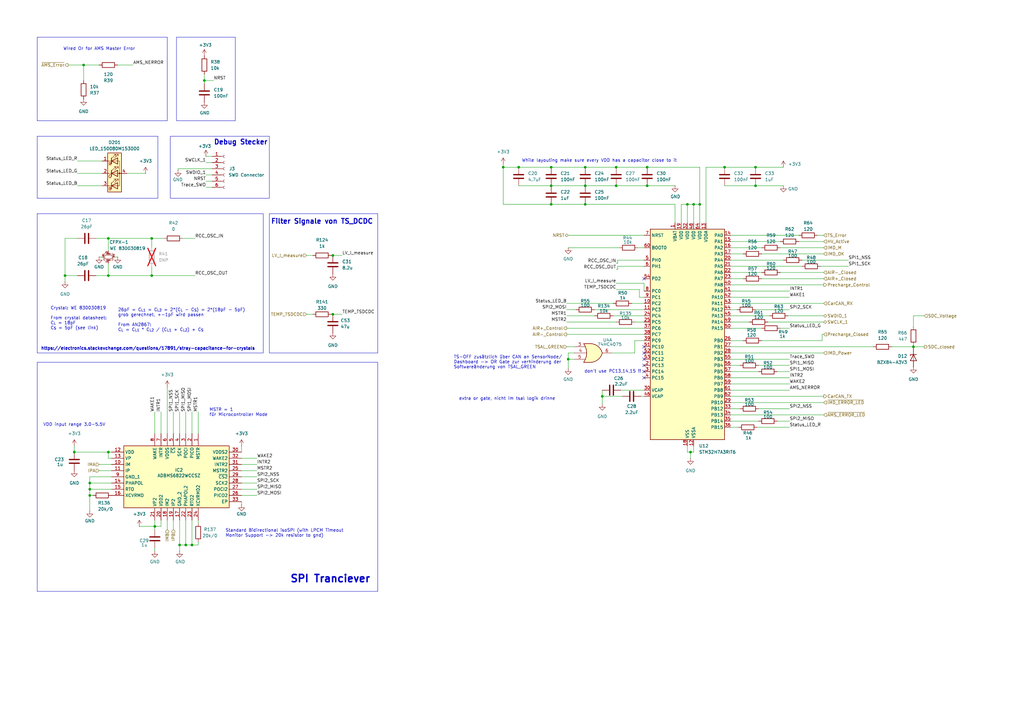
<source format=kicad_sch>
(kicad_sch
	(version 20231120)
	(generator "eeschema")
	(generator_version "8.0")
	(uuid "d4cbd48d-ba2a-4afc-b22e-0d9a16f2e6f3")
	(paper "A3")
	(lib_symbols
		(symbol "74HC4075:74HC4075"
			(pin_names
				(offset 1.016)
			)
			(exclude_from_sim no)
			(in_bom yes)
			(on_board yes)
			(property "Reference" "U"
				(at 0 1.27 0)
				(effects
					(font
						(size 1.27 1.27)
					)
				)
			)
			(property "Value" "74HC4075"
				(at 0 -1.27 0)
				(effects
					(font
						(size 1.27 1.27)
					)
				)
			)
			(property "Footprint" "Package_SO:TSSOP-14_4.4x5mm_P0.65mm"
				(at 2.54 -27.94 0)
				(effects
					(font
						(size 1.27 1.27)
					)
					(hide yes)
				)
			)
			(property "Datasheet" "https://www.ti.com/lit/ds/symlink/cd54hc4075.pdf?ts=1705677999042&ref_url=https%253A%252F%252Fwww.google.com%252F"
				(at 2.54 -25.4 0)
				(effects
					(font
						(size 1.27 1.27)
					)
					(hide yes)
				)
			)
			(property "Description" "Triple 3-input OR"
				(at 0 0 0)
				(effects
					(font
						(size 1.27 1.27)
					)
					(hide yes)
				)
			)
			(property "ki_locked" ""
				(at 0 0 0)
				(effects
					(font
						(size 1.27 1.27)
					)
				)
			)
			(property "ki_keywords" "TTL Or3"
				(at 0 0 0)
				(effects
					(font
						(size 1.27 1.27)
					)
					(hide yes)
				)
			)
			(property "ki_fp_filters" "DIP*W7.62mm*"
				(at 0 0 0)
				(effects
					(font
						(size 1.27 1.27)
					)
					(hide yes)
				)
			)
			(symbol "74HC4075_1_1"
				(arc
					(start -3.81 -3.81)
					(mid -2.589 0)
					(end -3.81 3.81)
					(stroke
						(width 0.254)
						(type default)
					)
					(fill
						(type none)
					)
				)
				(arc
					(start -0.6096 -3.81)
					(mid 2.1842 -2.5851)
					(end 3.81 0)
					(stroke
						(width 0.254)
						(type default)
					)
					(fill
						(type background)
					)
				)
				(polyline
					(pts
						(xy -3.81 -3.81) (xy -0.635 -3.81)
					)
					(stroke
						(width 0.254)
						(type default)
					)
					(fill
						(type background)
					)
				)
				(polyline
					(pts
						(xy -3.81 3.81) (xy -0.635 3.81)
					)
					(stroke
						(width 0.254)
						(type default)
					)
					(fill
						(type background)
					)
				)
				(polyline
					(pts
						(xy -0.635 3.81) (xy -3.81 3.81) (xy -3.81 3.81) (xy -3.556 3.4036) (xy -3.0226 2.2606) (xy -2.6924 1.0414)
						(xy -2.6162 -0.254) (xy -2.7686 -1.4986) (xy -3.175 -2.7178) (xy -3.81 -3.81) (xy -3.81 -3.81)
						(xy -0.635 -3.81)
					)
					(stroke
						(width -25.4)
						(type default)
					)
					(fill
						(type background)
					)
				)
				(arc
					(start 3.81 0)
					(mid 2.1915 2.5936)
					(end -0.6096 3.81)
					(stroke
						(width 0.254)
						(type default)
					)
					(fill
						(type background)
					)
				)
				(pin input line
					(at -7.62 2.54 0)
					(length 4.318)
					(name "~"
						(effects
							(font
								(size 1.27 1.27)
							)
						)
					)
					(number "3"
						(effects
							(font
								(size 1.27 1.27)
							)
						)
					)
				)
				(pin input line
					(at -7.62 0 0)
					(length 4.953)
					(name "~"
						(effects
							(font
								(size 1.27 1.27)
							)
						)
					)
					(number "4"
						(effects
							(font
								(size 1.27 1.27)
							)
						)
					)
				)
				(pin input line
					(at -7.62 -2.54 0)
					(length 4.318)
					(name "~"
						(effects
							(font
								(size 1.27 1.27)
							)
						)
					)
					(number "5"
						(effects
							(font
								(size 1.27 1.27)
							)
						)
					)
				)
				(pin output line
					(at 7.62 0 180)
					(length 3.81)
					(name "~"
						(effects
							(font
								(size 1.27 1.27)
							)
						)
					)
					(number "6"
						(effects
							(font
								(size 1.27 1.27)
							)
						)
					)
				)
			)
			(symbol "74HC4075_1_2"
				(arc
					(start 0 -3.81)
					(mid 3.7934 0)
					(end 0 3.81)
					(stroke
						(width 0.254)
						(type default)
					)
					(fill
						(type background)
					)
				)
				(polyline
					(pts
						(xy 0 3.81) (xy -3.81 3.81) (xy -3.81 -3.81) (xy 0 -3.81)
					)
					(stroke
						(width 0.254)
						(type default)
					)
					(fill
						(type background)
					)
				)
				(pin input inverted
					(at -7.62 2.54 0)
					(length 3.81)
					(name "~"
						(effects
							(font
								(size 1.27 1.27)
							)
						)
					)
					(number "1"
						(effects
							(font
								(size 1.27 1.27)
							)
						)
					)
				)
				(pin output line
					(at 7.62 0 180)
					(length 3.81)
					(name "~"
						(effects
							(font
								(size 1.27 1.27)
							)
						)
					)
					(number "12"
						(effects
							(font
								(size 1.27 1.27)
							)
						)
					)
				)
				(pin input inverted
					(at -7.62 -2.54 0)
					(length 3.81)
					(name "~"
						(effects
							(font
								(size 1.27 1.27)
							)
						)
					)
					(number "13"
						(effects
							(font
								(size 1.27 1.27)
							)
						)
					)
				)
				(pin input inverted
					(at -7.62 0 0)
					(length 3.81)
					(name "~"
						(effects
							(font
								(size 1.27 1.27)
							)
						)
					)
					(number "2"
						(effects
							(font
								(size 1.27 1.27)
							)
						)
					)
				)
			)
			(symbol "74HC4075_2_1"
				(arc
					(start -3.81 -3.81)
					(mid -2.589 0)
					(end -3.81 3.81)
					(stroke
						(width 0.254)
						(type default)
					)
					(fill
						(type none)
					)
				)
				(arc
					(start -0.6096 -3.81)
					(mid 2.1842 -2.5851)
					(end 3.81 0)
					(stroke
						(width 0.254)
						(type default)
					)
					(fill
						(type background)
					)
				)
				(polyline
					(pts
						(xy -3.81 -3.81) (xy -0.635 -3.81)
					)
					(stroke
						(width 0.254)
						(type default)
					)
					(fill
						(type background)
					)
				)
				(polyline
					(pts
						(xy -3.81 3.81) (xy -0.635 3.81)
					)
					(stroke
						(width 0.254)
						(type default)
					)
					(fill
						(type background)
					)
				)
				(polyline
					(pts
						(xy -0.635 3.81) (xy -3.81 3.81) (xy -3.81 3.81) (xy -3.556 3.4036) (xy -3.0226 2.2606) (xy -2.6924 1.0414)
						(xy -2.6162 -0.254) (xy -2.7686 -1.4986) (xy -3.175 -2.7178) (xy -3.81 -3.81) (xy -3.81 -3.81)
						(xy -0.635 -3.81)
					)
					(stroke
						(width -25.4)
						(type default)
					)
					(fill
						(type background)
					)
				)
				(arc
					(start 3.81 0)
					(mid 2.1915 2.5936)
					(end -0.6096 3.81)
					(stroke
						(width 0.254)
						(type default)
					)
					(fill
						(type background)
					)
				)
				(pin input line
					(at -7.62 2.54 0)
					(length 4.318)
					(name "~"
						(effects
							(font
								(size 1.27 1.27)
							)
						)
					)
					(number "1"
						(effects
							(font
								(size 1.27 1.27)
							)
						)
					)
				)
				(pin input line
					(at -7.62 0 0)
					(length 4.953)
					(name "~"
						(effects
							(font
								(size 1.27 1.27)
							)
						)
					)
					(number "2"
						(effects
							(font
								(size 1.27 1.27)
							)
						)
					)
				)
				(pin input line
					(at -7.62 -2.54 0)
					(length 4.318)
					(name ""
						(effects
							(font
								(size 1.27 1.27)
							)
						)
					)
					(number "8"
						(effects
							(font
								(size 1.27 1.27)
							)
						)
					)
				)
				(pin output line
					(at 7.62 0 180)
					(length 3.81)
					(name "~"
						(effects
							(font
								(size 1.27 1.27)
							)
						)
					)
					(number "9"
						(effects
							(font
								(size 1.27 1.27)
							)
						)
					)
				)
			)
			(symbol "74HC4075_2_2"
				(arc
					(start 0 -3.81)
					(mid 3.7934 0)
					(end 0 3.81)
					(stroke
						(width 0.254)
						(type default)
					)
					(fill
						(type background)
					)
				)
				(polyline
					(pts
						(xy 0 3.81) (xy -3.81 3.81) (xy -3.81 -3.81) (xy 0 -3.81)
					)
					(stroke
						(width 0.254)
						(type default)
					)
					(fill
						(type background)
					)
				)
				(pin input inverted
					(at -7.62 2.54 0)
					(length 3.81)
					(name "~"
						(effects
							(font
								(size 1.27 1.27)
							)
						)
					)
					(number "3"
						(effects
							(font
								(size 1.27 1.27)
							)
						)
					)
				)
				(pin input inverted
					(at -7.62 0 0)
					(length 3.81)
					(name "~"
						(effects
							(font
								(size 1.27 1.27)
							)
						)
					)
					(number "4"
						(effects
							(font
								(size 1.27 1.27)
							)
						)
					)
				)
				(pin input inverted
					(at -7.62 -2.54 0)
					(length 3.81)
					(name "~"
						(effects
							(font
								(size 1.27 1.27)
							)
						)
					)
					(number "5"
						(effects
							(font
								(size 1.27 1.27)
							)
						)
					)
				)
				(pin output line
					(at 7.62 0 180)
					(length 3.81)
					(name "~"
						(effects
							(font
								(size 1.27 1.27)
							)
						)
					)
					(number "6"
						(effects
							(font
								(size 1.27 1.27)
							)
						)
					)
				)
			)
			(symbol "74HC4075_3_1"
				(arc
					(start -3.81 -3.81)
					(mid -2.589 0)
					(end -3.81 3.81)
					(stroke
						(width 0.254)
						(type default)
					)
					(fill
						(type none)
					)
				)
				(arc
					(start -0.6096 -3.81)
					(mid 2.1842 -2.5851)
					(end 3.81 0)
					(stroke
						(width 0.254)
						(type default)
					)
					(fill
						(type background)
					)
				)
				(polyline
					(pts
						(xy -3.81 -3.81) (xy -0.635 -3.81)
					)
					(stroke
						(width 0.254)
						(type default)
					)
					(fill
						(type background)
					)
				)
				(polyline
					(pts
						(xy -3.81 3.81) (xy -0.635 3.81)
					)
					(stroke
						(width 0.254)
						(type default)
					)
					(fill
						(type background)
					)
				)
				(polyline
					(pts
						(xy -0.635 3.81) (xy -3.81 3.81) (xy -3.81 3.81) (xy -3.556 3.4036) (xy -3.0226 2.2606) (xy -2.6924 1.0414)
						(xy -2.6162 -0.254) (xy -2.7686 -1.4986) (xy -3.175 -2.7178) (xy -3.81 -3.81) (xy -3.81 -3.81)
						(xy -0.635 -3.81)
					)
					(stroke
						(width -25.4)
						(type default)
					)
					(fill
						(type background)
					)
				)
				(arc
					(start 3.81 0)
					(mid 2.1915 2.5936)
					(end -0.6096 3.81)
					(stroke
						(width 0.254)
						(type default)
					)
					(fill
						(type background)
					)
				)
				(pin output line
					(at 7.62 0 180)
					(length 3.81)
					(name "~"
						(effects
							(font
								(size 1.27 1.27)
							)
						)
					)
					(number "10"
						(effects
							(font
								(size 1.27 1.27)
							)
						)
					)
				)
				(pin input line
					(at -7.62 2.54 0)
					(length 4.318)
					(name "~"
						(effects
							(font
								(size 1.27 1.27)
							)
						)
					)
					(number "11"
						(effects
							(font
								(size 1.27 1.27)
							)
						)
					)
				)
				(pin input line
					(at -7.62 0 0)
					(length 4.953)
					(name "~"
						(effects
							(font
								(size 1.27 1.27)
							)
						)
					)
					(number "12"
						(effects
							(font
								(size 1.27 1.27)
							)
						)
					)
				)
				(pin input line
					(at -7.62 -2.54 0)
					(length 4.318)
					(name "~"
						(effects
							(font
								(size 1.27 1.27)
							)
						)
					)
					(number "13"
						(effects
							(font
								(size 1.27 1.27)
							)
						)
					)
				)
			)
			(symbol "74HC4075_3_2"
				(arc
					(start 0 -3.81)
					(mid 3.7934 0)
					(end 0 3.81)
					(stroke
						(width 0.254)
						(type default)
					)
					(fill
						(type background)
					)
				)
				(polyline
					(pts
						(xy 0 3.81) (xy -3.81 3.81) (xy -3.81 -3.81) (xy 0 -3.81)
					)
					(stroke
						(width 0.254)
						(type default)
					)
					(fill
						(type background)
					)
				)
				(pin input inverted
					(at -7.62 0 0)
					(length 3.81)
					(name "~"
						(effects
							(font
								(size 1.27 1.27)
							)
						)
					)
					(number "10"
						(effects
							(font
								(size 1.27 1.27)
							)
						)
					)
				)
				(pin input inverted
					(at -7.62 -2.54 0)
					(length 3.81)
					(name "~"
						(effects
							(font
								(size 1.27 1.27)
							)
						)
					)
					(number "11"
						(effects
							(font
								(size 1.27 1.27)
							)
						)
					)
				)
				(pin output line
					(at 7.62 0 180)
					(length 3.81)
					(name "~"
						(effects
							(font
								(size 1.27 1.27)
							)
						)
					)
					(number "8"
						(effects
							(font
								(size 1.27 1.27)
							)
						)
					)
				)
				(pin input inverted
					(at -7.62 2.54 0)
					(length 3.81)
					(name "~"
						(effects
							(font
								(size 1.27 1.27)
							)
						)
					)
					(number "9"
						(effects
							(font
								(size 1.27 1.27)
							)
						)
					)
				)
			)
			(symbol "74HC4075_4_0"
				(pin power_in line
					(at 0 12.7 270)
					(length 5.08)
					(name "VCC"
						(effects
							(font
								(size 1.27 1.27)
							)
						)
					)
					(number "14"
						(effects
							(font
								(size 1.27 1.27)
							)
						)
					)
				)
				(pin power_in line
					(at 0 -12.7 90)
					(length 5.08)
					(name "GND"
						(effects
							(font
								(size 1.27 1.27)
							)
						)
					)
					(number "7"
						(effects
							(font
								(size 1.27 1.27)
							)
						)
					)
				)
			)
			(symbol "74HC4075_4_1"
				(rectangle
					(start -5.08 7.62)
					(end 5.08 -7.62)
					(stroke
						(width 0.254)
						(type default)
					)
					(fill
						(type background)
					)
				)
			)
		)
		(symbol "ADBMS6822WCCSZ_1"
			(exclude_from_sim no)
			(in_bom yes)
			(on_board yes)
			(property "Reference" "IC"
				(at 31.75 17.78 0)
				(effects
					(font
						(size 1.27 1.27)
					)
					(justify left top)
				)
			)
			(property "Value" "ADBMS6822WCCSZ"
				(at 31.75 15.24 0)
				(effects
					(font
						(size 1.27 1.27)
					)
					(justify left top)
				)
			)
			(property "Footprint" "QFN50P500X500X80-33N-D"
				(at 31.75 -84.76 0)
				(effects
					(font
						(size 1.27 1.27)
					)
					(justify left top)
					(hide yes)
				)
			)
			(property "Datasheet" "https://www.analog.com/ADBMS6822/datasheet"
				(at 31.75 -184.76 0)
				(effects
					(font
						(size 1.27 1.27)
					)
					(justify left top)
					(hide yes)
				)
			)
			(property "Description" " Up to 2 Mbps isolated bidirectional serial data communications  Drop in compatible: single (ADBMS6821) and dual (ADBMS6822)  Fully independent dual transceivers (ADBMS6822)  Simple galvanic isolation using capacitors or transformers  Bidirectional interface over a single twisted pair  Supports cable lengths up to 100 meters  Very low EMI susceptibility and emissions  LPCM support for ADBMS battery monitors  Interrupt output for LPCM system wake-up  4 Mbps unidirectional mode  Requires"
				(at 0 0 0)
				(effects
					(font
						(size 1.27 1.27)
					)
					(hide yes)
				)
			)
			(property "Height" "0.8"
				(at 31.75 -384.76 0)
				(effects
					(font
						(size 1.27 1.27)
					)
					(justify left top)
					(hide yes)
				)
			)
			(property "Manufacturer_Name" "Analog Devices"
				(at 31.75 -484.76 0)
				(effects
					(font
						(size 1.27 1.27)
					)
					(justify left top)
					(hide yes)
				)
			)
			(property "Manufacturer_Part_Number" "ADBMS6822WCCSZ"
				(at 31.75 -584.76 0)
				(effects
					(font
						(size 1.27 1.27)
					)
					(justify left top)
					(hide yes)
				)
			)
			(property "Mouser Part Number" "584-ADBMS6822WCCSZ"
				(at 31.75 -684.76 0)
				(effects
					(font
						(size 1.27 1.27)
					)
					(justify left top)
					(hide yes)
				)
			)
			(property "Mouser Price/Stock" "https://www.mouser.co.uk/ProductDetail/Analog-Devices/ADBMS6822WCCSZ?qs=4ASt3YYao0UVik%252BRUNLybw%3D%3D"
				(at 31.75 -784.76 0)
				(effects
					(font
						(size 1.27 1.27)
					)
					(justify left top)
					(hide yes)
				)
			)
			(property "Arrow Part Number" ""
				(at 31.75 -884.76 0)
				(effects
					(font
						(size 1.27 1.27)
					)
					(justify left top)
					(hide yes)
				)
			)
			(property "Arrow Price/Stock" ""
				(at 31.75 -984.76 0)
				(effects
					(font
						(size 1.27 1.27)
					)
					(justify left top)
					(hide yes)
				)
			)
			(symbol "ADBMS6822WCCSZ_1_1_1"
				(rectangle
					(start 5.08 12.7)
					(end 30.48 -30.48)
					(stroke
						(width 0.254)
						(type default)
					)
					(fill
						(type background)
					)
				)
				(pin passive line
					(at 0 0 0)
					(length 5.08)
					(name "MSTR"
						(effects
							(font
								(size 1.27 1.27)
							)
						)
					)
					(number "1"
						(effects
							(font
								(size 1.27 1.27)
							)
						)
					)
				)
				(pin passive line
					(at 12.7 -35.56 90)
					(length 5.08)
					(name "IM"
						(effects
							(font
								(size 1.27 1.27)
							)
						)
					)
					(number "10"
						(effects
							(font
								(size 1.27 1.27)
							)
						)
					)
				)
				(pin passive line
					(at 15.24 -35.56 90)
					(length 5.08)
					(name "IP"
						(effects
							(font
								(size 1.27 1.27)
							)
						)
					)
					(number "11"
						(effects
							(font
								(size 1.27 1.27)
							)
						)
					)
				)
				(pin passive line
					(at 7.62 -35.56 90)
					(length 5.08)
					(name "VDD"
						(effects
							(font
								(size 1.27 1.27)
							)
						)
					)
					(number "12"
						(effects
							(font
								(size 1.27 1.27)
							)
						)
					)
				)
				(pin passive line
					(at 10.16 -35.56 90)
					(length 5.08)
					(name "VP"
						(effects
							(font
								(size 1.27 1.27)
							)
						)
					)
					(number "13"
						(effects
							(font
								(size 1.27 1.27)
							)
						)
					)
				)
				(pin passive line
					(at 20.32 -35.56 90)
					(length 5.08)
					(name "PHAPOL"
						(effects
							(font
								(size 1.27 1.27)
							)
						)
					)
					(number "14"
						(effects
							(font
								(size 1.27 1.27)
							)
						)
					)
				)
				(pin passive line
					(at 22.86 -35.56 90)
					(length 5.08)
					(name "RTO"
						(effects
							(font
								(size 1.27 1.27)
							)
						)
					)
					(number "15"
						(effects
							(font
								(size 1.27 1.27)
							)
						)
					)
				)
				(pin passive line
					(at 25.4 -35.56 90)
					(length 5.08)
					(name "XCVRMD"
						(effects
							(font
								(size 1.27 1.27)
							)
						)
					)
					(number "16"
						(effects
							(font
								(size 1.27 1.27)
							)
						)
					)
				)
				(pin passive line
					(at 35.56 -7.62 180)
					(length 5.08)
					(name "GND_2"
						(effects
							(font
								(size 1.27 1.27)
							)
						)
					)
					(number "17"
						(effects
							(font
								(size 1.27 1.27)
							)
						)
					)
				)
				(pin passive line
					(at 35.56 -12.7 180)
					(length 5.08)
					(name "IM2"
						(effects
							(font
								(size 1.27 1.27)
							)
						)
					)
					(number "18"
						(effects
							(font
								(size 1.27 1.27)
							)
						)
					)
				)
				(pin passive line
					(at 35.56 -10.16 180)
					(length 5.08)
					(name "IP2"
						(effects
							(font
								(size 1.27 1.27)
							)
						)
					)
					(number "19"
						(effects
							(font
								(size 1.27 1.27)
							)
						)
					)
				)
				(pin passive line
					(at 0 -2.54 0)
					(length 5.08)
					(name "PICO"
						(effects
							(font
								(size 1.27 1.27)
							)
						)
					)
					(number "2"
						(effects
							(font
								(size 1.27 1.27)
							)
						)
					)
				)
				(pin passive line
					(at 35.56 -15.24 180)
					(length 5.08)
					(name "VDD2"
						(effects
							(font
								(size 1.27 1.27)
							)
						)
					)
					(number "20"
						(effects
							(font
								(size 1.27 1.27)
							)
						)
					)
				)
				(pin passive line
					(at 35.56 -17.78 180)
					(length 5.08)
					(name "VP2"
						(effects
							(font
								(size 1.27 1.27)
							)
						)
					)
					(number "21"
						(effects
							(font
								(size 1.27 1.27)
							)
						)
					)
				)
				(pin passive line
					(at 35.56 -5.08 180)
					(length 5.08)
					(name "PHAPOL2"
						(effects
							(font
								(size 1.27 1.27)
							)
						)
					)
					(number "22"
						(effects
							(font
								(size 1.27 1.27)
							)
						)
					)
				)
				(pin passive line
					(at 35.56 -2.54 180)
					(length 5.08)
					(name "RTO2"
						(effects
							(font
								(size 1.27 1.27)
							)
						)
					)
					(number "23"
						(effects
							(font
								(size 1.27 1.27)
							)
						)
					)
				)
				(pin passive line
					(at 35.56 0 180)
					(length 5.08)
					(name "XCVRMD2"
						(effects
							(font
								(size 1.27 1.27)
							)
						)
					)
					(number "24"
						(effects
							(font
								(size 1.27 1.27)
							)
						)
					)
				)
				(pin passive line
					(at 15.24 17.78 270)
					(length 5.08)
					(name "MSTR2"
						(effects
							(font
								(size 1.27 1.27)
							)
						)
					)
					(number "25"
						(effects
							(font
								(size 1.27 1.27)
							)
						)
					)
				)
				(pin passive line
					(at 25.4 17.78 270)
					(length 5.08)
					(name "PICO2"
						(effects
							(font
								(size 1.27 1.27)
							)
						)
					)
					(number "26"
						(effects
							(font
								(size 1.27 1.27)
							)
						)
					)
				)
				(pin passive line
					(at 22.86 17.78 270)
					(length 5.08)
					(name "POCI2"
						(effects
							(font
								(size 1.27 1.27)
							)
						)
					)
					(number "27"
						(effects
							(font
								(size 1.27 1.27)
							)
						)
					)
				)
				(pin passive line
					(at 20.32 17.78 270)
					(length 5.08)
					(name "SCK2"
						(effects
							(font
								(size 1.27 1.27)
							)
						)
					)
					(number "28"
						(effects
							(font
								(size 1.27 1.27)
							)
						)
					)
				)
				(pin passive line
					(at 17.78 17.78 270)
					(length 5.08)
					(name "~{CS2}"
						(effects
							(font
								(size 1.27 1.27)
							)
						)
					)
					(number "29"
						(effects
							(font
								(size 1.27 1.27)
							)
						)
					)
				)
				(pin passive line
					(at 0 -5.08 0)
					(length 5.08)
					(name "POCI"
						(effects
							(font
								(size 1.27 1.27)
							)
						)
					)
					(number "3"
						(effects
							(font
								(size 1.27 1.27)
							)
						)
					)
				)
				(pin passive line
					(at 7.62 17.78 270)
					(length 5.08)
					(name "VDDS2"
						(effects
							(font
								(size 1.27 1.27)
							)
						)
					)
					(number "30"
						(effects
							(font
								(size 1.27 1.27)
							)
						)
					)
				)
				(pin passive line
					(at 12.7 17.78 270)
					(length 5.08)
					(name "INTR2"
						(effects
							(font
								(size 1.27 1.27)
							)
						)
					)
					(number "31"
						(effects
							(font
								(size 1.27 1.27)
							)
						)
					)
				)
				(pin passive line
					(at 10.16 17.78 270)
					(length 5.08)
					(name "WAKE2"
						(effects
							(font
								(size 1.27 1.27)
							)
						)
					)
					(number "32"
						(effects
							(font
								(size 1.27 1.27)
							)
						)
					)
				)
				(pin passive line
					(at 27.94 17.78 270)
					(length 5.08)
					(name "EP"
						(effects
							(font
								(size 1.27 1.27)
							)
						)
					)
					(number "33"
						(effects
							(font
								(size 1.27 1.27)
							)
						)
					)
				)
				(pin passive line
					(at 0 -7.62 0)
					(length 5.08)
					(name "SCK"
						(effects
							(font
								(size 1.27 1.27)
							)
						)
					)
					(number "4"
						(effects
							(font
								(size 1.27 1.27)
							)
						)
					)
				)
				(pin passive line
					(at 0 -10.16 0)
					(length 5.08)
					(name "~{CS}"
						(effects
							(font
								(size 1.27 1.27)
							)
						)
					)
					(number "5"
						(effects
							(font
								(size 1.27 1.27)
							)
						)
					)
				)
				(pin passive line
					(at 0 -12.7 0)
					(length 5.08)
					(name "VDDS"
						(effects
							(font
								(size 1.27 1.27)
							)
						)
					)
					(number "6"
						(effects
							(font
								(size 1.27 1.27)
							)
						)
					)
				)
				(pin passive line
					(at 0 -15.24 0)
					(length 5.08)
					(name "INTR"
						(effects
							(font
								(size 1.27 1.27)
							)
						)
					)
					(number "7"
						(effects
							(font
								(size 1.27 1.27)
							)
						)
					)
				)
				(pin passive line
					(at 0 -17.78 0)
					(length 5.08)
					(name "WAKE"
						(effects
							(font
								(size 1.27 1.27)
							)
						)
					)
					(number "8"
						(effects
							(font
								(size 1.27 1.27)
							)
						)
					)
				)
				(pin passive line
					(at 17.78 -35.56 90)
					(length 5.08)
					(name "GND_1"
						(effects
							(font
								(size 1.27 1.27)
							)
						)
					)
					(number "9"
						(effects
							(font
								(size 1.27 1.27)
							)
						)
					)
				)
			)
		)
		(symbol "Connector:Conn_01x06_Female"
			(pin_names
				(offset 1.016) hide)
			(exclude_from_sim no)
			(in_bom yes)
			(on_board yes)
			(property "Reference" "J"
				(at 0 7.62 0)
				(effects
					(font
						(size 1.27 1.27)
					)
				)
			)
			(property "Value" "Conn_01x06_Female"
				(at 0 -10.16 0)
				(effects
					(font
						(size 1.27 1.27)
					)
				)
			)
			(property "Footprint" ""
				(at 0 0 0)
				(effects
					(font
						(size 1.27 1.27)
					)
					(hide yes)
				)
			)
			(property "Datasheet" "~"
				(at 0 0 0)
				(effects
					(font
						(size 1.27 1.27)
					)
					(hide yes)
				)
			)
			(property "Description" "Generic connector, single row, 01x06, script generated (kicad-library-utils/schlib/autogen/connector/)"
				(at 0 0 0)
				(effects
					(font
						(size 1.27 1.27)
					)
					(hide yes)
				)
			)
			(property "ki_keywords" "connector"
				(at 0 0 0)
				(effects
					(font
						(size 1.27 1.27)
					)
					(hide yes)
				)
			)
			(property "ki_fp_filters" "Connector*:*_1x??_*"
				(at 0 0 0)
				(effects
					(font
						(size 1.27 1.27)
					)
					(hide yes)
				)
			)
			(symbol "Conn_01x06_Female_1_1"
				(arc
					(start 0 -7.112)
					(mid -0.5058 -7.62)
					(end 0 -8.128)
					(stroke
						(width 0.1524)
						(type default)
					)
					(fill
						(type none)
					)
				)
				(arc
					(start 0 -4.572)
					(mid -0.5058 -5.08)
					(end 0 -5.588)
					(stroke
						(width 0.1524)
						(type default)
					)
					(fill
						(type none)
					)
				)
				(arc
					(start 0 -2.032)
					(mid -0.5058 -2.54)
					(end 0 -3.048)
					(stroke
						(width 0.1524)
						(type default)
					)
					(fill
						(type none)
					)
				)
				(polyline
					(pts
						(xy -1.27 -7.62) (xy -0.508 -7.62)
					)
					(stroke
						(width 0.1524)
						(type default)
					)
					(fill
						(type none)
					)
				)
				(polyline
					(pts
						(xy -1.27 -5.08) (xy -0.508 -5.08)
					)
					(stroke
						(width 0.1524)
						(type default)
					)
					(fill
						(type none)
					)
				)
				(polyline
					(pts
						(xy -1.27 -2.54) (xy -0.508 -2.54)
					)
					(stroke
						(width 0.1524)
						(type default)
					)
					(fill
						(type none)
					)
				)
				(polyline
					(pts
						(xy -1.27 0) (xy -0.508 0)
					)
					(stroke
						(width 0.1524)
						(type default)
					)
					(fill
						(type none)
					)
				)
				(polyline
					(pts
						(xy -1.27 2.54) (xy -0.508 2.54)
					)
					(stroke
						(width 0.1524)
						(type default)
					)
					(fill
						(type none)
					)
				)
				(polyline
					(pts
						(xy -1.27 5.08) (xy -0.508 5.08)
					)
					(stroke
						(width 0.1524)
						(type default)
					)
					(fill
						(type none)
					)
				)
				(arc
					(start 0 0.508)
					(mid -0.5058 0)
					(end 0 -0.508)
					(stroke
						(width 0.1524)
						(type default)
					)
					(fill
						(type none)
					)
				)
				(arc
					(start 0 3.048)
					(mid -0.5058 2.54)
					(end 0 2.032)
					(stroke
						(width 0.1524)
						(type default)
					)
					(fill
						(type none)
					)
				)
				(arc
					(start 0 5.588)
					(mid -0.5058 5.08)
					(end 0 4.572)
					(stroke
						(width 0.1524)
						(type default)
					)
					(fill
						(type none)
					)
				)
				(pin passive line
					(at -5.08 5.08 0)
					(length 3.81)
					(name "Pin_1"
						(effects
							(font
								(size 1.27 1.27)
							)
						)
					)
					(number "1"
						(effects
							(font
								(size 1.27 1.27)
							)
						)
					)
				)
				(pin passive line
					(at -5.08 2.54 0)
					(length 3.81)
					(name "Pin_2"
						(effects
							(font
								(size 1.27 1.27)
							)
						)
					)
					(number "2"
						(effects
							(font
								(size 1.27 1.27)
							)
						)
					)
				)
				(pin passive line
					(at -5.08 0 0)
					(length 3.81)
					(name "Pin_3"
						(effects
							(font
								(size 1.27 1.27)
							)
						)
					)
					(number "3"
						(effects
							(font
								(size 1.27 1.27)
							)
						)
					)
				)
				(pin passive line
					(at -5.08 -2.54 0)
					(length 3.81)
					(name "Pin_4"
						(effects
							(font
								(size 1.27 1.27)
							)
						)
					)
					(number "4"
						(effects
							(font
								(size 1.27 1.27)
							)
						)
					)
				)
				(pin passive line
					(at -5.08 -5.08 0)
					(length 3.81)
					(name "Pin_5"
						(effects
							(font
								(size 1.27 1.27)
							)
						)
					)
					(number "5"
						(effects
							(font
								(size 1.27 1.27)
							)
						)
					)
				)
				(pin passive line
					(at -5.08 -7.62 0)
					(length 3.81)
					(name "Pin_6"
						(effects
							(font
								(size 1.27 1.27)
							)
						)
					)
					(number "6"
						(effects
							(font
								(size 1.27 1.27)
							)
						)
					)
				)
			)
		)
		(symbol "Device:C"
			(pin_numbers hide)
			(pin_names
				(offset 0.254)
			)
			(exclude_from_sim no)
			(in_bom yes)
			(on_board yes)
			(property "Reference" "C"
				(at 0.635 2.54 0)
				(effects
					(font
						(size 1.27 1.27)
					)
					(justify left)
				)
			)
			(property "Value" "C"
				(at 0.635 -2.54 0)
				(effects
					(font
						(size 1.27 1.27)
					)
					(justify left)
				)
			)
			(property "Footprint" ""
				(at 0.9652 -3.81 0)
				(effects
					(font
						(size 1.27 1.27)
					)
					(hide yes)
				)
			)
			(property "Datasheet" "~"
				(at 0 0 0)
				(effects
					(font
						(size 1.27 1.27)
					)
					(hide yes)
				)
			)
			(property "Description" "Unpolarized capacitor"
				(at 0 0 0)
				(effects
					(font
						(size 1.27 1.27)
					)
					(hide yes)
				)
			)
			(property "ki_keywords" "cap capacitor"
				(at 0 0 0)
				(effects
					(font
						(size 1.27 1.27)
					)
					(hide yes)
				)
			)
			(property "ki_fp_filters" "C_*"
				(at 0 0 0)
				(effects
					(font
						(size 1.27 1.27)
					)
					(hide yes)
				)
			)
			(symbol "C_0_1"
				(polyline
					(pts
						(xy -2.032 -0.762) (xy 2.032 -0.762)
					)
					(stroke
						(width 0.508)
						(type default)
					)
					(fill
						(type none)
					)
				)
				(polyline
					(pts
						(xy -2.032 0.762) (xy 2.032 0.762)
					)
					(stroke
						(width 0.508)
						(type default)
					)
					(fill
						(type none)
					)
				)
			)
			(symbol "C_1_1"
				(pin passive line
					(at 0 3.81 270)
					(length 2.794)
					(name "~"
						(effects
							(font
								(size 1.27 1.27)
							)
						)
					)
					(number "1"
						(effects
							(font
								(size 1.27 1.27)
							)
						)
					)
				)
				(pin passive line
					(at 0 -3.81 90)
					(length 2.794)
					(name "~"
						(effects
							(font
								(size 1.27 1.27)
							)
						)
					)
					(number "2"
						(effects
							(font
								(size 1.27 1.27)
							)
						)
					)
				)
			)
		)
		(symbol "Device:Crystal_GND24_Small"
			(pin_names
				(offset 1.016) hide)
			(exclude_from_sim no)
			(in_bom yes)
			(on_board yes)
			(property "Reference" "Y"
				(at 1.27 4.445 0)
				(effects
					(font
						(size 1.27 1.27)
					)
					(justify left)
				)
			)
			(property "Value" "Crystal_GND24_Small"
				(at 1.27 2.54 0)
				(effects
					(font
						(size 1.27 1.27)
					)
					(justify left)
				)
			)
			(property "Footprint" ""
				(at 0 0 0)
				(effects
					(font
						(size 1.27 1.27)
					)
					(hide yes)
				)
			)
			(property "Datasheet" "~"
				(at 0 0 0)
				(effects
					(font
						(size 1.27 1.27)
					)
					(hide yes)
				)
			)
			(property "Description" "Four pin crystal, GND on pins 2 and 4, small symbol"
				(at 0 0 0)
				(effects
					(font
						(size 1.27 1.27)
					)
					(hide yes)
				)
			)
			(property "ki_keywords" "quartz ceramic resonator oscillator"
				(at 0 0 0)
				(effects
					(font
						(size 1.27 1.27)
					)
					(hide yes)
				)
			)
			(property "ki_fp_filters" "Crystal*"
				(at 0 0 0)
				(effects
					(font
						(size 1.27 1.27)
					)
					(hide yes)
				)
			)
			(symbol "Crystal_GND24_Small_0_1"
				(rectangle
					(start -0.762 -1.524)
					(end 0.762 1.524)
					(stroke
						(width 0)
						(type default)
					)
					(fill
						(type none)
					)
				)
				(polyline
					(pts
						(xy -1.27 -0.762) (xy -1.27 0.762)
					)
					(stroke
						(width 0.381)
						(type default)
					)
					(fill
						(type none)
					)
				)
				(polyline
					(pts
						(xy 1.27 -0.762) (xy 1.27 0.762)
					)
					(stroke
						(width 0.381)
						(type default)
					)
					(fill
						(type none)
					)
				)
				(polyline
					(pts
						(xy -1.27 -1.27) (xy -1.27 -1.905) (xy 1.27 -1.905) (xy 1.27 -1.27)
					)
					(stroke
						(width 0)
						(type default)
					)
					(fill
						(type none)
					)
				)
				(polyline
					(pts
						(xy -1.27 1.27) (xy -1.27 1.905) (xy 1.27 1.905) (xy 1.27 1.27)
					)
					(stroke
						(width 0)
						(type default)
					)
					(fill
						(type none)
					)
				)
			)
			(symbol "Crystal_GND24_Small_1_1"
				(pin passive line
					(at -2.54 0 0)
					(length 1.27)
					(name "1"
						(effects
							(font
								(size 1.27 1.27)
							)
						)
					)
					(number "1"
						(effects
							(font
								(size 0.762 0.762)
							)
						)
					)
				)
				(pin passive line
					(at 0 -2.54 90)
					(length 0.635)
					(name "2"
						(effects
							(font
								(size 1.27 1.27)
							)
						)
					)
					(number "2"
						(effects
							(font
								(size 0.762 0.762)
							)
						)
					)
				)
				(pin passive line
					(at 2.54 0 180)
					(length 1.27)
					(name "3"
						(effects
							(font
								(size 1.27 1.27)
							)
						)
					)
					(number "3"
						(effects
							(font
								(size 0.762 0.762)
							)
						)
					)
				)
				(pin passive line
					(at 0 2.54 270)
					(length 0.635)
					(name "4"
						(effects
							(font
								(size 1.27 1.27)
							)
						)
					)
					(number "4"
						(effects
							(font
								(size 0.762 0.762)
							)
						)
					)
				)
			)
		)
		(symbol "Device:LED_RGBA"
			(pin_names
				(offset 0) hide)
			(exclude_from_sim no)
			(in_bom yes)
			(on_board yes)
			(property "Reference" "D"
				(at 0 9.398 0)
				(effects
					(font
						(size 1.27 1.27)
					)
				)
			)
			(property "Value" "LED_RGBA"
				(at 0 -8.89 0)
				(effects
					(font
						(size 1.27 1.27)
					)
				)
			)
			(property "Footprint" ""
				(at 0 -1.27 0)
				(effects
					(font
						(size 1.27 1.27)
					)
					(hide yes)
				)
			)
			(property "Datasheet" "~"
				(at 0 -1.27 0)
				(effects
					(font
						(size 1.27 1.27)
					)
					(hide yes)
				)
			)
			(property "Description" "RGB LED, red/green/blue/anode"
				(at 0 0 0)
				(effects
					(font
						(size 1.27 1.27)
					)
					(hide yes)
				)
			)
			(property "ki_keywords" "LED RGB diode"
				(at 0 0 0)
				(effects
					(font
						(size 1.27 1.27)
					)
					(hide yes)
				)
			)
			(property "ki_fp_filters" "LED* LED_SMD:* LED_THT:*"
				(at 0 0 0)
				(effects
					(font
						(size 1.27 1.27)
					)
					(hide yes)
				)
			)
			(symbol "LED_RGBA_0_0"
				(text "B"
					(at -1.905 -6.35 0)
					(effects
						(font
							(size 1.27 1.27)
						)
					)
				)
				(text "G"
					(at -1.905 -1.27 0)
					(effects
						(font
							(size 1.27 1.27)
						)
					)
				)
				(text "R"
					(at -1.905 3.81 0)
					(effects
						(font
							(size 1.27 1.27)
						)
					)
				)
			)
			(symbol "LED_RGBA_0_1"
				(polyline
					(pts
						(xy -1.27 -5.08) (xy -2.54 -5.08)
					)
					(stroke
						(width 0)
						(type default)
					)
					(fill
						(type none)
					)
				)
				(polyline
					(pts
						(xy -1.27 -5.08) (xy 1.27 -5.08)
					)
					(stroke
						(width 0)
						(type default)
					)
					(fill
						(type none)
					)
				)
				(polyline
					(pts
						(xy -1.27 -3.81) (xy -1.27 -6.35)
					)
					(stroke
						(width 0.254)
						(type default)
					)
					(fill
						(type none)
					)
				)
				(polyline
					(pts
						(xy -1.27 0) (xy -2.54 0)
					)
					(stroke
						(width 0)
						(type default)
					)
					(fill
						(type none)
					)
				)
				(polyline
					(pts
						(xy -1.27 1.27) (xy -1.27 -1.27)
					)
					(stroke
						(width 0.254)
						(type default)
					)
					(fill
						(type none)
					)
				)
				(polyline
					(pts
						(xy -1.27 5.08) (xy -2.54 5.08)
					)
					(stroke
						(width 0)
						(type default)
					)
					(fill
						(type none)
					)
				)
				(polyline
					(pts
						(xy -1.27 5.08) (xy 1.27 5.08)
					)
					(stroke
						(width 0)
						(type default)
					)
					(fill
						(type none)
					)
				)
				(polyline
					(pts
						(xy -1.27 6.35) (xy -1.27 3.81)
					)
					(stroke
						(width 0.254)
						(type default)
					)
					(fill
						(type none)
					)
				)
				(polyline
					(pts
						(xy 1.27 0) (xy -1.27 0)
					)
					(stroke
						(width 0)
						(type default)
					)
					(fill
						(type none)
					)
				)
				(polyline
					(pts
						(xy 1.27 0) (xy 2.54 0)
					)
					(stroke
						(width 0)
						(type default)
					)
					(fill
						(type none)
					)
				)
				(polyline
					(pts
						(xy -1.27 1.27) (xy -1.27 -1.27) (xy -1.27 -1.27)
					)
					(stroke
						(width 0)
						(type default)
					)
					(fill
						(type none)
					)
				)
				(polyline
					(pts
						(xy -1.27 6.35) (xy -1.27 3.81) (xy -1.27 3.81)
					)
					(stroke
						(width 0)
						(type default)
					)
					(fill
						(type none)
					)
				)
				(polyline
					(pts
						(xy 1.27 -5.08) (xy 2.032 -5.08) (xy 2.032 5.08) (xy 1.27 5.08)
					)
					(stroke
						(width 0)
						(type default)
					)
					(fill
						(type none)
					)
				)
				(polyline
					(pts
						(xy 1.27 -3.81) (xy 1.27 -6.35) (xy -1.27 -5.08) (xy 1.27 -3.81)
					)
					(stroke
						(width 0.254)
						(type default)
					)
					(fill
						(type none)
					)
				)
				(polyline
					(pts
						(xy 1.27 1.27) (xy 1.27 -1.27) (xy -1.27 0) (xy 1.27 1.27)
					)
					(stroke
						(width 0.254)
						(type default)
					)
					(fill
						(type none)
					)
				)
				(polyline
					(pts
						(xy 1.27 6.35) (xy 1.27 3.81) (xy -1.27 5.08) (xy 1.27 6.35)
					)
					(stroke
						(width 0.254)
						(type default)
					)
					(fill
						(type none)
					)
				)
				(polyline
					(pts
						(xy -1.016 -3.81) (xy 0.508 -2.286) (xy -0.254 -2.286) (xy 0.508 -2.286) (xy 0.508 -3.048)
					)
					(stroke
						(width 0)
						(type default)
					)
					(fill
						(type none)
					)
				)
				(polyline
					(pts
						(xy -1.016 1.27) (xy 0.508 2.794) (xy -0.254 2.794) (xy 0.508 2.794) (xy 0.508 2.032)
					)
					(stroke
						(width 0)
						(type default)
					)
					(fill
						(type none)
					)
				)
				(polyline
					(pts
						(xy -1.016 6.35) (xy 0.508 7.874) (xy -0.254 7.874) (xy 0.508 7.874) (xy 0.508 7.112)
					)
					(stroke
						(width 0)
						(type default)
					)
					(fill
						(type none)
					)
				)
				(polyline
					(pts
						(xy 0 -3.81) (xy 1.524 -2.286) (xy 0.762 -2.286) (xy 1.524 -2.286) (xy 1.524 -3.048)
					)
					(stroke
						(width 0)
						(type default)
					)
					(fill
						(type none)
					)
				)
				(polyline
					(pts
						(xy 0 1.27) (xy 1.524 2.794) (xy 0.762 2.794) (xy 1.524 2.794) (xy 1.524 2.032)
					)
					(stroke
						(width 0)
						(type default)
					)
					(fill
						(type none)
					)
				)
				(polyline
					(pts
						(xy 0 6.35) (xy 1.524 7.874) (xy 0.762 7.874) (xy 1.524 7.874) (xy 1.524 7.112)
					)
					(stroke
						(width 0)
						(type default)
					)
					(fill
						(type none)
					)
				)
				(rectangle
					(start 1.27 -1.27)
					(end 1.27 1.27)
					(stroke
						(width 0)
						(type default)
					)
					(fill
						(type none)
					)
				)
				(rectangle
					(start 1.27 1.27)
					(end 1.27 1.27)
					(stroke
						(width 0)
						(type default)
					)
					(fill
						(type none)
					)
				)
				(rectangle
					(start 1.27 3.81)
					(end 1.27 6.35)
					(stroke
						(width 0)
						(type default)
					)
					(fill
						(type none)
					)
				)
				(rectangle
					(start 1.27 6.35)
					(end 1.27 6.35)
					(stroke
						(width 0)
						(type default)
					)
					(fill
						(type none)
					)
				)
				(circle
					(center 2.032 0)
					(radius 0.254)
					(stroke
						(width 0)
						(type default)
					)
					(fill
						(type outline)
					)
				)
				(rectangle
					(start 2.794 8.382)
					(end -2.794 -7.62)
					(stroke
						(width 0.254)
						(type default)
					)
					(fill
						(type background)
					)
				)
			)
			(symbol "LED_RGBA_1_1"
				(pin passive line
					(at -5.08 5.08 0)
					(length 2.54)
					(name "RK"
						(effects
							(font
								(size 1.27 1.27)
							)
						)
					)
					(number "1"
						(effects
							(font
								(size 1.27 1.27)
							)
						)
					)
				)
				(pin passive line
					(at -5.08 0 0)
					(length 2.54)
					(name "GK"
						(effects
							(font
								(size 1.27 1.27)
							)
						)
					)
					(number "2"
						(effects
							(font
								(size 1.27 1.27)
							)
						)
					)
				)
				(pin passive line
					(at -5.08 -5.08 0)
					(length 2.54)
					(name "BK"
						(effects
							(font
								(size 1.27 1.27)
							)
						)
					)
					(number "3"
						(effects
							(font
								(size 1.27 1.27)
							)
						)
					)
				)
				(pin passive line
					(at 5.08 0 180)
					(length 2.54)
					(name "A"
						(effects
							(font
								(size 1.27 1.27)
							)
						)
					)
					(number "4"
						(effects
							(font
								(size 1.27 1.27)
							)
						)
					)
				)
			)
		)
		(symbol "Device:R"
			(pin_numbers hide)
			(pin_names
				(offset 0)
			)
			(exclude_from_sim no)
			(in_bom yes)
			(on_board yes)
			(property "Reference" "R"
				(at 2.032 0 90)
				(effects
					(font
						(size 1.27 1.27)
					)
				)
			)
			(property "Value" "R"
				(at 0 0 90)
				(effects
					(font
						(size 1.27 1.27)
					)
				)
			)
			(property "Footprint" ""
				(at -1.778 0 90)
				(effects
					(font
						(size 1.27 1.27)
					)
					(hide yes)
				)
			)
			(property "Datasheet" "~"
				(at 0 0 0)
				(effects
					(font
						(size 1.27 1.27)
					)
					(hide yes)
				)
			)
			(property "Description" "Resistor"
				(at 0 0 0)
				(effects
					(font
						(size 1.27 1.27)
					)
					(hide yes)
				)
			)
			(property "ki_keywords" "R res resistor"
				(at 0 0 0)
				(effects
					(font
						(size 1.27 1.27)
					)
					(hide yes)
				)
			)
			(property "ki_fp_filters" "R_*"
				(at 0 0 0)
				(effects
					(font
						(size 1.27 1.27)
					)
					(hide yes)
				)
			)
			(symbol "R_0_1"
				(rectangle
					(start -1.016 -2.54)
					(end 1.016 2.54)
					(stroke
						(width 0.254)
						(type default)
					)
					(fill
						(type none)
					)
				)
			)
			(symbol "R_1_1"
				(pin passive line
					(at 0 3.81 270)
					(length 1.27)
					(name "~"
						(effects
							(font
								(size 1.27 1.27)
							)
						)
					)
					(number "1"
						(effects
							(font
								(size 1.27 1.27)
							)
						)
					)
				)
				(pin passive line
					(at 0 -3.81 90)
					(length 1.27)
					(name "~"
						(effects
							(font
								(size 1.27 1.27)
							)
						)
					)
					(number "2"
						(effects
							(font
								(size 1.27 1.27)
							)
						)
					)
				)
			)
		)
		(symbol "MCU_ST_STM32H7:STM32H7A3R_G-I_Tx"
			(exclude_from_sim no)
			(in_bom yes)
			(on_board yes)
			(property "Reference" "U"
				(at -15.24 44.45 0)
				(effects
					(font
						(size 1.27 1.27)
					)
					(justify left)
				)
			)
			(property "Value" "STM32H7A3R_G-I_Tx"
				(at 10.16 44.45 0)
				(effects
					(font
						(size 1.27 1.27)
					)
					(justify left)
				)
			)
			(property "Footprint" "Package_QFP:LQFP-64_10x10mm_P0.5mm"
				(at -15.24 -43.18 0)
				(effects
					(font
						(size 1.27 1.27)
					)
					(justify right)
					(hide yes)
				)
			)
			(property "Datasheet" "https://www.st.com/resource/en/datasheet/stm32h7a3rg.pdf"
				(at 0 0 0)
				(effects
					(font
						(size 1.27 1.27)
					)
					(hide yes)
				)
			)
			(property "Description" "STMicroelectronics Arm Cortex-M7 MCU, 1024-2048KB flash, 1184KB RAM, 280 MHz, 1.62-3.6V, 49 GPIO, LQFP64"
				(at 0 0 0)
				(effects
					(font
						(size 1.27 1.27)
					)
					(hide yes)
				)
			)
			(property "ki_locked" ""
				(at 0 0 0)
				(effects
					(font
						(size 1.27 1.27)
					)
				)
			)
			(property "ki_keywords" "Arm Cortex-M7 STM32H7 STM32H7A3/7B3"
				(at 0 0 0)
				(effects
					(font
						(size 1.27 1.27)
					)
					(hide yes)
				)
			)
			(property "ki_fp_filters" "LQFP*10x10mm*P0.5mm*"
				(at 0 0 0)
				(effects
					(font
						(size 1.27 1.27)
					)
					(hide yes)
				)
			)
			(symbol "STM32H7A3R_G-I_Tx_0_1"
				(rectangle
					(start -15.24 -43.18)
					(end 15.24 43.18)
					(stroke
						(width 0.254)
						(type default)
					)
					(fill
						(type background)
					)
				)
			)
			(symbol "STM32H7A3R_G-I_Tx_1_1"
				(pin power_in line
					(at -5.08 45.72 270)
					(length 2.54)
					(name "VBAT"
						(effects
							(font
								(size 1.27 1.27)
							)
						)
					)
					(number "1"
						(effects
							(font
								(size 1.27 1.27)
							)
						)
					)
				)
				(pin bidirectional line
					(at -17.78 12.7 0)
					(length 2.54)
					(name "PC2"
						(effects
							(font
								(size 1.27 1.27)
							)
						)
					)
					(number "10"
						(effects
							(font
								(size 1.27 1.27)
							)
						)
					)
					(alternate "ADC1_INN11" bidirectional line)
					(alternate "ADC1_INP12" bidirectional line)
					(alternate "ADC2_INN11" bidirectional line)
					(alternate "ADC2_INP12" bidirectional line)
					(alternate "DFSDM1_CKIN1" bidirectional line)
					(alternate "DFSDM1_CKOUT" bidirectional line)
					(alternate "I2S2_SDI" bidirectional line)
					(alternate "OCTOSPIM_P1_IO2" bidirectional line)
					(alternate "OCTOSPIM_P1_IO5" bidirectional line)
					(alternate "PWR_CSTOP" bidirectional line)
					(alternate "SPI2_MISO" bidirectional line)
					(alternate "USB_OTG_HS_ULPI_DIR" bidirectional line)
				)
				(pin bidirectional line
					(at -17.78 10.16 0)
					(length 2.54)
					(name "PC3"
						(effects
							(font
								(size 1.27 1.27)
							)
						)
					)
					(number "11"
						(effects
							(font
								(size 1.27 1.27)
							)
						)
					)
					(alternate "ADC1_INN12" bidirectional line)
					(alternate "ADC1_INP13" bidirectional line)
					(alternate "ADC2_INN12" bidirectional line)
					(alternate "ADC2_INP13" bidirectional line)
					(alternate "DFSDM1_DATIN1" bidirectional line)
					(alternate "I2S2_SDO" bidirectional line)
					(alternate "OCTOSPIM_P1_IO0" bidirectional line)
					(alternate "OCTOSPIM_P1_IO6" bidirectional line)
					(alternate "PWR_CSLEEP" bidirectional line)
					(alternate "SPI2_MOSI" bidirectional line)
					(alternate "USB_OTG_HS_ULPI_NXT" bidirectional line)
				)
				(pin power_in line
					(at 2.54 -45.72 90)
					(length 2.54)
					(name "VSSA"
						(effects
							(font
								(size 1.27 1.27)
							)
						)
					)
					(number "12"
						(effects
							(font
								(size 1.27 1.27)
							)
						)
					)
				)
				(pin power_in line
					(at 7.62 45.72 270)
					(length 2.54)
					(name "VDDA"
						(effects
							(font
								(size 1.27 1.27)
							)
						)
					)
					(number "13"
						(effects
							(font
								(size 1.27 1.27)
							)
						)
					)
				)
				(pin bidirectional line
					(at 17.78 40.64 180)
					(length 2.54)
					(name "PA0"
						(effects
							(font
								(size 1.27 1.27)
							)
						)
					)
					(number "14"
						(effects
							(font
								(size 1.27 1.27)
							)
						)
					)
					(alternate "ADC1_INP16" bidirectional line)
					(alternate "I2S6_WS" bidirectional line)
					(alternate "PWR_WKUP1" bidirectional line)
					(alternate "SAI2_SD_B" bidirectional line)
					(alternate "SDMMC2_CMD" bidirectional line)
					(alternate "SPI6_NSS" bidirectional line)
					(alternate "TIM15_BKIN" bidirectional line)
					(alternate "TIM2_CH1" bidirectional line)
					(alternate "TIM2_ETR" bidirectional line)
					(alternate "TIM5_CH1" bidirectional line)
					(alternate "TIM8_ETR" bidirectional line)
					(alternate "UART4_TX" bidirectional line)
					(alternate "USART2_CTS" bidirectional line)
					(alternate "USART2_NSS" bidirectional line)
				)
				(pin bidirectional line
					(at 17.78 38.1 180)
					(length 2.54)
					(name "PA1"
						(effects
							(font
								(size 1.27 1.27)
							)
						)
					)
					(number "15"
						(effects
							(font
								(size 1.27 1.27)
							)
						)
					)
					(alternate "ADC1_INN16" bidirectional line)
					(alternate "ADC1_INP17" bidirectional line)
					(alternate "LPTIM3_OUT" bidirectional line)
					(alternate "LTDC_R2" bidirectional line)
					(alternate "OCTOSPIM_P1_DQS" bidirectional line)
					(alternate "OCTOSPIM_P1_IO3" bidirectional line)
					(alternate "SAI2_MCLK_B" bidirectional line)
					(alternate "TIM15_CH1N" bidirectional line)
					(alternate "TIM2_CH2" bidirectional line)
					(alternate "TIM5_CH2" bidirectional line)
					(alternate "UART4_RX" bidirectional line)
					(alternate "USART2_DE" bidirectional line)
					(alternate "USART2_RTS" bidirectional line)
				)
				(pin bidirectional line
					(at 17.78 35.56 180)
					(length 2.54)
					(name "PA2"
						(effects
							(font
								(size 1.27 1.27)
							)
						)
					)
					(number "16"
						(effects
							(font
								(size 1.27 1.27)
							)
						)
					)
					(alternate "ADC1_INP14" bidirectional line)
					(alternate "DFSDM2_CKIN1" bidirectional line)
					(alternate "LTDC_R1" bidirectional line)
					(alternate "MDIOS_MDIO" bidirectional line)
					(alternate "PWR_WKUP2" bidirectional line)
					(alternate "SAI2_SCK_B" bidirectional line)
					(alternate "TIM15_CH1" bidirectional line)
					(alternate "TIM2_CH3" bidirectional line)
					(alternate "TIM5_CH3" bidirectional line)
					(alternate "USART2_TX" bidirectional line)
				)
				(pin bidirectional line
					(at 17.78 33.02 180)
					(length 2.54)
					(name "PA3"
						(effects
							(font
								(size 1.27 1.27)
							)
						)
					)
					(number "17"
						(effects
							(font
								(size 1.27 1.27)
							)
						)
					)
					(alternate "ADC1_INP15" bidirectional line)
					(alternate "I2S6_MCK" bidirectional line)
					(alternate "LTDC_B2" bidirectional line)
					(alternate "LTDC_B5" bidirectional line)
					(alternate "OCTOSPIM_P1_CLK" bidirectional line)
					(alternate "TIM15_CH2" bidirectional line)
					(alternate "TIM2_CH4" bidirectional line)
					(alternate "TIM5_CH4" bidirectional line)
					(alternate "USART2_RX" bidirectional line)
					(alternate "USB_OTG_HS_ULPI_D0" bidirectional line)
				)
				(pin power_in line
					(at 0 -45.72 90)
					(length 2.54)
					(name "VSS"
						(effects
							(font
								(size 1.27 1.27)
							)
						)
					)
					(number "18"
						(effects
							(font
								(size 1.27 1.27)
							)
						)
					)
				)
				(pin power_in line
					(at -2.54 45.72 270)
					(length 2.54)
					(name "VDD"
						(effects
							(font
								(size 1.27 1.27)
							)
						)
					)
					(number "19"
						(effects
							(font
								(size 1.27 1.27)
							)
						)
					)
				)
				(pin bidirectional line
					(at -17.78 -12.7 0)
					(length 2.54)
					(name "PC13"
						(effects
							(font
								(size 1.27 1.27)
							)
						)
					)
					(number "2"
						(effects
							(font
								(size 1.27 1.27)
							)
						)
					)
					(alternate "PWR_WKUP4" bidirectional line)
					(alternate "RTC_OUT_ALARM" bidirectional line)
					(alternate "RTC_OUT_CALIB" bidirectional line)
					(alternate "RTC_TAMP1" bidirectional line)
					(alternate "RTC_TS" bidirectional line)
				)
				(pin bidirectional line
					(at 17.78 30.48 180)
					(length 2.54)
					(name "PA4"
						(effects
							(font
								(size 1.27 1.27)
							)
						)
					)
					(number "20"
						(effects
							(font
								(size 1.27 1.27)
							)
						)
					)
					(alternate "ADC1_INP18" bidirectional line)
					(alternate "DAC1_OUT1" bidirectional line)
					(alternate "DCMI_HSYNC" bidirectional line)
					(alternate "I2S1_WS" bidirectional line)
					(alternate "I2S3_WS" bidirectional line)
					(alternate "I2S6_WS" bidirectional line)
					(alternate "LTDC_VSYNC" bidirectional line)
					(alternate "PSSI_DE" bidirectional line)
					(alternate "SPI1_NSS" bidirectional line)
					(alternate "SPI3_NSS" bidirectional line)
					(alternate "SPI6_NSS" bidirectional line)
					(alternate "TIM5_ETR" bidirectional line)
					(alternate "USART2_CK" bidirectional line)
				)
				(pin bidirectional line
					(at 17.78 27.94 180)
					(length 2.54)
					(name "PA5"
						(effects
							(font
								(size 1.27 1.27)
							)
						)
					)
					(number "21"
						(effects
							(font
								(size 1.27 1.27)
							)
						)
					)
					(alternate "ADC1_INN18" bidirectional line)
					(alternate "ADC1_INP19" bidirectional line)
					(alternate "DAC1_OUT2" bidirectional line)
					(alternate "I2S1_CK" bidirectional line)
					(alternate "I2S6_CK" bidirectional line)
					(alternate "LTDC_R4" bidirectional line)
					(alternate "PSSI_D14" bidirectional line)
					(alternate "PWR_NDSTOP2" bidirectional line)
					(alternate "SPI1_SCK" bidirectional line)
					(alternate "SPI6_SCK" bidirectional line)
					(alternate "TIM2_CH1" bidirectional line)
					(alternate "TIM2_ETR" bidirectional line)
					(alternate "TIM8_CH1N" bidirectional line)
					(alternate "USB_OTG_HS_ULPI_CK" bidirectional line)
				)
				(pin bidirectional line
					(at 17.78 25.4 180)
					(length 2.54)
					(name "PA6"
						(effects
							(font
								(size 1.27 1.27)
							)
						)
					)
					(number "22"
						(effects
							(font
								(size 1.27 1.27)
							)
						)
					)
					(alternate "ADC1_INP3" bidirectional line)
					(alternate "ADC2_INP3" bidirectional line)
					(alternate "DAC2_OUT1" bidirectional line)
					(alternate "DCMI_PIXCLK" bidirectional line)
					(alternate "I2S1_SDI" bidirectional line)
					(alternate "I2S6_SDI" bidirectional line)
					(alternate "LTDC_G2" bidirectional line)
					(alternate "MDIOS_MDC" bidirectional line)
					(alternate "OCTOSPIM_P1_IO3" bidirectional line)
					(alternate "PSSI_PDCK" bidirectional line)
					(alternate "SPI1_MISO" bidirectional line)
					(alternate "SPI6_MISO" bidirectional line)
					(alternate "TIM13_CH1" bidirectional line)
					(alternate "TIM1_BKIN" bidirectional line)
					(alternate "TIM1_BKIN_COMP1" bidirectional line)
					(alternate "TIM3_CH1" bidirectional line)
					(alternate "TIM8_BKIN" bidirectional line)
					(alternate "TIM8_BKIN_COMP1" bidirectional line)
				)
				(pin bidirectional line
					(at 17.78 22.86 180)
					(length 2.54)
					(name "PA7"
						(effects
							(font
								(size 1.27 1.27)
							)
						)
					)
					(number "23"
						(effects
							(font
								(size 1.27 1.27)
							)
						)
					)
					(alternate "ADC1_INN3" bidirectional line)
					(alternate "ADC1_INP7" bidirectional line)
					(alternate "ADC2_INN3" bidirectional line)
					(alternate "ADC2_INP7" bidirectional line)
					(alternate "DFSDM2_DATIN1" bidirectional line)
					(alternate "I2S1_SDO" bidirectional line)
					(alternate "I2S6_SDO" bidirectional line)
					(alternate "LTDC_VSYNC" bidirectional line)
					(alternate "OCTOSPIM_P1_IO2" bidirectional line)
					(alternate "OPAMP1_VINM" bidirectional line)
					(alternate "SPI1_MOSI" bidirectional line)
					(alternate "SPI6_MOSI" bidirectional line)
					(alternate "TIM14_CH1" bidirectional line)
					(alternate "TIM1_CH1N" bidirectional line)
					(alternate "TIM3_CH2" bidirectional line)
					(alternate "TIM8_CH1N" bidirectional line)
				)
				(pin bidirectional line
					(at -17.78 7.62 0)
					(length 2.54)
					(name "PC4"
						(effects
							(font
								(size 1.27 1.27)
							)
						)
					)
					(number "24"
						(effects
							(font
								(size 1.27 1.27)
							)
						)
					)
					(alternate "ADC1_INP4" bidirectional line)
					(alternate "ADC2_INP4" bidirectional line)
					(alternate "COMP1_INM" bidirectional line)
					(alternate "DFSDM1_CKIN2" bidirectional line)
					(alternate "I2S1_MCK" bidirectional line)
					(alternate "LTDC_R7" bidirectional line)
					(alternate "OPAMP1_VOUT" bidirectional line)
					(alternate "SPDIFRX_IN2" bidirectional line)
				)
				(pin bidirectional line
					(at -17.78 5.08 0)
					(length 2.54)
					(name "PC5"
						(effects
							(font
								(size 1.27 1.27)
							)
						)
					)
					(number "25"
						(effects
							(font
								(size 1.27 1.27)
							)
						)
					)
					(alternate "ADC1_INN4" bidirectional line)
					(alternate "ADC1_INP8" bidirectional line)
					(alternate "ADC2_INN4" bidirectional line)
					(alternate "ADC2_INP8" bidirectional line)
					(alternate "COMP1_OUT" bidirectional line)
					(alternate "DFSDM1_DATIN2" bidirectional line)
					(alternate "LTDC_DE" bidirectional line)
					(alternate "OCTOSPIM_P1_DQS" bidirectional line)
					(alternate "OPAMP1_VINM" bidirectional line)
					(alternate "PSSI_D15" bidirectional line)
					(alternate "SPDIFRX_IN3" bidirectional line)
				)
				(pin bidirectional line
					(at 17.78 -2.54 180)
					(length 2.54)
					(name "PB0"
						(effects
							(font
								(size 1.27 1.27)
							)
						)
					)
					(number "26"
						(effects
							(font
								(size 1.27 1.27)
							)
						)
					)
					(alternate "ADC1_INN5" bidirectional line)
					(alternate "ADC1_INP9" bidirectional line)
					(alternate "ADC2_INN5" bidirectional line)
					(alternate "ADC2_INP9" bidirectional line)
					(alternate "COMP1_INP" bidirectional line)
					(alternate "DFSDM1_CKOUT" bidirectional line)
					(alternate "DFSDM2_CKOUT" bidirectional line)
					(alternate "LTDC_G1" bidirectional line)
					(alternate "LTDC_R3" bidirectional line)
					(alternate "OCTOSPIM_P1_IO1" bidirectional line)
					(alternate "OPAMP1_VINP" bidirectional line)
					(alternate "TIM1_CH2N" bidirectional line)
					(alternate "TIM3_CH3" bidirectional line)
					(alternate "TIM8_CH2N" bidirectional line)
					(alternate "UART4_CTS" bidirectional line)
					(alternate "USB_OTG_HS_ULPI_D1" bidirectional line)
				)
				(pin bidirectional line
					(at 17.78 -5.08 180)
					(length 2.54)
					(name "PB1"
						(effects
							(font
								(size 1.27 1.27)
							)
						)
					)
					(number "27"
						(effects
							(font
								(size 1.27 1.27)
							)
						)
					)
					(alternate "ADC1_INP5" bidirectional line)
					(alternate "ADC2_INP5" bidirectional line)
					(alternate "COMP1_INM" bidirectional line)
					(alternate "DFSDM1_DATIN1" bidirectional line)
					(alternate "LTDC_G0" bidirectional line)
					(alternate "LTDC_R6" bidirectional line)
					(alternate "OCTOSPIM_P1_IO0" bidirectional line)
					(alternate "TIM1_CH3N" bidirectional line)
					(alternate "TIM3_CH4" bidirectional line)
					(alternate "TIM8_CH3N" bidirectional line)
					(alternate "USB_OTG_HS_ULPI_D2" bidirectional line)
				)
				(pin bidirectional line
					(at 17.78 -7.62 180)
					(length 2.54)
					(name "PB2"
						(effects
							(font
								(size 1.27 1.27)
							)
						)
					)
					(number "28"
						(effects
							(font
								(size 1.27 1.27)
							)
						)
					)
					(alternate "COMP1_INP" bidirectional line)
					(alternate "DFSDM1_CKIN1" bidirectional line)
					(alternate "I2S3_SDO" bidirectional line)
					(alternate "OCTOSPIM_P1_CLK" bidirectional line)
					(alternate "OCTOSPIM_P1_DQS" bidirectional line)
					(alternate "RTC_OUT_ALARM" bidirectional line)
					(alternate "RTC_OUT_CALIB" bidirectional line)
					(alternate "SPI3_MOSI" bidirectional line)
				)
				(pin bidirectional line
					(at 17.78 -27.94 180)
					(length 2.54)
					(name "PB10"
						(effects
							(font
								(size 1.27 1.27)
							)
						)
					)
					(number "29"
						(effects
							(font
								(size 1.27 1.27)
							)
						)
					)
					(alternate "DFSDM1_DATIN7" bidirectional line)
					(alternate "I2S2_CK" bidirectional line)
					(alternate "LPTIM2_IN1" bidirectional line)
					(alternate "LTDC_G4" bidirectional line)
					(alternate "OCTOSPIM_P1_NCS" bidirectional line)
					(alternate "SPI2_SCK" bidirectional line)
					(alternate "TIM2_CH3" bidirectional line)
					(alternate "USART3_TX" bidirectional line)
					(alternate "USB_OTG_HS_ULPI_D3" bidirectional line)
				)
				(pin bidirectional line
					(at -17.78 -15.24 0)
					(length 2.54)
					(name "PC14"
						(effects
							(font
								(size 1.27 1.27)
							)
						)
					)
					(number "3"
						(effects
							(font
								(size 1.27 1.27)
							)
						)
					)
					(alternate "RCC_OSC32_IN" bidirectional line)
				)
				(pin power_out line
					(at -17.78 -22.86 0)
					(length 2.54)
					(name "VCAP"
						(effects
							(font
								(size 1.27 1.27)
							)
						)
					)
					(number "30"
						(effects
							(font
								(size 1.27 1.27)
							)
						)
					)
				)
				(pin passive line
					(at 0 -45.72 90)
					(length 2.54) hide
					(name "VSS"
						(effects
							(font
								(size 1.27 1.27)
							)
						)
					)
					(number "31"
						(effects
							(font
								(size 1.27 1.27)
							)
						)
					)
				)
				(pin power_in line
					(at 0 45.72 270)
					(length 2.54)
					(name "VDD"
						(effects
							(font
								(size 1.27 1.27)
							)
						)
					)
					(number "32"
						(effects
							(font
								(size 1.27 1.27)
							)
						)
					)
				)
				(pin bidirectional line
					(at 17.78 -30.48 180)
					(length 2.54)
					(name "PB12"
						(effects
							(font
								(size 1.27 1.27)
							)
						)
					)
					(number "33"
						(effects
							(font
								(size 1.27 1.27)
							)
						)
					)
					(alternate "" input line)
					(alternate "DFSDM1_DATIN1" bidirectional line)
					(alternate "DFSDM2_DATIN1" bidirectional line)
					(alternate "FDCAN2_RX" bidirectional line)
					(alternate "I2S2_WS" bidirectional line)
					(alternate "OCTOSPIM_P1_NCLK" bidirectional line)
					(alternate "SPI2_NSS" bidirectional line)
					(alternate "TIM1_BKIN" bidirectional line)
					(alternate "TIM1_BKIN_COMP1" bidirectional line)
					(alternate "UART5_RX" bidirectional line)
					(alternate "USART3_CK" bidirectional line)
					(alternate "USB_OTG_HS_ULPI_D5" bidirectional line)
				)
				(pin bidirectional line
					(at 17.78 -33.02 180)
					(length 2.54)
					(name "PB13"
						(effects
							(font
								(size 1.27 1.27)
							)
						)
					)
					(number "34"
						(effects
							(font
								(size 1.27 1.27)
							)
						)
					)
					(alternate "" input line)
					(alternate "DCMI_D2" bidirectional line)
					(alternate "DFSDM1_CKIN1" bidirectional line)
					(alternate "DFSDM2_CKIN1" bidirectional line)
					(alternate "FDCAN2_TX" bidirectional line)
					(alternate "I2S2_CK" bidirectional line)
					(alternate "LPTIM2_OUT" bidirectional line)
					(alternate "PSSI_D2" bidirectional line)
					(alternate "SDMMC1_D0" bidirectional line)
					(alternate "SPI2_SCK" bidirectional line)
					(alternate "TIM1_CH1N" bidirectional line)
					(alternate "UART5_TX" bidirectional line)
					(alternate "USART3_CTS" bidirectional line)
					(alternate "USART3_NSS" bidirectional line)
					(alternate "USB_OTG_HS_ULPI_D6" bidirectional line)
				)
				(pin bidirectional line
					(at 17.78 -35.56 180)
					(length 2.54)
					(name "PB14"
						(effects
							(font
								(size 1.27 1.27)
							)
						)
					)
					(number "35"
						(effects
							(font
								(size 1.27 1.27)
							)
						)
					)
					(alternate "" input line)
					(alternate "DFSDM1_DATIN2" bidirectional line)
					(alternate "I2S2_SDI" bidirectional line)
					(alternate "LTDC_CLK" bidirectional line)
					(alternate "SDMMC2_D0" bidirectional line)
					(alternate "SPI2_MISO" bidirectional line)
					(alternate "TIM12_CH1" bidirectional line)
					(alternate "TIM1_CH2N" bidirectional line)
					(alternate "TIM8_CH2N" bidirectional line)
					(alternate "UART4_DE" bidirectional line)
					(alternate "UART4_RTS" bidirectional line)
					(alternate "USART1_TX" bidirectional line)
					(alternate "USART3_DE" bidirectional line)
					(alternate "USART3_RTS" bidirectional line)
				)
				(pin bidirectional line
					(at 17.78 -38.1 180)
					(length 2.54)
					(name "PB15"
						(effects
							(font
								(size 1.27 1.27)
							)
						)
					)
					(number "36"
						(effects
							(font
								(size 1.27 1.27)
							)
						)
					)
					(alternate "" input line)
					(alternate "ADC1_EXTI15" bidirectional line)
					(alternate "ADC2_EXTI15" bidirectional line)
					(alternate "DFSDM1_CKIN2" bidirectional line)
					(alternate "I2S2_SDO" bidirectional line)
					(alternate "LTDC_G7" bidirectional line)
					(alternate "RTC_REFIN" bidirectional line)
					(alternate "SDMMC2_D1" bidirectional line)
					(alternate "SPI2_MOSI" bidirectional line)
					(alternate "TIM12_CH2" bidirectional line)
					(alternate "TIM1_CH3N" bidirectional line)
					(alternate "TIM8_CH3N" bidirectional line)
					(alternate "UART4_CTS" bidirectional line)
					(alternate "USART1_RX" bidirectional line)
				)
				(pin bidirectional line
					(at -17.78 2.54 0)
					(length 2.54)
					(name "PC6"
						(effects
							(font
								(size 1.27 1.27)
							)
						)
					)
					(number "37"
						(effects
							(font
								(size 1.27 1.27)
							)
						)
					)
					(alternate "DCMI_D0" bidirectional line)
					(alternate "DFSDM1_CKIN3" bidirectional line)
					(alternate "I2S2_MCK" bidirectional line)
					(alternate "LTDC_HSYNC" bidirectional line)
					(alternate "PSSI_D0" bidirectional line)
					(alternate "SDMMC1_D0DIR" bidirectional line)
					(alternate "SDMMC1_D6" bidirectional line)
					(alternate "SDMMC2_D6" bidirectional line)
					(alternate "SWPMI1_IO" bidirectional line)
					(alternate "TIM3_CH1" bidirectional line)
					(alternate "TIM8_CH1" bidirectional line)
					(alternate "USART6_TX" bidirectional line)
				)
				(pin bidirectional line
					(at -17.78 0 0)
					(length 2.54)
					(name "PC7"
						(effects
							(font
								(size 1.27 1.27)
							)
						)
					)
					(number "38"
						(effects
							(font
								(size 1.27 1.27)
							)
						)
					)
					(alternate "DCMI_D1" bidirectional line)
					(alternate "DEBUG_TRGIO" bidirectional line)
					(alternate "DFSDM1_DATIN3" bidirectional line)
					(alternate "I2S3_MCK" bidirectional line)
					(alternate "LTDC_G6" bidirectional line)
					(alternate "PSSI_D1" bidirectional line)
					(alternate "SDMMC1_D123DIR" bidirectional line)
					(alternate "SDMMC1_D7" bidirectional line)
					(alternate "SDMMC2_D7" bidirectional line)
					(alternate "SWPMI1_TX" bidirectional line)
					(alternate "TIM3_CH2" bidirectional line)
					(alternate "TIM8_CH2" bidirectional line)
					(alternate "USART6_RX" bidirectional line)
				)
				(pin bidirectional line
					(at -17.78 -2.54 0)
					(length 2.54)
					(name "PC9"
						(effects
							(font
								(size 1.27 1.27)
							)
						)
					)
					(number "39"
						(effects
							(font
								(size 1.27 1.27)
							)
						)
					)
					(alternate "DAC1_EXTI9" bidirectional line)
					(alternate "DCMI_D3" bidirectional line)
					(alternate "I2C3_SDA" bidirectional line)
					(alternate "I2S_CKIN" bidirectional line)
					(alternate "LTDC_B2" bidirectional line)
					(alternate "LTDC_G3" bidirectional line)
					(alternate "OCTOSPIM_P1_IO0" bidirectional line)
					(alternate "PSSI_D3" bidirectional line)
					(alternate "RCC_MCO_2" bidirectional line)
					(alternate "SDMMC1_D1" bidirectional line)
					(alternate "SWPMI1_SUSPEND" bidirectional line)
					(alternate "TIM3_CH4" bidirectional line)
					(alternate "TIM8_CH4" bidirectional line)
					(alternate "UART5_CTS" bidirectional line)
				)
				(pin bidirectional line
					(at -17.78 -17.78 0)
					(length 2.54)
					(name "PC15"
						(effects
							(font
								(size 1.27 1.27)
							)
						)
					)
					(number "4"
						(effects
							(font
								(size 1.27 1.27)
							)
						)
					)
					(alternate "ADC1_EXTI15" bidirectional line)
					(alternate "ADC2_EXTI15" bidirectional line)
					(alternate "RCC_OSC32_OUT" bidirectional line)
				)
				(pin bidirectional line
					(at 17.78 20.32 180)
					(length 2.54)
					(name "PA8"
						(effects
							(font
								(size 1.27 1.27)
							)
						)
					)
					(number "40"
						(effects
							(font
								(size 1.27 1.27)
							)
						)
					)
					(alternate "I2C3_SCL" bidirectional line)
					(alternate "LTDC_B3" bidirectional line)
					(alternate "LTDC_R6" bidirectional line)
					(alternate "RCC_MCO_1" bidirectional line)
					(alternate "TIM1_CH1" bidirectional line)
					(alternate "TIM8_BKIN2" bidirectional line)
					(alternate "TIM8_BKIN2_COMP1" bidirectional line)
					(alternate "UART7_RX" bidirectional line)
					(alternate "USART1_CK" bidirectional line)
					(alternate "USB_OTG_HS_SOF" bidirectional line)
				)
				(pin bidirectional line
					(at 17.78 17.78 180)
					(length 2.54)
					(name "PA9"
						(effects
							(font
								(size 1.27 1.27)
							)
						)
					)
					(number "41"
						(effects
							(font
								(size 1.27 1.27)
							)
						)
					)
					(alternate "DAC1_EXTI9" bidirectional line)
					(alternate "DCMI_D0" bidirectional line)
					(alternate "I2C3_SMBA" bidirectional line)
					(alternate "I2S2_CK" bidirectional line)
					(alternate "LPUART1_TX" bidirectional line)
					(alternate "LTDC_R5" bidirectional line)
					(alternate "PSSI_D0" bidirectional line)
					(alternate "SPI2_SCK" bidirectional line)
					(alternate "TIM1_CH2" bidirectional line)
					(alternate "USART1_TX" bidirectional line)
					(alternate "USB_OTG_HS_VBUS" bidirectional line)
				)
				(pin bidirectional line
					(at 17.78 15.24 180)
					(length 2.54)
					(name "PA10"
						(effects
							(font
								(size 1.27 1.27)
							)
						)
					)
					(number "42"
						(effects
							(font
								(size 1.27 1.27)
							)
						)
					)
					(alternate "DCMI_D1" bidirectional line)
					(alternate "LPUART1_RX" bidirectional line)
					(alternate "LTDC_B1" bidirectional line)
					(alternate "LTDC_B4" bidirectional line)
					(alternate "MDIOS_MDIO" bidirectional line)
					(alternate "PSSI_D1" bidirectional line)
					(alternate "TIM1_CH3" bidirectional line)
					(alternate "USART1_RX" bidirectional line)
					(alternate "USB_OTG_HS_ID" bidirectional line)
				)
				(pin bidirectional line
					(at 17.78 12.7 180)
					(length 2.54)
					(name "PA11"
						(effects
							(font
								(size 1.27 1.27)
							)
						)
					)
					(number "43"
						(effects
							(font
								(size 1.27 1.27)
							)
						)
					)
					(alternate "ADC1_EXTI11" bidirectional line)
					(alternate "ADC2_EXTI11" bidirectional line)
					(alternate "FDCAN1_RX" bidirectional line)
					(alternate "I2S2_WS" bidirectional line)
					(alternate "LPUART1_CTS" bidirectional line)
					(alternate "LTDC_R4" bidirectional line)
					(alternate "SPI2_NSS" bidirectional line)
					(alternate "TIM1_CH4" bidirectional line)
					(alternate "UART4_RX" bidirectional line)
					(alternate "USART1_CTS" bidirectional line)
					(alternate "USART1_NSS" bidirectional line)
					(alternate "USB_OTG_HS_DM" bidirectional line)
				)
				(pin bidirectional line
					(at 17.78 10.16 180)
					(length 2.54)
					(name "PA12"
						(effects
							(font
								(size 1.27 1.27)
							)
						)
					)
					(number "44"
						(effects
							(font
								(size 1.27 1.27)
							)
						)
					)
					(alternate "FDCAN1_TX" bidirectional line)
					(alternate "I2S2_CK" bidirectional line)
					(alternate "LPUART1_DE" bidirectional line)
					(alternate "LPUART1_RTS" bidirectional line)
					(alternate "LTDC_R5" bidirectional line)
					(alternate "SAI2_FS_B" bidirectional line)
					(alternate "SPI2_SCK" bidirectional line)
					(alternate "TIM1_ETR" bidirectional line)
					(alternate "UART4_TX" bidirectional line)
					(alternate "USART1_DE" bidirectional line)
					(alternate "USART1_RTS" bidirectional line)
					(alternate "USB_OTG_HS_DP" bidirectional line)
				)
				(pin bidirectional line
					(at 17.78 7.62 180)
					(length 2.54)
					(name "PA13"
						(effects
							(font
								(size 1.27 1.27)
							)
						)
					)
					(number "45"
						(effects
							(font
								(size 1.27 1.27)
							)
						)
					)
					(alternate "DEBUG_JTMS-SWDIO" bidirectional line)
				)
				(pin power_out line
					(at -17.78 -25.4 0)
					(length 2.54)
					(name "VCAP"
						(effects
							(font
								(size 1.27 1.27)
							)
						)
					)
					(number "46"
						(effects
							(font
								(size 1.27 1.27)
							)
						)
					)
				)
				(pin passive line
					(at 0 -45.72 90)
					(length 2.54) hide
					(name "VSS"
						(effects
							(font
								(size 1.27 1.27)
							)
						)
					)
					(number "47"
						(effects
							(font
								(size 1.27 1.27)
							)
						)
					)
				)
				(pin power_in line
					(at 2.54 45.72 270)
					(length 2.54)
					(name "VDD"
						(effects
							(font
								(size 1.27 1.27)
							)
						)
					)
					(number "48"
						(effects
							(font
								(size 1.27 1.27)
							)
						)
					)
				)
				(pin bidirectional line
					(at 17.78 5.08 180)
					(length 2.54)
					(name "PA14"
						(effects
							(font
								(size 1.27 1.27)
							)
						)
					)
					(number "49"
						(effects
							(font
								(size 1.27 1.27)
							)
						)
					)
					(alternate "DEBUG_JTCK-SWCLK" bidirectional line)
				)
				(pin bidirectional line
					(at -17.78 30.48 0)
					(length 2.54)
					(name "PH0"
						(effects
							(font
								(size 1.27 1.27)
							)
						)
					)
					(number "5"
						(effects
							(font
								(size 1.27 1.27)
							)
						)
					)
					(alternate "RCC_OSC_IN" bidirectional line)
				)
				(pin bidirectional line
					(at 17.78 2.54 180)
					(length 2.54)
					(name "PA15"
						(effects
							(font
								(size 1.27 1.27)
							)
						)
					)
					(number "50"
						(effects
							(font
								(size 1.27 1.27)
							)
						)
					)
					(alternate "ADC1_EXTI15" bidirectional line)
					(alternate "ADC2_EXTI15" bidirectional line)
					(alternate "CEC" bidirectional line)
					(alternate "DEBUG_JTDI" bidirectional line)
					(alternate "I2S1_WS" bidirectional line)
					(alternate "I2S3_WS" bidirectional line)
					(alternate "I2S6_WS" bidirectional line)
					(alternate "LTDC_B6" bidirectional line)
					(alternate "LTDC_R3" bidirectional line)
					(alternate "SPI1_NSS" bidirectional line)
					(alternate "SPI3_NSS" bidirectional line)
					(alternate "SPI6_NSS" bidirectional line)
					(alternate "TIM2_CH1" bidirectional line)
					(alternate "TIM2_ETR" bidirectional line)
					(alternate "UART4_DE" bidirectional line)
					(alternate "UART4_RTS" bidirectional line)
					(alternate "UART7_TX" bidirectional line)
				)
				(pin bidirectional line
					(at -17.78 -5.08 0)
					(length 2.54)
					(name "PC10"
						(effects
							(font
								(size 1.27 1.27)
							)
						)
					)
					(number "51"
						(effects
							(font
								(size 1.27 1.27)
							)
						)
					)
					(alternate "DCMI_D8" bidirectional line)
					(alternate "DFSDM1_CKIN5" bidirectional line)
					(alternate "DFSDM2_CKIN0" bidirectional line)
					(alternate "I2S3_CK" bidirectional line)
					(alternate "LTDC_B1" bidirectional line)
					(alternate "LTDC_R2" bidirectional line)
					(alternate "OCTOSPIM_P1_IO1" bidirectional line)
					(alternate "PSSI_D8" bidirectional line)
					(alternate "SDMMC1_D2" bidirectional line)
					(alternate "SPI3_SCK" bidirectional line)
					(alternate "SWPMI1_RX" bidirectional line)
					(alternate "UART4_TX" bidirectional line)
					(alternate "USART3_TX" bidirectional line)
				)
				(pin bidirectional line
					(at -17.78 -7.62 0)
					(length 2.54)
					(name "PC11"
						(effects
							(font
								(size 1.27 1.27)
							)
						)
					)
					(number "52"
						(effects
							(font
								(size 1.27 1.27)
							)
						)
					)
					(alternate "ADC1_EXTI11" bidirectional line)
					(alternate "ADC2_EXTI11" bidirectional line)
					(alternate "DCMI_D4" bidirectional line)
					(alternate "DFSDM1_DATIN5" bidirectional line)
					(alternate "DFSDM2_DATIN0" bidirectional line)
					(alternate "I2S3_SDI" bidirectional line)
					(alternate "LTDC_B4" bidirectional line)
					(alternate "OCTOSPIM_P1_NCS" bidirectional line)
					(alternate "PSSI_D4" bidirectional line)
					(alternate "SDMMC1_D3" bidirectional line)
					(alternate "SPI3_MISO" bidirectional line)
					(alternate "UART4_RX" bidirectional line)
					(alternate "USART3_RX" bidirectional line)
				)
				(pin bidirectional line
					(at -17.78 -10.16 0)
					(length 2.54)
					(name "PC12"
						(effects
							(font
								(size 1.27 1.27)
							)
						)
					)
					(number "53"
						(effects
							(font
								(size 1.27 1.27)
							)
						)
					)
					(alternate "DCMI_D9" bidirectional line)
					(alternate "DEBUG_TRACED3" bidirectional line)
					(alternate "DFSDM2_CKOUT" bidirectional line)
					(alternate "I2S3_SDO" bidirectional line)
					(alternate "I2S6_CK" bidirectional line)
					(alternate "LTDC_R6" bidirectional line)
					(alternate "PSSI_D9" bidirectional line)
					(alternate "SDMMC1_CK" bidirectional line)
					(alternate "SPI3_MOSI" bidirectional line)
					(alternate "SPI6_SCK" bidirectional line)
					(alternate "TIM15_CH1" bidirectional line)
					(alternate "UART5_TX" bidirectional line)
					(alternate "USART3_CK" bidirectional line)
				)
				(pin bidirectional line
					(at -17.78 22.86 0)
					(length 2.54)
					(name "PD2"
						(effects
							(font
								(size 1.27 1.27)
							)
						)
					)
					(number "54"
						(effects
							(font
								(size 1.27 1.27)
							)
						)
					)
					(alternate "DCMI_D11" bidirectional line)
					(alternate "DEBUG_TRACED2" bidirectional line)
					(alternate "LTDC_B2" bidirectional line)
					(alternate "LTDC_B7" bidirectional line)
					(alternate "PSSI_D11" bidirectional line)
					(alternate "SDMMC1_CMD" bidirectional line)
					(alternate "TIM15_BKIN" bidirectional line)
					(alternate "TIM3_ETR" bidirectional line)
					(alternate "UART5_RX" bidirectional line)
				)
				(pin bidirectional line
					(at 17.78 -10.16 180)
					(length 2.54)
					(name "PB3"
						(effects
							(font
								(size 1.27 1.27)
							)
						)
					)
					(number "55"
						(effects
							(font
								(size 1.27 1.27)
							)
						)
					)
					(alternate "CRS_SYNC" bidirectional line)
					(alternate "DEBUG_JTDO-SWO" bidirectional line)
					(alternate "I2S1_CK" bidirectional line)
					(alternate "I2S3_CK" bidirectional line)
					(alternate "I2S6_CK" bidirectional line)
					(alternate "SDMMC2_D2" bidirectional line)
					(alternate "SPI1_SCK" bidirectional line)
					(alternate "SPI3_SCK" bidirectional line)
					(alternate "SPI6_SCK" bidirectional line)
					(alternate "TIM2_CH2" bidirectional line)
					(alternate "UART7_RX" bidirectional line)
				)
				(pin bidirectional line
					(at 17.78 -12.7 180)
					(length 2.54)
					(name "PB4"
						(effects
							(font
								(size 1.27 1.27)
							)
						)
					)
					(number "56"
						(effects
							(font
								(size 1.27 1.27)
							)
						)
					)
					(alternate "" input line)
					(alternate "DEBUG_JTRST" bidirectional line)
					(alternate "I2S1_SDI" bidirectional line)
					(alternate "I2S2_WS" bidirectional line)
					(alternate "I2S3_SDI" bidirectional line)
					(alternate "I2S6_SDI" bidirectional line)
					(alternate "SDMMC2_D3" bidirectional line)
					(alternate "SPI1_MISO" bidirectional line)
					(alternate "SPI2_NSS" bidirectional line)
					(alternate "SPI3_MISO" bidirectional line)
					(alternate "SPI6_MISO" bidirectional line)
					(alternate "TIM16_BKIN" bidirectional line)
					(alternate "TIM3_CH1" bidirectional line)
					(alternate "UART7_TX" bidirectional line)
				)
				(pin bidirectional line
					(at 17.78 -15.24 180)
					(length 2.54)
					(name "PB5"
						(effects
							(font
								(size 1.27 1.27)
							)
						)
					)
					(number "57"
						(effects
							(font
								(size 1.27 1.27)
							)
						)
					)
					(alternate "" input line)
					(alternate "DCMI_D10" bidirectional line)
					(alternate "FDCAN2_RX" bidirectional line)
					(alternate "I2C1_SMBA" bidirectional line)
					(alternate "I2C4_SMBA" bidirectional line)
					(alternate "I2S1_SDO" bidirectional line)
					(alternate "I2S3_SDO" bidirectional line)
					(alternate "I2S6_SDO" bidirectional line)
					(alternate "LTDC_B5" bidirectional line)
					(alternate "PSSI_D10" bidirectional line)
					(alternate "SPI1_MOSI" bidirectional line)
					(alternate "SPI3_MOSI" bidirectional line)
					(alternate "SPI6_MOSI" bidirectional line)
					(alternate "TIM17_BKIN" bidirectional line)
					(alternate "TIM3_CH2" bidirectional line)
					(alternate "UART5_RX" bidirectional line)
					(alternate "USB_OTG_HS_ULPI_D7" bidirectional line)
				)
				(pin bidirectional line
					(at 17.78 -17.78 180)
					(length 2.54)
					(name "PB6"
						(effects
							(font
								(size 1.27 1.27)
							)
						)
					)
					(number "58"
						(effects
							(font
								(size 1.27 1.27)
							)
						)
					)
					(alternate "CEC" bidirectional line)
					(alternate "DCMI_D5" bidirectional line)
					(alternate "DFSDM1_DATIN5" bidirectional line)
					(alternate "FDCAN2_TX" bidirectional line)
					(alternate "I2C1_SCL" bidirectional line)
					(alternate "I2C4_SCL" bidirectional line)
					(alternate "LPUART1_TX" bidirectional line)
					(alternate "OCTOSPIM_P1_NCS" bidirectional line)
					(alternate "PSSI_D5" bidirectional line)
					(alternate "TIM16_CH1N" bidirectional line)
					(alternate "TIM4_CH1" bidirectional line)
					(alternate "UART5_TX" bidirectional line)
					(alternate "USART1_TX" bidirectional line)
				)
				(pin bidirectional line
					(at 17.78 -20.32 180)
					(length 2.54)
					(name "PB7"
						(effects
							(font
								(size 1.27 1.27)
							)
						)
					)
					(number "59"
						(effects
							(font
								(size 1.27 1.27)
							)
						)
					)
					(alternate "DCMI_VSYNC" bidirectional line)
					(alternate "DFSDM1_CKIN5" bidirectional line)
					(alternate "I2C1_SDA" bidirectional line)
					(alternate "I2C4_SDA" bidirectional line)
					(alternate "LPUART1_RX" bidirectional line)
					(alternate "PSSI_RDY" bidirectional line)
					(alternate "PWR_PVD_IN" bidirectional line)
					(alternate "TIM17_CH1N" bidirectional line)
					(alternate "TIM4_CH2" bidirectional line)
					(alternate "USART1_RX" bidirectional line)
				)
				(pin bidirectional line
					(at -17.78 27.94 0)
					(length 2.54)
					(name "PH1"
						(effects
							(font
								(size 1.27 1.27)
							)
						)
					)
					(number "6"
						(effects
							(font
								(size 1.27 1.27)
							)
						)
					)
					(alternate "RCC_OSC_OUT" bidirectional line)
				)
				(pin input line
					(at -17.78 35.56 0)
					(length 2.54)
					(name "BOOT0"
						(effects
							(font
								(size 1.27 1.27)
							)
						)
					)
					(number "60"
						(effects
							(font
								(size 1.27 1.27)
							)
						)
					)
				)
				(pin bidirectional line
					(at 17.78 -22.86 180)
					(length 2.54)
					(name "PB8"
						(effects
							(font
								(size 1.27 1.27)
							)
						)
					)
					(number "61"
						(effects
							(font
								(size 1.27 1.27)
							)
						)
					)
					(alternate "DCMI_D6" bidirectional line)
					(alternate "DFSDM1_CKIN7" bidirectional line)
					(alternate "FDCAN1_RX" bidirectional line)
					(alternate "I2C1_SCL" bidirectional line)
					(alternate "I2C4_SCL" bidirectional line)
					(alternate "LTDC_B6" bidirectional line)
					(alternate "PSSI_D6" bidirectional line)
					(alternate "SDMMC1_CKIN" bidirectional line)
					(alternate "SDMMC1_D4" bidirectional line)
					(alternate "SDMMC2_D4" bidirectional line)
					(alternate "TIM16_CH1" bidirectional line)
					(alternate "TIM4_CH3" bidirectional line)
					(alternate "UART4_RX" bidirectional line)
				)
				(pin bidirectional line
					(at 17.78 -25.4 180)
					(length 2.54)
					(name "PB9"
						(effects
							(font
								(size 1.27 1.27)
							)
						)
					)
					(number "62"
						(effects
							(font
								(size 1.27 1.27)
							)
						)
					)
					(alternate "DAC1_EXTI9" bidirectional line)
					(alternate "DCMI_D7" bidirectional line)
					(alternate "DFSDM1_DATIN7" bidirectional line)
					(alternate "FDCAN1_TX" bidirectional line)
					(alternate "I2C1_SDA" bidirectional line)
					(alternate "I2C4_SDA" bidirectional line)
					(alternate "I2C4_SMBA" bidirectional line)
					(alternate "I2S2_WS" bidirectional line)
					(alternate "LTDC_B7" bidirectional line)
					(alternate "PSSI_D7" bidirectional line)
					(alternate "SDMMC1_CDIR" bidirectional line)
					(alternate "SDMMC1_D5" bidirectional line)
					(alternate "SDMMC2_D5" bidirectional line)
					(alternate "SPI2_NSS" bidirectional line)
					(alternate "TIM17_CH1" bidirectional line)
					(alternate "TIM4_CH4" bidirectional line)
					(alternate "UART4_TX" bidirectional line)
				)
				(pin passive line
					(at 0 -45.72 90)
					(length 2.54) hide
					(name "VSS"
						(effects
							(font
								(size 1.27 1.27)
							)
						)
					)
					(number "63"
						(effects
							(font
								(size 1.27 1.27)
							)
						)
					)
				)
				(pin power_in line
					(at 5.08 45.72 270)
					(length 2.54)
					(name "VDD"
						(effects
							(font
								(size 1.27 1.27)
							)
						)
					)
					(number "64"
						(effects
							(font
								(size 1.27 1.27)
							)
						)
					)
				)
				(pin input line
					(at -17.78 40.64 0)
					(length 2.54)
					(name "NRST"
						(effects
							(font
								(size 1.27 1.27)
							)
						)
					)
					(number "7"
						(effects
							(font
								(size 1.27 1.27)
							)
						)
					)
				)
				(pin bidirectional line
					(at -17.78 17.78 0)
					(length 2.54)
					(name "PC0"
						(effects
							(font
								(size 1.27 1.27)
							)
						)
					)
					(number "8"
						(effects
							(font
								(size 1.27 1.27)
							)
						)
					)
					(alternate "ADC1_INP10" bidirectional line)
					(alternate "ADC2_INP10" bidirectional line)
					(alternate "DFSDM1_CKIN0" bidirectional line)
					(alternate "DFSDM1_DATIN4" bidirectional line)
					(alternate "LTDC_G2" bidirectional line)
					(alternate "LTDC_R5" bidirectional line)
					(alternate "SAI2_FS_B" bidirectional line)
					(alternate "USB_OTG_HS_ULPI_STP" bidirectional line)
				)
				(pin bidirectional line
					(at -17.78 15.24 0)
					(length 2.54)
					(name "PC1"
						(effects
							(font
								(size 1.27 1.27)
							)
						)
					)
					(number "9"
						(effects
							(font
								(size 1.27 1.27)
							)
						)
					)
					(alternate "ADC1_INN10" bidirectional line)
					(alternate "ADC1_INP11" bidirectional line)
					(alternate "ADC2_INN10" bidirectional line)
					(alternate "ADC2_INP11" bidirectional line)
					(alternate "DEBUG_TRACED0" bidirectional line)
					(alternate "DFSDM1_CKIN4" bidirectional line)
					(alternate "DFSDM1_DATIN0" bidirectional line)
					(alternate "I2S2_SDO" bidirectional line)
					(alternate "LTDC_G5" bidirectional line)
					(alternate "MDIOS_MDC" bidirectional line)
					(alternate "OCTOSPIM_P1_IO4" bidirectional line)
					(alternate "PWR_WKUP6" bidirectional line)
					(alternate "RTC_TAMP3" bidirectional line)
					(alternate "SDMMC2_CK" bidirectional line)
					(alternate "SPI2_MOSI" bidirectional line)
				)
			)
		)
		(symbol "Master:BZX84-A3V3"
			(pin_numbers hide)
			(pin_names
				(offset 1.016) hide)
			(exclude_from_sim no)
			(in_bom yes)
			(on_board yes)
			(property "Reference" "D"
				(at 0 2.54 0)
				(effects
					(font
						(size 1.27 1.27)
					)
				)
			)
			(property "Value" "BZX84-A3V3"
				(at 0 -2.54 0)
				(effects
					(font
						(size 1.27 1.27)
					)
				)
			)
			(property "Footprint" "Package_TO_SOT_SMD:SOT-23-3"
				(at 0 5.08 0)
				(effects
					(font
						(size 1.27 1.27)
					)
					(hide yes)
				)
			)
			(property "Datasheet" "~"
				(at 0 0 0)
				(effects
					(font
						(size 1.27 1.27)
					)
					(hide yes)
				)
			)
			(property "Description" "Zener diode 3.3V SOT-23"
				(at 0 0 0)
				(effects
					(font
						(size 1.27 1.27)
					)
					(hide yes)
				)
			)
			(property "ki_keywords" "diode"
				(at 0 0 0)
				(effects
					(font
						(size 1.27 1.27)
					)
					(hide yes)
				)
			)
			(property "ki_fp_filters" "TO-???* *_Diode_* *SingleDiode* D_*"
				(at 0 0 0)
				(effects
					(font
						(size 1.27 1.27)
					)
					(hide yes)
				)
			)
			(symbol "BZX84-A3V3_0_1"
				(polyline
					(pts
						(xy 1.27 0) (xy -1.27 0)
					)
					(stroke
						(width 0)
						(type default)
					)
					(fill
						(type none)
					)
				)
				(polyline
					(pts
						(xy -1.27 -1.27) (xy -1.27 1.27) (xy -0.762 1.27)
					)
					(stroke
						(width 0.254)
						(type default)
					)
					(fill
						(type none)
					)
				)
				(polyline
					(pts
						(xy 1.27 -1.27) (xy 1.27 1.27) (xy -1.27 0) (xy 1.27 -1.27)
					)
					(stroke
						(width 0.254)
						(type default)
					)
					(fill
						(type none)
					)
				)
			)
			(symbol "BZX84-A3V3_1_1"
				(pin passive line
					(at 3.81 0 180)
					(length 2.54)
					(name "A"
						(effects
							(font
								(size 1.27 1.27)
							)
						)
					)
					(number "1"
						(effects
							(font
								(size 1.27 1.27)
							)
						)
					)
				)
				(pin passive line
					(at -3.81 0 0)
					(length 2.54)
					(name "K"
						(effects
							(font
								(size 1.27 1.27)
							)
						)
					)
					(number "3"
						(effects
							(font
								(size 1.27 1.27)
							)
						)
					)
				)
			)
		)
		(symbol "power:+3V3"
			(power)
			(pin_numbers hide)
			(pin_names
				(offset 0) hide)
			(exclude_from_sim no)
			(in_bom yes)
			(on_board yes)
			(property "Reference" "#PWR"
				(at 0 -3.81 0)
				(effects
					(font
						(size 1.27 1.27)
					)
					(hide yes)
				)
			)
			(property "Value" "+3V3"
				(at 0 3.556 0)
				(effects
					(font
						(size 1.27 1.27)
					)
				)
			)
			(property "Footprint" ""
				(at 0 0 0)
				(effects
					(font
						(size 1.27 1.27)
					)
					(hide yes)
				)
			)
			(property "Datasheet" ""
				(at 0 0 0)
				(effects
					(font
						(size 1.27 1.27)
					)
					(hide yes)
				)
			)
			(property "Description" "Power symbol creates a global label with name \"+3V3\""
				(at 0 0 0)
				(effects
					(font
						(size 1.27 1.27)
					)
					(hide yes)
				)
			)
			(property "ki_keywords" "global power"
				(at 0 0 0)
				(effects
					(font
						(size 1.27 1.27)
					)
					(hide yes)
				)
			)
			(symbol "+3V3_0_1"
				(polyline
					(pts
						(xy -0.762 1.27) (xy 0 2.54)
					)
					(stroke
						(width 0)
						(type default)
					)
					(fill
						(type none)
					)
				)
				(polyline
					(pts
						(xy 0 0) (xy 0 2.54)
					)
					(stroke
						(width 0)
						(type default)
					)
					(fill
						(type none)
					)
				)
				(polyline
					(pts
						(xy 0 2.54) (xy 0.762 1.27)
					)
					(stroke
						(width 0)
						(type default)
					)
					(fill
						(type none)
					)
				)
			)
			(symbol "+3V3_1_1"
				(pin power_in line
					(at 0 0 90)
					(length 0)
					(name "~"
						(effects
							(font
								(size 1.27 1.27)
							)
						)
					)
					(number "1"
						(effects
							(font
								(size 1.27 1.27)
							)
						)
					)
				)
			)
		)
		(symbol "power:GND"
			(power)
			(pin_numbers hide)
			(pin_names
				(offset 0) hide)
			(exclude_from_sim no)
			(in_bom yes)
			(on_board yes)
			(property "Reference" "#PWR"
				(at 0 -6.35 0)
				(effects
					(font
						(size 1.27 1.27)
					)
					(hide yes)
				)
			)
			(property "Value" "GND"
				(at 0 -3.81 0)
				(effects
					(font
						(size 1.27 1.27)
					)
				)
			)
			(property "Footprint" ""
				(at 0 0 0)
				(effects
					(font
						(size 1.27 1.27)
					)
					(hide yes)
				)
			)
			(property "Datasheet" ""
				(at 0 0 0)
				(effects
					(font
						(size 1.27 1.27)
					)
					(hide yes)
				)
			)
			(property "Description" "Power symbol creates a global label with name \"GND\" , ground"
				(at 0 0 0)
				(effects
					(font
						(size 1.27 1.27)
					)
					(hide yes)
				)
			)
			(property "ki_keywords" "global power"
				(at 0 0 0)
				(effects
					(font
						(size 1.27 1.27)
					)
					(hide yes)
				)
			)
			(symbol "GND_0_1"
				(polyline
					(pts
						(xy 0 0) (xy 0 -1.27) (xy 1.27 -1.27) (xy 0 -2.54) (xy -1.27 -1.27) (xy 0 -1.27)
					)
					(stroke
						(width 0)
						(type default)
					)
					(fill
						(type none)
					)
				)
			)
			(symbol "GND_1_1"
				(pin power_in line
					(at 0 0 270)
					(length 0)
					(name "~"
						(effects
							(font
								(size 1.27 1.27)
							)
						)
					)
					(number "1"
						(effects
							(font
								(size 1.27 1.27)
							)
						)
					)
				)
			)
		)
	)
	(junction
		(at 240.03 68.58)
		(diameter 0)
		(color 0 0 0 0)
		(uuid "03a3759d-7942-4573-b695-5b912c863175")
	)
	(junction
		(at 78.74 223.52)
		(diameter 0)
		(color 0 0 0 0)
		(uuid "0bdcac3e-efd7-49c2-8417-9c1bb6eb2a97")
	)
	(junction
		(at 76.2 223.52)
		(diameter 0)
		(color 0 0 0 0)
		(uuid "15a233be-d1cb-4e15-a56c-21e440155066")
	)
	(junction
		(at 136.525 128.905)
		(diameter 0)
		(color 0 0 0 0)
		(uuid "165bc477-af5d-4c5b-b6aa-d62516b40bb7")
	)
	(junction
		(at 265.43 68.58)
		(diameter 0)
		(color 0 0 0 0)
		(uuid "1ac0d86b-3346-4380-9c4e-fd84eda5ff34")
	)
	(junction
		(at 281.94 83.82)
		(diameter 0)
		(color 0 0 0 0)
		(uuid "1cadb882-39af-42e7-9c67-f905bc76f91b")
	)
	(junction
		(at 63.5 215.9)
		(diameter 0)
		(color 0 0 0 0)
		(uuid "2114b612-ee51-4a65-a2e0-fde9060d55d9")
	)
	(junction
		(at 30.48 185.42)
		(diameter 0)
		(color 0 0 0 0)
		(uuid "2d649f02-74d9-4331-9753-1e414e6ad364")
	)
	(junction
		(at 226.06 68.58)
		(diameter 0)
		(color 0 0 0 0)
		(uuid "2dadbd81-6752-4a2d-bcfc-7e356c694396")
	)
	(junction
		(at 265.43 76.2)
		(diameter 0)
		(color 0 0 0 0)
		(uuid "324a3ec4-9c79-484f-ae41-c370eff054f6")
	)
	(junction
		(at 226.06 76.2)
		(diameter 0)
		(color 0 0 0 0)
		(uuid "35fab18d-4b89-49f0-8e62-384749737e82")
	)
	(junction
		(at 240.03 83.82)
		(diameter 0)
		(color 0 0 0 0)
		(uuid "42a8f210-badb-468f-94fa-81e5736d4256")
	)
	(junction
		(at 36.83 200.66)
		(diameter 0)
		(color 0 0 0 0)
		(uuid "438d390c-af45-4f22-9095-2eba56b4992a")
	)
	(junction
		(at 212.725 68.58)
		(diameter 0)
		(color 0 0 0 0)
		(uuid "45398bb8-6a78-40fa-be38-94a86f90e4ae")
	)
	(junction
		(at 247.015 162.56)
		(diameter 0)
		(color 0 0 0 0)
		(uuid "4671708f-c373-4145-bfa1-4cfd8dda75a8")
	)
	(junction
		(at 44.45 185.42)
		(diameter 0)
		(color 0 0 0 0)
		(uuid "486a2831-f324-4d13-87c1-b5e52f36a9fe")
	)
	(junction
		(at 34.29 26.67)
		(diameter 0)
		(color 0 0 0 0)
		(uuid "48bb254d-2b9e-45bb-b8ae-b26c606ff031")
	)
	(junction
		(at 73.66 223.52)
		(diameter 0)
		(color 0 0 0 0)
		(uuid "5086481a-28db-4982-a30a-4151f5393db9")
	)
	(junction
		(at 83.82 33.02)
		(diameter 0)
		(color 0 0 0 0)
		(uuid "532dad08-8663-4e1e-9c1f-8b44124c8313")
	)
	(junction
		(at 36.83 203.2)
		(diameter 0)
		(color 0 0 0 0)
		(uuid "5f06b2f7-39fc-4fc5-800f-01686ad793e3")
	)
	(junction
		(at 44.45 97.79)
		(diameter 0)
		(color 0 0 0 0)
		(uuid "61ea1dbc-0d03-4d1b-958f-ab760b1feb79")
	)
	(junction
		(at 62.23 97.79)
		(diameter 0)
		(color 0 0 0 0)
		(uuid "62f11a41-7da3-420c-b990-e1adb728237e")
	)
	(junction
		(at 62.23 113.03)
		(diameter 0)
		(color 0 0 0 0)
		(uuid "7536a4ed-ffca-4408-a8bf-f575f0e80888")
	)
	(junction
		(at 240.03 76.2)
		(diameter 0)
		(color 0 0 0 0)
		(uuid "759aff39-a69a-4266-9a6a-d6415f40e298")
	)
	(junction
		(at 297.18 68.58)
		(diameter 0)
		(color 0 0 0 0)
		(uuid "77a56be9-955f-4571-9ad3-0e7454908812")
	)
	(junction
		(at 226.06 83.82)
		(diameter 0)
		(color 0 0 0 0)
		(uuid "7b1bedb7-da78-402f-81ac-23e0862798bd")
	)
	(junction
		(at 284.48 83.82)
		(diameter 0)
		(color 0 0 0 0)
		(uuid "83a1a13f-8f95-4fd7-993a-410e5767a6e5")
	)
	(junction
		(at 36.83 198.12)
		(diameter 0)
		(color 0 0 0 0)
		(uuid "8b23486f-ba01-4e11-bb05-a57dac40a2fd")
	)
	(junction
		(at 44.45 113.03)
		(diameter 0)
		(color 0 0 0 0)
		(uuid "946bddeb-f542-47b4-8419-d10fd34a40d1")
	)
	(junction
		(at 252.73 76.2)
		(diameter 0)
		(color 0 0 0 0)
		(uuid "98983af6-1101-48a2-b256-db30160608b2")
	)
	(junction
		(at 309.88 76.2)
		(diameter 0)
		(color 0 0 0 0)
		(uuid "a5806e8a-d37e-4948-a53a-b6afb68ef21b")
	)
	(junction
		(at 287.02 83.82)
		(diameter 0)
		(color 0 0 0 0)
		(uuid "b0e8881d-6617-4536-ba53-a3732dec8500")
	)
	(junction
		(at 26.67 113.03)
		(diameter 0)
		(color 0 0 0 0)
		(uuid "c822f036-2704-4c86-afb0-23139aeb37a4")
	)
	(junction
		(at 374.65 142.24)
		(diameter 0)
		(color 0 0 0 0)
		(uuid "cfc23479-1c19-4a44-8caa-cf59e3b08709")
	)
	(junction
		(at 283.21 185.42)
		(diameter 0)
		(color 0 0 0 0)
		(uuid "d2ebf59c-22bf-43e2-bef8-48cc74b1becc")
	)
	(junction
		(at 233.045 147.32)
		(diameter 0)
		(color 0 0 0 0)
		(uuid "d7a7f318-9be8-4b5d-9114-3b3d2c9bc5ca")
	)
	(junction
		(at 136.525 104.775)
		(diameter 0)
		(color 0 0 0 0)
		(uuid "e248cf90-c2bb-4850-8441-b8d883a996e7")
	)
	(junction
		(at 252.73 68.58)
		(diameter 0)
		(color 0 0 0 0)
		(uuid "f2b79fa5-4967-4f5c-8e54-15e2d092b7d8")
	)
	(junction
		(at 309.88 68.58)
		(diameter 0)
		(color 0 0 0 0)
		(uuid "f5ba06c7-f412-4dc9-a9e5-3f8b0dc45b8c")
	)
	(junction
		(at 206.375 68.58)
		(diameter 0)
		(color 0 0 0 0)
		(uuid "f8cd8aad-e10e-4f71-8ff1-e1a485f1cf10")
	)
	(no_connect
		(at 264.16 152.4)
		(uuid "09782c6c-ff33-476e-a56b-a618e4fbf1a2")
	)
	(no_connect
		(at 264.16 149.86)
		(uuid "108a9a41-46b4-4dec-91b8-109c1209fe26")
	)
	(no_connect
		(at 264.16 142.24)
		(uuid "43d10757-0d33-4fc0-b2ce-24c52d3a008e")
	)
	(no_connect
		(at 264.16 147.32)
		(uuid "4803c1d0-8786-40db-9594-df5fcebcf2ca")
	)
	(no_connect
		(at 264.16 154.94)
		(uuid "733a0102-f356-47b8-8fec-082fe40bdc77")
	)
	(no_connect
		(at 264.16 114.3)
		(uuid "b184f892-72e9-45d8-b1e6-a06dba188098")
	)
	(no_connect
		(at 264.16 144.78)
		(uuid "d8a10bae-fe23-4de8-948e-da4248197c1a")
	)
	(wire
		(pts
			(xy 63.5 168.91) (xy 63.5 177.8)
		)
		(stroke
			(width 0)
			(type default)
		)
		(uuid "00680034-97a5-4bd5-bdf4-467ada102e37")
	)
	(wire
		(pts
			(xy 299.72 157.48) (xy 323.85 157.48)
		)
		(stroke
			(width 0)
			(type default)
		)
		(uuid "00780eb1-200a-4a3c-a7b3-5dce6b99c1fb")
	)
	(wire
		(pts
			(xy 31.75 66.04) (xy 41.91 66.04)
		)
		(stroke
			(width 0)
			(type default)
		)
		(uuid "00a9b31c-e82d-453a-be58-b4abc5ac351d")
	)
	(wire
		(pts
			(xy 299.72 106.68) (xy 321.31 106.68)
		)
		(stroke
			(width 0)
			(type default)
		)
		(uuid "02f7b788-3c8f-4b6f-aae5-cd2a41936084")
	)
	(wire
		(pts
			(xy 299.72 134.62) (xy 312.42 134.62)
		)
		(stroke
			(width 0)
			(type default)
		)
		(uuid "03c91292-e56b-4a61-b3ab-d1babc930d6b")
	)
	(wire
		(pts
			(xy 287.02 83.82) (xy 284.48 83.82)
		)
		(stroke
			(width 0)
			(type default)
		)
		(uuid "05bfeaa0-df4f-428a-b82c-80c6e1c08c26")
	)
	(wire
		(pts
			(xy 44.45 107.95) (xy 44.45 113.03)
		)
		(stroke
			(width 0)
			(type default)
		)
		(uuid "05dacf05-9574-44b2-bdb6-b8e1e819a626")
	)
	(wire
		(pts
			(xy 323.85 147.32) (xy 299.72 147.32)
		)
		(stroke
			(width 0)
			(type default)
		)
		(uuid "063a7988-9534-41f9-a2cb-597aec8ea15d")
	)
	(wire
		(pts
			(xy 71.12 168.91) (xy 71.12 177.8)
		)
		(stroke
			(width 0)
			(type default)
		)
		(uuid "07734c5f-00dd-4559-b01d-36750a36f614")
	)
	(wire
		(pts
			(xy 99.06 207.01) (xy 99.06 205.74)
		)
		(stroke
			(width 0)
			(type default)
		)
		(uuid "07ec716f-8648-4939-87cf-2f7ae3cdb109")
	)
	(wire
		(pts
			(xy 52.07 71.12) (xy 59.69 71.12)
		)
		(stroke
			(width 0)
			(type default)
		)
		(uuid "093536f8-5053-4960-ae82-b79e98fbf0c3")
	)
	(wire
		(pts
			(xy 309.88 127) (xy 323.85 127)
		)
		(stroke
			(width 0)
			(type default)
		)
		(uuid "093d2c78-4708-457d-a40e-f76975ada812")
	)
	(wire
		(pts
			(xy 105.41 203.2) (xy 99.06 203.2)
		)
		(stroke
			(width 0)
			(type default)
		)
		(uuid "09d9000c-4013-45ce-9be9-6a959d0461f9")
	)
	(wire
		(pts
			(xy 40.64 26.67) (xy 34.29 26.67)
		)
		(stroke
			(width 0)
			(type default)
		)
		(uuid "0c9f274e-3616-4c1a-b856-4198cde2b8ac")
	)
	(wire
		(pts
			(xy 281.94 83.82) (xy 281.94 91.44)
		)
		(stroke
			(width 0)
			(type default)
		)
		(uuid "0db05391-ac84-42d0-b65f-6b929c530013")
	)
	(wire
		(pts
			(xy 36.83 203.2) (xy 38.1 203.2)
		)
		(stroke
			(width 0)
			(type default)
		)
		(uuid "0ec3642d-6dcf-401b-a706-a8ba81976b81")
	)
	(wire
		(pts
			(xy 62.23 97.79) (xy 67.31 97.79)
		)
		(stroke
			(width 0)
			(type default)
		)
		(uuid "0f718aac-c884-4e5c-b7df-20e8927e2457")
	)
	(wire
		(pts
			(xy 318.77 152.4) (xy 323.85 152.4)
		)
		(stroke
			(width 0)
			(type default)
		)
		(uuid "0fd940ff-2edc-4728-b47f-40fa11c3948c")
	)
	(wire
		(pts
			(xy 36.83 200.66) (xy 45.72 200.66)
		)
		(stroke
			(width 0)
			(type default)
		)
		(uuid "118fe7bc-9767-45f8-903d-1810437ca54d")
	)
	(wire
		(pts
			(xy 265.43 68.58) (xy 252.73 68.58)
		)
		(stroke
			(width 0)
			(type default)
		)
		(uuid "12477c27-c8bf-457d-92b6-181d550bc1a2")
	)
	(wire
		(pts
			(xy 84.455 64.135) (xy 86.995 64.135)
		)
		(stroke
			(width 0)
			(type default)
		)
		(uuid "143b2090-2db0-4539-b3f4-b3e9700d7a87")
	)
	(wire
		(pts
			(xy 63.5 226.06) (xy 63.5 224.79)
		)
		(stroke
			(width 0)
			(type default)
		)
		(uuid "14915c9f-a9d5-45f2-97fd-6c2d802f9fcc")
	)
	(wire
		(pts
			(xy 73.66 168.91) (xy 73.66 177.8)
		)
		(stroke
			(width 0)
			(type default)
		)
		(uuid "15f08106-3ea3-4c2e-a599-0844ee398102")
	)
	(wire
		(pts
			(xy 73.025 69.215) (xy 86.995 69.215)
		)
		(stroke
			(width 0)
			(type default)
		)
		(uuid "1664bc48-c024-413e-bf74-ef0a86a409f2")
	)
	(wire
		(pts
			(xy 262.255 118.745) (xy 252.73 118.745)
		)
		(stroke
			(width 0)
			(type default)
		)
		(uuid "178934d5-c390-4560-b6ac-a89cf04c89a8")
	)
	(wire
		(pts
			(xy 125.73 104.775) (xy 128.27 104.775)
		)
		(stroke
			(width 0)
			(type default)
		)
		(uuid "17f30114-74f4-44bd-b25f-cc7e9837e654")
	)
	(wire
		(pts
			(xy 76.2 213.36) (xy 76.2 223.52)
		)
		(stroke
			(width 0)
			(type default)
		)
		(uuid "194cd2ba-0305-483f-aa18-7024c02537e1")
	)
	(wire
		(pts
			(xy 297.18 68.58) (xy 309.88 68.58)
		)
		(stroke
			(width 0)
			(type default)
		)
		(uuid "1d28ca35-75b3-43fb-a999-b944f387b3eb")
	)
	(wire
		(pts
			(xy 335.28 96.52) (xy 337.82 96.52)
		)
		(stroke
			(width 0)
			(type default)
		)
		(uuid "1d43c982-4421-4ee2-99a4-8b8985d009e4")
	)
	(wire
		(pts
			(xy 81.28 214.63) (xy 81.28 213.36)
		)
		(stroke
			(width 0)
			(type default)
		)
		(uuid "2049c6bc-b2fc-4f0a-b35c-7de66158ae11")
	)
	(wire
		(pts
			(xy 252.73 68.58) (xy 240.03 68.58)
		)
		(stroke
			(width 0)
			(type default)
		)
		(uuid "225eb5af-3b1d-435c-869c-85ac75a03f1e")
	)
	(polyline
		(pts
			(xy 15.24 15.24) (xy 15.24 49.53)
		)
		(stroke
			(width 0)
			(type default)
		)
		(uuid "238526c7-f555-4ce0-b311-d60e0694135e")
	)
	(wire
		(pts
			(xy 34.29 33.02) (xy 34.29 26.67)
		)
		(stroke
			(width 0)
			(type default)
		)
		(uuid "23ebeaff-3812-4872-b1ba-2dc51a5a126b")
	)
	(wire
		(pts
			(xy 105.41 187.96) (xy 99.06 187.96)
		)
		(stroke
			(width 0)
			(type default)
		)
		(uuid "24eee8e6-f3a3-42c4-8c7f-a53c166148e9")
	)
	(wire
		(pts
			(xy 337.185 137.16) (xy 337.185 139.7)
		)
		(stroke
			(width 0)
			(type default)
		)
		(uuid "26892d46-ac5d-497b-acbb-8e5992e9ba6b")
	)
	(wire
		(pts
			(xy 27.94 26.67) (xy 34.29 26.67)
		)
		(stroke
			(width 0)
			(type default)
		)
		(uuid "2788495c-0df5-4c4b-92cf-214e951539aa")
	)
	(wire
		(pts
			(xy 299.72 165.1) (xy 337.82 165.1)
		)
		(stroke
			(width 0)
			(type default)
		)
		(uuid "2a029748-095e-42ea-828b-180af345b971")
	)
	(wire
		(pts
			(xy 253.365 107.95) (xy 253.365 106.68)
		)
		(stroke
			(width 0)
			(type default)
		)
		(uuid "2a7f6a50-afd3-492e-bd70-7b409c8673a9")
	)
	(wire
		(pts
			(xy 287.02 91.44) (xy 287.02 83.82)
		)
		(stroke
			(width 0)
			(type default)
		)
		(uuid "2aa30e83-edec-4e18-999d-d058d4aeeb9e")
	)
	(wire
		(pts
			(xy 281.94 185.42) (xy 281.94 182.88)
		)
		(stroke
			(width 0)
			(type default)
		)
		(uuid "2e49942b-ac45-44b6-bed9-cd4a503b4422")
	)
	(wire
		(pts
			(xy 374.65 142.24) (xy 365.76 142.24)
		)
		(stroke
			(width 0)
			(type default)
		)
		(uuid "2f04480a-e03d-4813-bb05-547edc72750d")
	)
	(wire
		(pts
			(xy 320.04 111.76) (xy 337.82 111.76)
		)
		(stroke
			(width 0)
			(type default)
		)
		(uuid "2f4a5107-f814-46aa-99a4-a10adc9460ab")
	)
	(wire
		(pts
			(xy 226.06 83.82) (xy 240.03 83.82)
		)
		(stroke
			(width 0)
			(type default)
		)
		(uuid "2fe411ab-e7de-4ab0-b3cb-83b3bf707ab6")
	)
	(wire
		(pts
			(xy 299.72 167.64) (xy 303.53 167.64)
		)
		(stroke
			(width 0)
			(type default)
		)
		(uuid "308f70fb-ed3c-435e-b194-18230da38494")
	)
	(wire
		(pts
			(xy 83.82 33.02) (xy 83.82 30.48)
		)
		(stroke
			(width 0)
			(type default)
		)
		(uuid "318a4035-f6bc-47f1-9fc9-9de77f999fac")
	)
	(wire
		(pts
			(xy 62.23 97.79) (xy 62.23 101.6)
		)
		(stroke
			(width 0)
			(type default)
		)
		(uuid "33a4dcd9-2e04-4396-b9b6-d477cfbcc6aa")
	)
	(wire
		(pts
			(xy 309.88 68.58) (xy 321.31 68.58)
		)
		(stroke
			(width 0)
			(type default)
		)
		(uuid "33f361c7-0379-4bc0-af57-6f9045b3aca3")
	)
	(wire
		(pts
			(xy 206.375 68.58) (xy 206.375 83.82)
		)
		(stroke
			(width 0)
			(type default)
		)
		(uuid "36b84adb-d320-4c6e-bf82-b57c31cb2ce0")
	)
	(wire
		(pts
			(xy 81.28 168.91) (xy 81.28 177.8)
		)
		(stroke
			(width 0)
			(type default)
		)
		(uuid "36de0432-6141-4c27-bc98-a5e53aadd90b")
	)
	(wire
		(pts
			(xy 250.825 144.78) (xy 260.35 144.78)
		)
		(stroke
			(width 0)
			(type default)
		)
		(uuid "3a6a8bb0-d9b1-4d15-b59c-fc266e250ebd")
	)
	(wire
		(pts
			(xy 289.56 68.58) (xy 289.56 91.44)
		)
		(stroke
			(width 0)
			(type default)
		)
		(uuid "3bfb1518-a944-4c61-8f2e-0dc2788576ae")
	)
	(wire
		(pts
			(xy 299.72 109.22) (xy 328.93 109.22)
		)
		(stroke
			(width 0)
			(type default)
		)
		(uuid "3e690463-c5b7-4f63-b5df-223b6c7357fb")
	)
	(wire
		(pts
			(xy 309.88 76.2) (xy 321.31 76.2)
		)
		(stroke
			(width 0)
			(type default)
		)
		(uuid "3eb11b06-3b87-4e88-a93e-7ca5db894309")
	)
	(wire
		(pts
			(xy 299.72 152.4) (xy 311.15 152.4)
		)
		(stroke
			(width 0)
			(type default)
		)
		(uuid "3f1a0e57-8ded-4e73-ab9b-99415d1c8e10")
	)
	(wire
		(pts
			(xy 73.66 223.52) (xy 73.66 226.06)
		)
		(stroke
			(width 0)
			(type default)
		)
		(uuid "409dddb9-0fa7-4df1-897d-ecb55481ba4b")
	)
	(wire
		(pts
			(xy 314.96 132.08) (xy 337.82 132.08)
		)
		(stroke
			(width 0)
			(type default)
		)
		(uuid "43925c8b-cf1b-493f-be95-3cff1dac5591")
	)
	(wire
		(pts
			(xy 323.85 175.26) (xy 310.515 175.26)
		)
		(stroke
			(width 0)
			(type default)
		)
		(uuid "45e4f02e-1490-4cb8-8916-130ca7ed7d02")
	)
	(wire
		(pts
			(xy 247.015 165.735) (xy 247.015 162.56)
		)
		(stroke
			(width 0)
			(type default)
		)
		(uuid "463a761d-a43f-4a8a-85d3-3045350e75b6")
	)
	(wire
		(pts
			(xy 299.72 121.92) (xy 323.85 121.92)
		)
		(stroke
			(width 0)
			(type default)
		)
		(uuid "4671f80b-3da7-49f2-916d-03fcbff02cab")
	)
	(wire
		(pts
			(xy 136.525 104.775) (xy 140.335 104.775)
		)
		(stroke
			(width 0)
			(type default)
		)
		(uuid "47a18d77-d110-4968-bbc7-542184421870")
	)
	(wire
		(pts
			(xy 279.4 83.82) (xy 281.94 83.82)
		)
		(stroke
			(width 0)
			(type default)
		)
		(uuid "488a6a2e-3720-4c0c-a765-55417eac8b23")
	)
	(wire
		(pts
			(xy 264.16 116.205) (xy 264.16 119.38)
		)
		(stroke
			(width 0)
			(type default)
		)
		(uuid "48a1f6da-f452-4451-ab46-4a3b58b74ab0")
	)
	(wire
		(pts
			(xy 36.83 195.58) (xy 36.83 198.12)
		)
		(stroke
			(width 0)
			(type default)
		)
		(uuid "49579628-2159-4a0f-a0e8-e79f648f259f")
	)
	(wire
		(pts
			(xy 136.525 128.905) (xy 140.335 128.905)
		)
		(stroke
			(width 0)
			(type default)
		)
		(uuid "4c94e72a-6dde-49c6-b0ec-9b622f11efed")
	)
	(wire
		(pts
			(xy 260.35 132.08) (xy 264.16 132.08)
		)
		(stroke
			(width 0)
			(type default)
		)
		(uuid "4cbf7ad5-8041-44d5-9a00-810e7f13420d")
	)
	(wire
		(pts
			(xy 45.72 185.42) (xy 44.45 185.42)
		)
		(stroke
			(width 0)
			(type default)
		)
		(uuid "4d92dedc-d545-4f84-bcae-6701d8379726")
	)
	(wire
		(pts
			(xy 78.74 213.36) (xy 78.74 223.52)
		)
		(stroke
			(width 0)
			(type default)
		)
		(uuid "4dd6d879-a044-4359-bc44-2695a68743e8")
	)
	(wire
		(pts
			(xy 264.16 121.92) (xy 262.255 121.92)
		)
		(stroke
			(width 0)
			(type default)
		)
		(uuid "4e0b7e54-ff49-4a6d-890c-0e0c5cd5fb38")
	)
	(wire
		(pts
			(xy 374.65 129.54) (xy 379.095 129.54)
		)
		(stroke
			(width 0)
			(type default)
		)
		(uuid "52a6f410-c16b-4dc7-949f-33ce1b591997")
	)
	(wire
		(pts
			(xy 84.455 74.295) (xy 86.995 74.295)
		)
		(stroke
			(width 0)
			(type default)
		)
		(uuid "555c0108-78ef-4070-800a-3e514b075b40")
	)
	(wire
		(pts
			(xy 374.65 133.985) (xy 374.65 129.54)
		)
		(stroke
			(width 0)
			(type default)
		)
		(uuid "55fe2fc1-0386-4040-a24e-57af6ecf00a4")
	)
	(wire
		(pts
			(xy 76.2 168.91) (xy 76.2 177.8)
		)
		(stroke
			(width 0)
			(type default)
		)
		(uuid "56a750c9-864c-4959-bcc2-a7bedb427b8e")
	)
	(wire
		(pts
			(xy 318.77 172.72) (xy 323.85 172.72)
		)
		(stroke
			(width 0)
			(type default)
		)
		(uuid "576240cf-4f25-4953-8054-c7c3265420e0")
	)
	(wire
		(pts
			(xy 240.03 76.2) (xy 226.06 76.2)
		)
		(stroke
			(width 0)
			(type default)
		)
		(uuid "59ed0714-c9cc-4967-b971-dcfc6b84dc4b")
	)
	(wire
		(pts
			(xy 31.75 71.12) (xy 41.91 71.12)
		)
		(stroke
			(width 0)
			(type default)
		)
		(uuid "5b76c094-66e3-4ab5-a0c2-cc286faf2f27")
	)
	(wire
		(pts
			(xy 26.67 113.03) (xy 31.75 113.03)
		)
		(stroke
			(width 0)
			(type default)
		)
		(uuid "5cd6c35e-d59f-486c-bbdf-15e5cba5e7d4")
	)
	(wire
		(pts
			(xy 40.64 105.41) (xy 41.91 105.41)
		)
		(stroke
			(width 0)
			(type default)
		)
		(uuid "5d1e16a2-d53e-437a-9917-ca4ed0b0af1a")
	)
	(wire
		(pts
			(xy 284.48 83.82) (xy 284.48 91.44)
		)
		(stroke
			(width 0)
			(type default)
		)
		(uuid "5e32db61-448c-4888-99e6-547b5f404cfa")
	)
	(wire
		(pts
			(xy 71.12 213.36) (xy 71.12 217.17)
		)
		(stroke
			(width 0)
			(type default)
		)
		(uuid "601b796b-692d-4529-a284-6a0c29c8ccf4")
	)
	(wire
		(pts
			(xy 304.8 139.7) (xy 299.72 139.7)
		)
		(stroke
			(width 0)
			(type default)
		)
		(uuid "602900bf-ac3f-4e12-b454-716e438dfd31")
	)
	(wire
		(pts
			(xy 62.23 113.03) (xy 80.01 113.03)
		)
		(stroke
			(width 0)
			(type default)
		)
		(uuid "62ab04d7-fb92-452d-a050-cb4fb23ac2c2")
	)
	(wire
		(pts
			(xy 105.41 198.12) (xy 99.06 198.12)
		)
		(stroke
			(width 0)
			(type default)
		)
		(uuid "6422c38a-a32c-4b10-9e29-9fd1b01cbf8c")
	)
	(wire
		(pts
			(xy 44.45 97.79) (xy 44.45 102.87)
		)
		(stroke
			(width 0)
			(type default)
		)
		(uuid "64ed5c78-bd95-48d1-9437-3b33e17547a7")
	)
	(wire
		(pts
			(xy 284.48 185.42) (xy 283.21 185.42)
		)
		(stroke
			(width 0)
			(type default)
		)
		(uuid "64fc87ff-b976-491c-afb0-d9fab13051a7")
	)
	(wire
		(pts
			(xy 83.82 34.29) (xy 83.82 33.02)
		)
		(stroke
			(width 0)
			(type default)
		)
		(uuid "6590619b-87da-4786-90fe-ee4e26f56ff5")
	)
	(wire
		(pts
			(xy 63.5 215.9) (xy 66.04 215.9)
		)
		(stroke
			(width 0)
			(type default)
		)
		(uuid "671a02a0-7df9-4b8c-ab7b-4412d64d033f")
	)
	(wire
		(pts
			(xy 63.5 213.36) (xy 63.5 215.9)
		)
		(stroke
			(width 0)
			(type default)
		)
		(uuid "6964b913-71bf-4ab1-9199-65221011348c")
	)
	(wire
		(pts
			(xy 105.41 190.5) (xy 99.06 190.5)
		)
		(stroke
			(width 0)
			(type default)
		)
		(uuid "6a7eca51-750e-4920-b286-cdee17a00b1d")
	)
	(wire
		(pts
			(xy 251.46 129.54) (xy 264.16 129.54)
		)
		(stroke
			(width 0)
			(type default)
		)
		(uuid "6b99a32a-8938-4658-ba70-3ac1430f5122")
	)
	(polyline
		(pts
			(xy 15.24 15.24) (xy 68.58 15.24)
		)
		(stroke
			(width 0)
			(type default)
		)
		(uuid "6bff358d-5b0d-49a0-a8e1-d1f6fe2262f2")
	)
	(wire
		(pts
			(xy 299.72 170.18) (xy 337.82 170.18)
		)
		(stroke
			(width 0)
			(type default)
		)
		(uuid "6c75816e-4368-4389-90f4-46da2a72b1ca")
	)
	(wire
		(pts
			(xy 84.455 66.675) (xy 86.995 66.675)
		)
		(stroke
			(width 0)
			(type default)
		)
		(uuid "6d560220-9c03-4e28-8967-84de80a8a673")
	)
	(wire
		(pts
			(xy 30.48 185.42) (xy 44.45 185.42)
		)
		(stroke
			(width 0)
			(type default)
		)
		(uuid "6d591816-b053-4ff8-8d12-742f838cf6ce")
	)
	(wire
		(pts
			(xy 260.35 144.78) (xy 260.35 139.7)
		)
		(stroke
			(width 0)
			(type default)
		)
		(uuid "6e9dbc53-e860-4916-b34c-00d74d6a3cc6")
	)
	(wire
		(pts
			(xy 36.83 209.55) (xy 36.83 203.2)
		)
		(stroke
			(width 0)
			(type default)
		)
		(uuid "6f9bcdce-4831-4fa2-bc80-96c517c912cf")
	)
	(wire
		(pts
			(xy 253.365 106.68) (xy 264.16 106.68)
		)
		(stroke
			(width 0)
			(type default)
		)
		(uuid "7032e00b-c3ce-4f7f-937d-dfa230d59276")
	)
	(wire
		(pts
			(xy 73.66 213.36) (xy 73.66 223.52)
		)
		(stroke
			(width 0)
			(type default)
		)
		(uuid "714c41b3-cb70-4860-bd28-3a190e0fdf68")
	)
	(wire
		(pts
			(xy 299.72 101.6) (xy 312.42 101.6)
		)
		(stroke
			(width 0)
			(type default)
		)
		(uuid "7201b30b-9769-4c49-9460-b5e17cc0df7c")
	)
	(wire
		(pts
			(xy 105.41 195.58) (xy 99.06 195.58)
		)
		(stroke
			(width 0)
			(type default)
		)
		(uuid "7428e4b6-948c-4fd1-baf4-e28e44882cb6")
	)
	(wire
		(pts
			(xy 287.02 68.58) (xy 287.02 83.82)
		)
		(stroke
			(width 0)
			(type default)
		)
		(uuid "74ee2d01-107f-472a-b515-6bc56d09988f")
	)
	(wire
		(pts
			(xy 320.04 101.6) (xy 337.82 101.6)
		)
		(stroke
			(width 0)
			(type default)
		)
		(uuid "76018a57-848e-4eb7-a19f-e29d7ba32310")
	)
	(wire
		(pts
			(xy 233.045 96.52) (xy 264.16 96.52)
		)
		(stroke
			(width 0)
			(type default)
		)
		(uuid "77f672f0-77ca-49e0-a6cd-c782bcb95a7d")
	)
	(wire
		(pts
			(xy 40.64 190.5) (xy 45.72 190.5)
		)
		(stroke
			(width 0)
			(type default)
		)
		(uuid "78d2cc2e-73b4-4de8-90ef-1313dab530cf")
	)
	(wire
		(pts
			(xy 44.45 113.03) (xy 62.23 113.03)
		)
		(stroke
			(width 0)
			(type default)
		)
		(uuid "7a16b3bc-f197-4011-bc2e-a943809abec5")
	)
	(wire
		(pts
			(xy 36.83 198.12) (xy 36.83 200.66)
		)
		(stroke
			(width 0)
			(type default)
		)
		(uuid "7c7e692e-0cb0-45c8-add6-458b74d9e863")
	)
	(polyline
		(pts
			(xy 68.58 49.53) (xy 68.58 15.24)
		)
		(stroke
			(width 0)
			(type default)
		)
		(uuid "7ce1cde6-cb3b-49cc-9e1e-9dc9fca4ce8d")
	)
	(wire
		(pts
			(xy 262.255 121.92) (xy 262.255 118.745)
		)
		(stroke
			(width 0)
			(type default)
		)
		(uuid "7e4aa4ec-62ae-471d-9905-16b1653e9fae")
	)
	(wire
		(pts
			(xy 30.48 182.88) (xy 30.48 185.42)
		)
		(stroke
			(width 0)
			(type default)
		)
		(uuid "7ea3fb13-52fb-4bed-9167-c203dcff5bb8")
	)
	(wire
		(pts
			(xy 63.5 215.9) (xy 63.5 217.17)
		)
		(stroke
			(width 0)
			(type default)
		)
		(uuid "7f7ee88d-dd53-46de-97ce-d0367a038a39")
	)
	(wire
		(pts
			(xy 323.85 160.02) (xy 299.72 160.02)
		)
		(stroke
			(width 0)
			(type default)
		)
		(uuid "8186ff37-c7a7-4d11-a409-c60fc5790a67")
	)
	(wire
		(pts
			(xy 265.43 68.58) (xy 287.02 68.58)
		)
		(stroke
			(width 0)
			(type default)
		)
		(uuid "821f441e-ffc6-4064-ae78-862156d91918")
	)
	(wire
		(pts
			(xy 232.41 142.24) (xy 235.585 142.24)
		)
		(stroke
			(width 0)
			(type default)
		)
		(uuid "8261c03a-c7a5-47bd-8097-6064ec2a5eed")
	)
	(wire
		(pts
			(xy 299.72 114.3) (xy 304.8 114.3)
		)
		(stroke
			(width 0)
			(type default)
		)
		(uuid "8410ccea-65fd-484b-ac05-461166d0cd1f")
	)
	(wire
		(pts
			(xy 262.89 162.56) (xy 264.16 162.56)
		)
		(stroke
			(width 0)
			(type default)
		)
		(uuid "886dd26c-bf97-45c1-a735-e778e27c1ab1")
	)
	(wire
		(pts
			(xy 39.37 113.03) (xy 44.45 113.03)
		)
		(stroke
			(width 0)
			(type default)
		)
		(uuid "88c366cc-f529-42cb-bd04-cab4d5a10e0b")
	)
	(wire
		(pts
			(xy 276.86 76.2) (xy 265.43 76.2)
		)
		(stroke
			(width 0)
			(type default)
		)
		(uuid "8b553a5b-83d8-4866-990e-992de37eb78a")
	)
	(wire
		(pts
			(xy 253.365 109.22) (xy 264.16 109.22)
		)
		(stroke
			(width 0)
			(type default)
		)
		(uuid "8c30bb87-143f-4f6d-acc6-139cb40b24f1")
	)
	(wire
		(pts
			(xy 379.095 142.24) (xy 374.65 142.24)
		)
		(stroke
			(width 0)
			(type default)
		)
		(uuid "8d107da1-a234-4ec1-bbdb-edc35cc62c0f")
	)
	(wire
		(pts
			(xy 233.045 101.6) (xy 254 101.6)
		)
		(stroke
			(width 0)
			(type default)
		)
		(uuid "8d6bc934-2623-493c-ba2e-d4781f31b4d0")
	)
	(wire
		(pts
			(xy 232.41 137.16) (xy 264.16 137.16)
		)
		(stroke
			(width 0)
			(type default)
		)
		(uuid "8d98db1d-0174-47b2-abb8-91e2f684b928")
	)
	(wire
		(pts
			(xy 232.41 127) (xy 236.22 127)
		)
		(stroke
			(width 0)
			(type default)
		)
		(uuid "8e978312-91e2-4f25-b27d-fd57067143ff")
	)
	(wire
		(pts
			(xy 374.65 142.24) (xy 374.65 142.875)
		)
		(stroke
			(width 0)
			(type default)
		)
		(uuid "8eaa8a79-867d-446e-8884-e6b1a104abad")
	)
	(wire
		(pts
			(xy 299.72 144.78) (xy 337.82 144.78)
		)
		(stroke
			(width 0)
			(type default)
		)
		(uuid "91551266-d158-4424-aca0-1f83f024e001")
	)
	(wire
		(pts
			(xy 78.74 168.91) (xy 78.74 177.8)
		)
		(stroke
			(width 0)
			(type default)
		)
		(uuid "91df5884-4fc0-4e95-89e5-15d975ebf132")
	)
	(wire
		(pts
			(xy 299.72 124.46) (xy 337.82 124.46)
		)
		(stroke
			(width 0)
			(type default)
		)
		(uuid "9202fbb0-074e-4659-ac4c-dc4924563fa1")
	)
	(wire
		(pts
			(xy 252.73 116.205) (xy 264.16 116.205)
		)
		(stroke
			(width 0)
			(type default)
		)
		(uuid "9360e03d-2b73-41c3-b564-efd0ab6cfe4a")
	)
	(wire
		(pts
			(xy 232.41 132.08) (xy 252.73 132.08)
		)
		(stroke
			(width 0)
			(type default)
		)
		(uuid "93b17a71-3d0e-4e94-a9e2-23f5763fc743")
	)
	(wire
		(pts
			(xy 264.16 124.46) (xy 259.08 124.46)
		)
		(stroke
			(width 0)
			(type default)
		)
		(uuid "93c84bdb-1b47-4cc6-b9d2-ea09c1ac1412")
	)
	(wire
		(pts
			(xy 299.72 111.76) (xy 312.42 111.76)
		)
		(stroke
			(width 0)
			(type default)
		)
		(uuid "94b36d62-d9f1-419a-b7e7-d468924ccee7")
	)
	(wire
		(pts
			(xy 252.73 76.2) (xy 265.43 76.2)
		)
		(stroke
			(width 0)
			(type default)
		)
		(uuid "95fb3ba3-9573-40e7-aae5-543478fed1d1")
	)
	(wire
		(pts
			(xy 206.375 68.58) (xy 212.725 68.58)
		)
		(stroke
			(width 0)
			(type default)
		)
		(uuid "9628c997-3bfd-4491-96ca-b6e35412e8b5")
	)
	(wire
		(pts
			(xy 99.06 182.88) (xy 99.06 185.42)
		)
		(stroke
			(width 0)
			(type default)
		)
		(uuid "973ffe2e-94a8-4e1b-be37-3a25d97339df")
	)
	(wire
		(pts
			(xy 105.41 193.04) (xy 99.06 193.04)
		)
		(stroke
			(width 0)
			(type default)
		)
		(uuid "97ac9df8-f3d5-4b10-84bc-b7ff1f6aa78f")
	)
	(wire
		(pts
			(xy 212.725 76.2) (xy 226.06 76.2)
		)
		(stroke
			(width 0)
			(type default)
		)
		(uuid "9cc5b5ec-750d-40cd-addb-c25d294c87bd")
	)
	(wire
		(pts
			(xy 299.72 119.38) (xy 323.85 119.38)
		)
		(stroke
			(width 0)
			(type default)
		)
		(uuid "9e7be555-ac21-4093-8ad1-6563b4ec0657")
	)
	(wire
		(pts
			(xy 66.04 168.91) (xy 66.04 177.8)
		)
		(stroke
			(width 0)
			(type default)
		)
		(uuid "9e9f0bf4-920f-4a89-a7a5-68d37b283aa8")
	)
	(wire
		(pts
			(xy 233.045 147.32) (xy 233.045 151.13)
		)
		(stroke
			(width 0)
			(type default)
		)
		(uuid "a0d5fc65-2728-49a0-a5be-390ea3f7cfd2")
	)
	(wire
		(pts
			(xy 312.42 114.3) (xy 337.82 114.3)
		)
		(stroke
			(width 0)
			(type default)
		)
		(uuid "a26c7003-6aa9-4e21-a5a3-1f2c6b5e0de1")
	)
	(wire
		(pts
			(xy 235.585 144.78) (xy 233.045 144.78)
		)
		(stroke
			(width 0)
			(type default)
		)
		(uuid "a51c7588-9a56-4a66-8e7e-f7b7a0a18910")
	)
	(wire
		(pts
			(xy 136.525 128.905) (xy 135.89 128.905)
		)
		(stroke
			(width 0)
			(type default)
		)
		(uuid "a70ad883-f13c-4265-bda1-7ce449d51bf2")
	)
	(wire
		(pts
			(xy 283.21 185.42) (xy 281.94 185.42)
		)
		(stroke
			(width 0)
			(type default)
		)
		(uuid "a72c0a77-4be5-45af-a008-1cda44090ce1")
	)
	(wire
		(pts
			(xy 40.64 193.04) (xy 45.72 193.04)
		)
		(stroke
			(width 0)
			(type default)
		)
		(uuid "a768caf3-100e-4844-8771-4e8581013d3e")
	)
	(wire
		(pts
			(xy 311.15 167.64) (xy 323.85 167.64)
		)
		(stroke
			(width 0)
			(type default)
		)
		(uuid "a7c5ef54-5336-4e6b-bd58-2f92a2a49f7f")
	)
	(wire
		(pts
			(xy 48.26 105.41) (xy 46.99 105.41)
		)
		(stroke
			(width 0)
			(type default)
		)
		(uuid "a845cea9-eee9-47b2-8af2-d701394402f8")
	)
	(wire
		(pts
			(xy 299.72 127) (xy 302.26 127)
		)
		(stroke
			(width 0)
			(type default)
		)
		(uuid "a854ab30-e064-4dc1-a8bf-8ebf30e2bf48")
	)
	(wire
		(pts
			(xy 284.48 182.88) (xy 284.48 185.42)
		)
		(stroke
			(width 0)
			(type default)
		)
		(uuid "a894724d-e091-4009-a574-afc80066a688")
	)
	(wire
		(pts
			(xy 253.365 110.49) (xy 253.365 109.22)
		)
		(stroke
			(width 0)
			(type default)
		)
		(uuid "a97359d4-18eb-4586-a884-8bd807983874")
	)
	(wire
		(pts
			(xy 337.82 99.06) (xy 327.66 99.06)
		)
		(stroke
			(width 0)
			(type default)
		)
		(uuid "abd8be7d-4126-4958-96f8-2b1559f2fb8b")
	)
	(wire
		(pts
			(xy 299.72 104.14) (xy 304.8 104.14)
		)
		(stroke
			(width 0)
			(type default)
		)
		(uuid "ad2c8321-709c-447a-91e2-7405ffd32447")
	)
	(polyline
		(pts
			(xy 15.24 49.53) (xy 68.58 49.53)
		)
		(stroke
			(width 0)
			(type default)
		)
		(uuid "ae3be15b-8a87-45dc-a314-b14ef35d879c")
	)
	(wire
		(pts
			(xy 73.66 223.52) (xy 76.2 223.52)
		)
		(stroke
			(width 0)
			(type default)
		)
		(uuid "aeec8b62-3e62-4b57-9896-85ce763a1ddc")
	)
	(wire
		(pts
			(xy 136.525 104.775) (xy 135.89 104.775)
		)
		(stroke
			(width 0)
			(type default)
		)
		(uuid "afee4df3-9388-47a0-a7ad-a7239289b31b")
	)
	(wire
		(pts
			(xy 299.72 162.56) (xy 337.82 162.56)
		)
		(stroke
			(width 0)
			(type default)
		)
		(uuid "b202fc2e-96ab-4625-a058-becd93e81b29")
	)
	(wire
		(pts
			(xy 299.72 129.54) (xy 315.595 129.54)
		)
		(stroke
			(width 0)
			(type default)
		)
		(uuid "b2c9efe6-5b57-4256-a72c-445eaa8b923c")
	)
	(wire
		(pts
			(xy 87.63 33.02) (xy 83.82 33.02)
		)
		(stroke
			(width 0)
			(type default)
		)
		(uuid "b4cfe1ae-0797-4b24-bf6d-aec115b93efb")
	)
	(wire
		(pts
			(xy 81.28 223.52) (xy 81.28 222.25)
		)
		(stroke
			(width 0)
			(type default)
		)
		(uuid "b7b6b2a0-2c79-4df0-a96d-0b2aac6349e3")
	)
	(wire
		(pts
			(xy 26.67 97.79) (xy 31.75 97.79)
		)
		(stroke
			(width 0)
			(type default)
		)
		(uuid "b9e52ab1-5e34-40bd-8aef-135522409b3e")
	)
	(wire
		(pts
			(xy 39.37 97.79) (xy 44.45 97.79)
		)
		(stroke
			(width 0)
			(type default)
		)
		(uuid "bae548aa-7029-4420-b4d5-3541936e55f7")
	)
	(wire
		(pts
			(xy 276.86 91.44) (xy 276.86 83.82)
		)
		(stroke
			(width 0)
			(type default)
		)
		(uuid "c04905ea-6609-439a-b26f-4713cd2c8b8c")
	)
	(wire
		(pts
			(xy 48.26 26.67) (xy 54.61 26.67)
		)
		(stroke
			(width 0)
			(type default)
		)
		(uuid "c11f4eb9-fcdd-49fb-8b59-8a691c10c71d")
	)
	(wire
		(pts
			(xy 240.03 76.2) (xy 252.73 76.2)
		)
		(stroke
			(width 0)
			(type default)
		)
		(uuid "c2b0a863-aceb-496c-8a9a-d82e34c7dbf9")
	)
	(wire
		(pts
			(xy 240.03 68.58) (xy 226.06 68.58)
		)
		(stroke
			(width 0)
			(type default)
		)
		(uuid "c2e5480f-88f5-42e0-afa2-f932a2115ebe")
	)
	(wire
		(pts
			(xy 84.455 76.835) (xy 86.995 76.835)
		)
		(stroke
			(width 0)
			(type default)
		)
		(uuid "c3338174-5e28-45e0-b995-a1aaadedfa37")
	)
	(wire
		(pts
			(xy 283.21 187.96) (xy 283.21 185.42)
		)
		(stroke
			(width 0)
			(type default)
		)
		(uuid "c3d256da-1982-49da-940a-45acb9046de1")
	)
	(wire
		(pts
			(xy 247.015 162.56) (xy 255.27 162.56)
		)
		(stroke
			(width 0)
			(type default)
		)
		(uuid "c4c97c7c-0b80-40b0-bf63-f8cf73be6035")
	)
	(wire
		(pts
			(xy 336.55 109.22) (xy 347.98 109.22)
		)
		(stroke
			(width 0)
			(type default)
		)
		(uuid "c613292a-0c3f-4df5-ad89-2d39abc209ef")
	)
	(wire
		(pts
			(xy 279.4 91.44) (xy 279.4 83.82)
		)
		(stroke
			(width 0)
			(type default)
		)
		(uuid "c62fdded-9d68-4edb-ba22-11d076b0e3e4")
	)
	(wire
		(pts
			(xy 252.73 107.95) (xy 253.365 107.95)
		)
		(stroke
			(width 0)
			(type default)
		)
		(uuid "c7376b2d-9b39-414c-a357-05438afe2c48")
	)
	(wire
		(pts
			(xy 297.18 76.2) (xy 309.88 76.2)
		)
		(stroke
			(width 0)
			(type default)
		)
		(uuid "c829b08e-29c9-4564-87cf-588196fc8a5b")
	)
	(wire
		(pts
			(xy 44.45 187.96) (xy 44.45 185.42)
		)
		(stroke
			(width 0)
			(type default)
		)
		(uuid "c8b6f21f-03ca-4d67-ab84-820988eeb4b8")
	)
	(wire
		(pts
			(xy 347.98 106.68) (xy 328.93 106.68)
		)
		(stroke
			(width 0)
			(type default)
		)
		(uuid "c999a408-58ab-470b-b2f9-7599717d89de")
	)
	(wire
		(pts
			(xy 62.23 109.22) (xy 62.23 113.03)
		)
		(stroke
			(width 0)
			(type default)
		)
		(uuid "c9d8804f-48ba-4266-b67f-13b9f8bb055f")
	)
	(wire
		(pts
			(xy 323.215 129.54) (xy 337.82 129.54)
		)
		(stroke
			(width 0)
			(type default)
		)
		(uuid "ca723bc7-ab4e-4d1b-846f-c09837a610cf")
	)
	(wire
		(pts
			(xy 299.72 149.86) (xy 303.53 149.86)
		)
		(stroke
			(width 0)
			(type default)
		)
		(uuid "ca779f2e-bffd-4970-a61d-0a26416f9bcf")
	)
	(wire
		(pts
			(xy 81.28 223.52) (xy 78.74 223.52)
		)
		(stroke
			(width 0)
			(type default)
		)
		(uuid "cacc5763-53de-43ce-ac62-da6a7d63c1f8")
	)
	(wire
		(pts
			(xy 260.35 139.7) (xy 264.16 139.7)
		)
		(stroke
			(width 0)
			(type default)
		)
		(uuid "cc0f4502-3190-469d-bd54-1779882dcc3b")
	)
	(wire
		(pts
			(xy 45.72 195.58) (xy 36.83 195.58)
		)
		(stroke
			(width 0)
			(type default)
		)
		(uuid "ccf171b5-ab01-449c-810b-8f679d089f44")
	)
	(wire
		(pts
			(xy 235.585 147.32) (xy 233.045 147.32)
		)
		(stroke
			(width 0)
			(type default)
		)
		(uuid "cd137ba2-1bf7-4ae1-9779-78a34420da37")
	)
	(wire
		(pts
			(xy 125.73 128.905) (xy 128.27 128.905)
		)
		(stroke
			(width 0)
			(type default)
		)
		(uuid "cf35d2e0-b4c8-4104-b8f8-905d37d98d22")
	)
	(wire
		(pts
			(xy 240.03 83.82) (xy 276.86 83.82)
		)
		(stroke
			(width 0)
			(type default)
		)
		(uuid "d1f87efd-6531-4256-bb1d-19ae58c7afeb")
	)
	(wire
		(pts
			(xy 26.67 115.57) (xy 26.67 113.03)
		)
		(stroke
			(width 0)
			(type default)
		)
		(uuid "d2d3df8f-a191-4fb3-85a7-4d31d32a9aa0")
	)
	(wire
		(pts
			(xy 233.045 144.78) (xy 233.045 147.32)
		)
		(stroke
			(width 0)
			(type default)
		)
		(uuid "d3ab54ca-b7fb-407d-a713-93b3d65281e0")
	)
	(wire
		(pts
			(xy 311.15 149.86) (xy 323.85 149.86)
		)
		(stroke
			(width 0)
			(type default)
		)
		(uuid "d3da293d-94cf-446c-a49e-c76e53db308a")
	)
	(wire
		(pts
			(xy 232.41 134.62) (xy 264.16 134.62)
		)
		(stroke
			(width 0)
			(type default)
		)
		(uuid "d5448e5e-72d9-44b8-be9e-26894df3ebd9")
	)
	(wire
		(pts
			(xy 26.67 113.03) (xy 26.67 97.79)
		)
		(stroke
			(width 0)
			(type default)
		)
		(uuid "d711bd9c-056a-484f-9cda-ec7e3a307d8c")
	)
	(wire
		(pts
			(xy 252.73 110.49) (xy 253.365 110.49)
		)
		(stroke
			(width 0)
			(type default)
		)
		(uuid "d725fe05-c23b-4d74-b35c-3c05fb4f30f2")
	)
	(wire
		(pts
			(xy 299.72 142.24) (xy 358.14 142.24)
		)
		(stroke
			(width 0)
			(type default)
		)
		(uuid "d8023fbd-3c27-4349-929b-4891ac77ed0d")
	)
	(wire
		(pts
			(xy 299.72 175.26) (xy 302.895 175.26)
		)
		(stroke
			(width 0)
			(type default)
		)
		(uuid "d89534e6-f1e2-461b-8761-3c999ebdafb3")
	)
	(wire
		(pts
			(xy 44.45 97.79) (xy 62.23 97.79)
		)
		(stroke
			(width 0)
			(type default)
		)
		(uuid "d8e2eeae-70c7-4e54-b2c0-e5e9ee5f06cf")
	)
	(wire
		(pts
			(xy 36.83 200.66) (xy 36.83 203.2)
		)
		(stroke
			(width 0)
			(type default)
		)
		(uuid "d9cce0c3-a7b1-4cac-bcb5-5f1b5b7623bf")
	)
	(wire
		(pts
			(xy 68.58 213.36) (xy 68.58 217.17)
		)
		(stroke
			(width 0)
			(type default)
		)
		(uuid "dc2a8e11-49ba-4b63-a866-03ac925739af")
	)
	(wire
		(pts
			(xy 299.72 99.06) (xy 320.04 99.06)
		)
		(stroke
			(width 0)
			(type default)
		)
		(uuid "dc967991-495a-4b57-883b-5ba32f074b87")
	)
	(wire
		(pts
			(xy 74.93 97.79) (xy 80.01 97.79)
		)
		(stroke
			(width 0)
			(type default)
		)
		(uuid "dce3b5b2-1f9e-4a8e-8853-1b53050362b6")
	)
	(wire
		(pts
			(xy 299.72 96.52) (xy 327.66 96.52)
		)
		(stroke
			(width 0)
			(type default)
		)
		(uuid "dd0e19e9-07dd-44ba-8c76-650348866886")
	)
	(wire
		(pts
			(xy 206.375 67.31) (xy 206.375 68.58)
		)
		(stroke
			(width 0)
			(type default)
		)
		(uuid "de3f274b-fcf5-4542-a789-2fcc2d0c75b2")
	)
	(wire
		(pts
			(xy 251.46 124.46) (xy 232.41 124.46)
		)
		(stroke
			(width 0)
			(type default)
		)
		(uuid "dfdca4a5-df82-4f3e-8b42-fae6a364f92d")
	)
	(wire
		(pts
			(xy 212.725 68.58) (xy 226.06 68.58)
		)
		(stroke
			(width 0)
			(type default)
		)
		(uuid "e23ca724-df9d-47fa-850e-747b99af52eb")
	)
	(wire
		(pts
			(xy 281.94 83.82) (xy 284.48 83.82)
		)
		(stroke
			(width 0)
			(type default)
		)
		(uuid "e35d6260-564f-4158-a083-cbbe9aec6e62")
	)
	(wire
		(pts
			(xy 206.375 83.82) (xy 226.06 83.82)
		)
		(stroke
			(width 0)
			(type default)
		)
		(uuid "e3b5871c-774e-48f5-9ab7-aef1443c682d")
	)
	(wire
		(pts
			(xy 31.75 76.2) (xy 41.91 76.2)
		)
		(stroke
			(width 0)
			(type default)
		)
		(uuid "e7fec06b-21a0-4ad9-afc6-9ee9dbba137b")
	)
	(wire
		(pts
			(xy 68.58 177.8) (xy 68.58 158.75)
		)
		(stroke
			(width 0)
			(type default)
		)
		(uuid "e81fa60f-d21e-4ea1-8d24-ca06a971f976")
	)
	(wire
		(pts
			(xy 247.015 162.56) (xy 247.015 160.02)
		)
		(stroke
			(width 0)
			(type default)
		)
		(uuid "e878333f-f0fa-4b69-b035-4cf75057348c")
	)
	(wire
		(pts
			(xy 66.04 215.9) (xy 66.04 213.36)
		)
		(stroke
			(width 0)
			(type default)
		)
		(uuid "eb6fe030-bc94-4d4c-be9e-f662bd0de3df")
	)
	(wire
		(pts
			(xy 299.72 172.72) (xy 311.15 172.72)
		)
		(stroke
			(width 0)
			(type default)
		)
		(uuid "ed1d5492-a526-4c65-91ba-052040847c80")
	)
	(wire
		(pts
			(xy 36.83 198.12) (xy 45.72 198.12)
		)
		(stroke
			(width 0)
			(type default)
		)
		(uuid "ed49040e-1723-441e-bde0-d286a48d67da")
	)
	(wire
		(pts
			(xy 254.635 160.02) (xy 264.16 160.02)
		)
		(stroke
			(width 0)
			(type default)
		)
		(uuid "ee1e557c-ca67-4439-b31c-65f7beff3e2a")
	)
	(wire
		(pts
			(xy 289.56 68.58) (xy 297.18 68.58)
		)
		(stroke
			(width 0)
			(type default)
		)
		(uuid "ee39e3b4-be4e-4244-a4ca-1816b8f0d9c1")
	)
	(wire
		(pts
			(xy 299.72 154.94) (xy 323.85 154.94)
		)
		(stroke
			(width 0)
			(type default)
		)
		(uuid "eeb15aeb-bd22-45a3-bed3-e2a19ce41e72")
	)
	(wire
		(pts
			(xy 261.62 101.6) (xy 264.16 101.6)
		)
		(stroke
			(width 0)
			(type default)
		)
		(uuid "f13b1680-2d68-4d7e-afdb-8feb4605ad3c")
	)
	(wire
		(pts
			(xy 63.5 215.9) (xy 57.15 215.9)
		)
		(stroke
			(width 0)
			(type default)
		)
		(uuid "f285faad-0695-4908-ac2e-5fabb62dfe15")
	)
	(wire
		(pts
			(xy 105.41 200.66) (xy 99.06 200.66)
		)
		(stroke
			(width 0)
			(type default)
		)
		(uuid "f501eee9-da25-49ec-aba0-8a2ac2ec216e")
	)
	(wire
		(pts
			(xy 299.72 116.84) (xy 337.82 116.84)
		)
		(stroke
			(width 0)
			(type default)
		)
		(uuid "f55da30d-901b-4bac-953d-2becdbd0bec1")
	)
	(wire
		(pts
			(xy 243.84 127) (xy 264.16 127)
		)
		(stroke
			(width 0)
			(type default)
		)
		(uuid "f64d6326-5aea-4056-9411-3f55762503f7")
	)
	(wire
		(pts
			(xy 73.025 69.215) (xy 73.025 69.85)
		)
		(stroke
			(width 0)
			(type default)
		)
		(uuid "f82df9e3-9147-4838-aed0-ae892a36f4a4")
	)
	(wire
		(pts
			(xy 45.72 187.96) (xy 44.45 187.96)
		)
		(stroke
			(width 0)
			(type default)
		)
		(uuid "f8a9e8dd-ed01-40bd-bfc4-63473af40e11")
	)
	(wire
		(pts
			(xy 76.2 223.52) (xy 78.74 223.52)
		)
		(stroke
			(width 0)
			(type default)
		)
		(uuid "f8f4f403-393d-4062-9fb5-bac281b074c5")
	)
	(wire
		(pts
			(xy 232.41 129.54) (xy 243.84 129.54)
		)
		(stroke
			(width 0)
			(type default)
		)
		(uuid "f9576b7b-7552-4f33-a79c-bb56dd543937")
	)
	(wire
		(pts
			(xy 323.85 134.62) (xy 320.04 134.62)
		)
		(stroke
			(width 0)
			(type default)
		)
		(uuid "f9744f0c-5bd9-480a-91ba-9d8943a15494")
	)
	(wire
		(pts
			(xy 337.185 139.7) (xy 312.42 139.7)
		)
		(stroke
			(width 0)
			(type default)
		)
		(uuid "f97980a9-24e2-4761-82e2-2739792b72df")
	)
	(wire
		(pts
			(xy 337.82 137.16) (xy 337.185 137.16)
		)
		(stroke
			(width 0)
			(type default)
		)
		(uuid "fb150799-c2d5-42f5-b997-bfbfa93b7daa")
	)
	(wire
		(pts
			(xy 84.455 71.755) (xy 86.995 71.755)
		)
		(stroke
			(width 0)
			(type default)
		)
		(uuid "fd373f4f-105a-4970-b502-f92f59eae0b3")
	)
	(wire
		(pts
			(xy 312.42 104.14) (xy 337.82 104.14)
		)
		(stroke
			(width 0)
			(type default)
		)
		(uuid "fedc9c41-97cf-4045-b6d4-5b5c65556ea1")
	)
	(wire
		(pts
			(xy 299.72 132.08) (xy 307.34 132.08)
		)
		(stroke
			(width 0)
			(type default)
		)
		(uuid "ff058e6f-e303-4931-89b4-c195d2efe7a9")
	)
	(wire
		(pts
			(xy 374.65 141.605) (xy 374.65 142.24)
		)
		(stroke
			(width 0)
			(type default)
		)
		(uuid "ff59141d-f4f1-4504-9b57-186365826933")
	)
	(rectangle
		(start 15.24 55.88)
		(end 64.77 81.28)
		(stroke
			(width 0)
			(type default)
		)
		(fill
			(type none)
		)
		(uuid 24cc132e-96e4-4dee-ac8d-5f18fd44235a)
	)
	(rectangle
		(start 72.39 15.24)
		(end 96.52 49.53)
		(stroke
			(width 0)
			(type default)
		)
		(fill
			(type none)
		)
		(uuid 36b5b729-083c-4118-9f4b-1d39271868e9)
	)
	(rectangle
		(start 110.49 87.63)
		(end 154.94 144.78)
		(stroke
			(width 0)
			(type default)
		)
		(fill
			(type none)
		)
		(uuid 45e99d9b-2bcc-464f-be7e-cea30d9e179a)
	)
	(rectangle
		(start 15.24 148.59)
		(end 154.94 242.57)
		(stroke
			(width 0)
			(type default)
		)
		(fill
			(type none)
		)
		(uuid 715da868-c7e9-4354-b8df-aae78f4150b7)
	)
	(rectangle
		(start 15.24 87.63)
		(end 107.95 144.78)
		(stroke
			(width 0)
			(type default)
		)
		(fill
			(type none)
		)
		(uuid 78363354-d059-469d-88ec-9dc2312f7ab3)
	)
	(rectangle
		(start 69.85 55.88)
		(end 110.49 81.28)
		(stroke
			(width 0)
			(type default)
		)
		(fill
			(type none)
		)
		(uuid ae13ac18-7df4-4699-bde5-487ea5d40f4a)
	)
	(text "SPI Tranciever"
		(exclude_from_sim no)
		(at 118.872 237.49 0)
		(effects
			(font
				(size 3 3)
				(bold yes)
			)
			(justify left)
		)
		(uuid "1ceb448b-fde3-4082-9604-1acfaed4ec4f")
	)
	(text "Filter Signale von TS_DCDC"
		(exclude_from_sim no)
		(at 132.08 90.932 0)
		(effects
			(font
				(size 2 2)
				(thickness 0.4)
				(bold yes)
			)
		)
		(uuid "302db82b-de90-4e55-a830-3886c7f42f59")
	)
	(text "https://electronics.stackexchange.com/questions/17891/stray-capacitance-for-crystals"
		(exclude_from_sim no)
		(at 16.764 143.764 0)
		(effects
			(font
				(size 1.27 1.27)
				(bold yes)
			)
			(justify left bottom)
			(href "https://electronics.stackexchange.com/questions/17891/stray-capacitance-for-crystals")
		)
		(uuid "3373a35d-0c1b-46ef-a989-264468458983")
	)
	(text "Standard Bidirectional isoSPI (with LPCM Timeout\nMonitor Support -> 20k resistor to gnd)"
		(exclude_from_sim no)
		(at 92.456 218.694 0)
		(effects
			(font
				(size 1.27 1.27)
			)
			(justify left)
		)
		(uuid "52a4d8ca-7c48-46ee-8006-dd003349bf17")
	)
	(text "Debug Stecker"
		(exclude_from_sim no)
		(at 87.63 58.42 0)
		(effects
			(font
				(size 2 2)
				(bold yes)
			)
			(justify left)
		)
		(uuid "67930a2e-0bb8-4fc8-bbed-af8e5b969339")
	)
	(text "TS-OFF zusätzlich über CAN an SensorNode/\nDashboard -> OR Gate zur verhinderung der\nSoftwareänderung von TSAL_GREEN"
		(exclude_from_sim no)
		(at 186.055 148.59 0)
		(effects
			(font
				(size 1.27 1.27)
			)
			(justify left)
		)
		(uuid "688c7cbb-cea8-4832-b297-6aaa84ad028f")
	)
	(text "extra or gate, nicht im tsal logik drinne"
		(exclude_from_sim no)
		(at 208.026 163.576 0)
		(effects
			(font
				(size 1.27 1.27)
			)
		)
		(uuid "73c3636b-1fb9-4627-8f00-f51e35b79e7f")
	)
	(text "VDD input range 3.0-5.5V"
		(exclude_from_sim no)
		(at 30.48 174.244 0)
		(effects
			(font
				(size 1.27 1.27)
			)
		)
		(uuid "884a3d0a-e8af-4476-b996-6cf3a8fb5b5e")
	)
	(text "Crystal: WE 830030819\n\nFrom crystal datasheet:\nC_{L} = 18pF\nC_{S} = 5pF (see link)\n"
		(exclude_from_sim no)
		(at 20.701 135.382 0)
		(effects
			(font
				(size 1.27 1.27)
			)
			(justify left bottom)
		)
		(uuid "8efc2e74-53bd-4969-8fbf-e99f82ffce09")
	)
	(text "Wired Or for AMS Master Error"
		(exclude_from_sim no)
		(at 25.908 20.828 0)
		(effects
			(font
				(size 1.27 1.27)
			)
			(justify left bottom)
		)
		(uuid "9fd650b1-b87e-408d-9a57-648982643e5b")
	)
	(text "26pF = C_{L1} = C_{L2} = 2*(C_{L} - C_{S}) = 2*(18pF − 5pF)\ngrob gerechnet, +-1pF wird passen\n\nFrom AN2867:\nC_{L} = C_{L1} * C_{L2} / (C_{L1} + C_{L2}) + C_{S}"
		(exclude_from_sim no)
		(at 48.387 131.318 0)
		(effects
			(font
				(size 1.27 1.27)
			)
			(justify left)
		)
		(uuid "a92f2408-0a04-48a9-849a-d82923ca8b53")
	)
	(text "don't use PC13,14,15 !!"
		(exclude_from_sim no)
		(at 263.017 152.4 0)
		(effects
			(font
				(size 1.27 1.27)
			)
			(justify right)
		)
		(uuid "cec651d2-8081-47c0-a3ef-5dd0037f6f56")
	)
	(text "MSTR = 1 \nfür Microcontroller Mode"
		(exclude_from_sim no)
		(at 85.852 169.164 0)
		(effects
			(font
				(size 1.27 1.27)
			)
			(justify left)
		)
		(uuid "d0f91a6d-8cf7-48aa-9072-28d7da597213")
	)
	(text "While layouting make sure every VDD has a capacitor close to it"
		(exclude_from_sim no)
		(at 213.995 66.675 0)
		(effects
			(font
				(size 1.27 1.27)
			)
			(justify left bottom)
		)
		(uuid "ea16109f-6ffd-4346-b474-df69dc170d5f")
	)
	(label "MSTR2"
		(at 105.41 193.04 0)
		(fields_autoplaced yes)
		(effects
			(font
				(size 1.27 1.27)
			)
			(justify left bottom)
		)
		(uuid "010b198c-5a32-4115-96a7-1cb798f7ae09")
	)
	(label "SWDIO_1"
		(at 84.455 71.755 180)
		(fields_autoplaced yes)
		(effects
			(font
				(size 1.27 1.27)
			)
			(justify right bottom)
		)
		(uuid "01713fa8-7906-4c5f-aba3-991d5e1fa8fb")
	)
	(label "Trace_SWO"
		(at 84.455 76.835 180)
		(fields_autoplaced yes)
		(effects
			(font
				(size 1.27 1.27)
			)
			(justify right bottom)
		)
		(uuid "1252ba17-3f1a-4e12-bca9-0acbe01049c2")
	)
	(label "Status_LED_R"
		(at 323.85 175.26 0)
		(fields_autoplaced yes)
		(effects
			(font
				(size 1.27 1.27)
			)
			(justify left bottom)
		)
		(uuid "220a362e-8280-4cbf-aeb0-08bd6642e0bd")
	)
	(label "SPI1_MISO"
		(at 76.2 168.91 90)
		(fields_autoplaced yes)
		(effects
			(font
				(size 1.27 1.27)
			)
			(justify left bottom)
		)
		(uuid "254f7977-2335-425f-a298-0dc31440500f")
	)
	(label "WAKE2"
		(at 323.85 157.48 0)
		(fields_autoplaced yes)
		(effects
			(font
				(size 1.27 1.27)
			)
			(justify left bottom)
		)
		(uuid "2b975f86-2055-465e-8b37-301e2636fa85")
	)
	(label "INTR1"
		(at 323.85 119.38 0)
		(fields_autoplaced yes)
		(effects
			(font
				(size 1.27 1.27)
			)
			(justify left bottom)
		)
		(uuid "329c4c6d-7928-40ab-bb1f-01304284f32b")
	)
	(label "INTR1"
		(at 66.04 168.91 90)
		(fields_autoplaced yes)
		(effects
			(font
				(size 1.27 1.27)
			)
			(justify left bottom)
		)
		(uuid "35f83b64-de88-41e4-9543-827eda9a4155")
	)
	(label "RCC_OSC_OUT"
		(at 80.01 113.03 0)
		(fields_autoplaced yes)
		(effects
			(font
				(size 1.27 1.27)
			)
			(justify left bottom)
		)
		(uuid "3f43ac44-0632-4be4-bfc2-078ad9b699f4")
	)
	(label "SPI2_SCK"
		(at 323.85 127 0)
		(fields_autoplaced yes)
		(effects
			(font
				(size 1.27 1.27)
			)
			(justify left bottom)
		)
		(uuid "422c2679-f5d1-4aef-8a41-95127b307d82")
	)
	(label "LV_I_measure"
		(at 140.335 104.775 0)
		(fields_autoplaced yes)
		(effects
			(font
				(size 1.27 1.27)
			)
			(justify left bottom)
		)
		(uuid "485dc992-5e7b-4331-9252-a0011dfb3bf0")
	)
	(label "Status_LED_G"
		(at 31.75 71.12 180)
		(fields_autoplaced yes)
		(effects
			(font
				(size 1.27 1.27)
			)
			(justify right bottom)
		)
		(uuid "49c0010e-cee6-45fc-b4aa-5bf42931e6c9")
	)
	(label "MSTR1"
		(at 232.41 129.54 180)
		(fields_autoplaced yes)
		(effects
			(font
				(size 1.27 1.27)
			)
			(justify right bottom)
		)
		(uuid "4baef994-4b61-4aa0-a9ff-0fd68d3009f6")
	)
	(label "WAKE1"
		(at 63.5 168.91 90)
		(fields_autoplaced yes)
		(effects
			(font
				(size 1.27 1.27)
			)
			(justify left bottom)
		)
		(uuid "4fdeb0e9-a635-409d-85b9-faad5cfb8c69")
	)
	(label "SPI1_MOSI"
		(at 78.74 168.91 90)
		(fields_autoplaced yes)
		(effects
			(font
				(size 1.27 1.27)
			)
			(justify left bottom)
		)
		(uuid "57d4af28-cd0a-4e7a-bc2d-9626616bac2d")
	)
	(label "AMS_NERROR"
		(at 323.85 160.02 0)
		(fields_autoplaced yes)
		(effects
			(font
				(size 1.27 1.27)
			)
			(justify left bottom)
		)
		(uuid "587e8c23-657a-43ad-be64-fb5a7ece4941")
	)
	(label "TEMP_TSDCDC"
		(at 252.73 118.745 180)
		(fields_autoplaced yes)
		(effects
			(font
				(size 1.27 1.27)
			)
			(justify right bottom)
		)
		(uuid "62fa7efa-d6cb-4818-b8ca-e7aa2c172173")
	)
	(label "SPI1_MOSI"
		(at 323.85 152.4 0)
		(fields_autoplaced yes)
		(effects
			(font
				(size 1.27 1.27)
			)
			(justify left bottom)
		)
		(uuid "70d7103e-29ca-48ae-b6ff-29d8f9896770")
	)
	(label "INTR2"
		(at 323.85 154.94 0)
		(fields_autoplaced yes)
		(effects
			(font
				(size 1.27 1.27)
			)
			(justify left bottom)
		)
		(uuid "751f4dad-6b0e-437c-9614-2a6ae1d8328c")
	)
	(label "SPI1_NSS"
		(at 71.12 168.91 90)
		(fields_autoplaced yes)
		(effects
			(font
				(size 1.27 1.27)
			)
			(justify left bottom)
		)
		(uuid "79d88022-8273-4dd8-bcb3-ba0109cd35bf")
	)
	(label "SPI2_MISO"
		(at 105.41 200.66 0)
		(fields_autoplaced yes)
		(effects
			(font
				(size 1.27 1.27)
			)
			(justify left bottom)
		)
		(uuid "7dde4eb9-aa84-484e-bc17-c8a25f4f5855")
	)
	(label "MSTR2"
		(at 232.41 132.08 180)
		(fields_autoplaced yes)
		(effects
			(font
				(size 1.27 1.27)
			)
			(justify right bottom)
		)
		(uuid "7e8816e7-2b52-4c58-9ebd-9ca210d6c59c")
	)
	(label "WAKE2"
		(at 105.41 187.96 0)
		(fields_autoplaced yes)
		(effects
			(font
				(size 1.27 1.27)
			)
			(justify left bottom)
		)
		(uuid "8293bdd2-78b8-482a-b094-868ab75aa838")
	)
	(label "RCC_OSC_OUT"
		(at 252.73 110.49 180)
		(fields_autoplaced yes)
		(effects
			(font
				(size 1.27 1.27)
			)
			(justify right bottom)
		)
		(uuid "83b44fc1-fc52-4348-a1af-0b129163435e")
	)
	(label "SPI1_SCK"
		(at 347.98 109.22 0)
		(fields_autoplaced yes)
		(effects
			(font
				(size 1.27 1.27)
			)
			(justify left bottom)
		)
		(uuid "8467620f-8ac4-4001-a038-ee9dddfb45af")
	)
	(label "Status_LED_R"
		(at 31.75 66.04 180)
		(fields_autoplaced yes)
		(effects
			(font
				(size 1.27 1.27)
			)
			(justify right bottom)
		)
		(uuid "84e33d1b-426c-4190-920e-fe824615a0d6")
	)
	(label "Status_LED_B"
		(at 31.75 76.2 180)
		(fields_autoplaced yes)
		(effects
			(font
				(size 1.27 1.27)
			)
			(justify right bottom)
		)
		(uuid "883308c2-b816-4ca0-be0a-c9978efeb5d9")
	)
	(label "RCC_OSC_IN"
		(at 80.01 97.79 0)
		(fields_autoplaced yes)
		(effects
			(font
				(size 1.27 1.27)
			)
			(justify left bottom)
		)
		(uuid "91c80e1f-1277-4901-941d-d489c04a8081")
	)
	(label "MSTR1"
		(at 81.28 168.91 90)
		(fields_autoplaced yes)
		(effects
			(font
				(size 1.27 1.27)
			)
			(justify left bottom)
		)
		(uuid "94049ac2-fe8b-4de0-b813-ee8037fde95f")
	)
	(label "SPI2_MOSI"
		(at 232.41 127 180)
		(fields_autoplaced yes)
		(effects
			(font
				(size 1.27 1.27)
			)
			(justify right bottom)
		)
		(uuid "acc5f971-7f40-4c48-ad28-3c465d4e7746")
	)
	(label "WAKE1"
		(at 323.85 121.92 0)
		(fields_autoplaced yes)
		(effects
			(font
				(size 1.27 1.27)
			)
			(justify left bottom)
		)
		(uuid "acfe8797-d30f-43d6-8ac0-95e366091914")
	)
	(label "SPI1_NSS"
		(at 347.98 106.68 0)
		(fields_autoplaced yes)
		(effects
			(font
				(size 1.27 1.27)
			)
			(justify left bottom)
		)
		(uuid "b631ac8d-4e47-48e3-8e97-94b0b05d1c7a")
	)
	(label "SPI2_NSS"
		(at 323.85 167.64 0)
		(fields_autoplaced yes)
		(effects
			(font
				(size 1.27 1.27)
			)
			(justify left bottom)
		)
		(uuid "b8e1131c-a177-4b75-8092-985e767ed928")
	)
	(label "SPI1_SCK"
		(at 73.66 168.91 90)
		(fields_autoplaced yes)
		(effects
			(font
				(size 1.27 1.27)
			)
			(justify left bottom)
		)
		(uuid "b8ff71d1-b6b0-47a0-b812-008dbc31a742")
	)
	(label "LV_I_measure"
		(at 252.73 116.205 180)
		(fields_autoplaced yes)
		(effects
			(font
				(size 1.27 1.27)
			)
			(justify right bottom)
		)
		(uuid "c217542b-c009-4d96-8c0c-29aa5d5b2309")
	)
	(label "SPI2_NSS"
		(at 105.41 195.58 0)
		(fields_autoplaced yes)
		(effects
			(font
				(size 1.27 1.27)
			)
			(justify left bottom)
		)
		(uuid "c36b82a9-ed5b-4e11-8828-ced3e9cebb24")
	)
	(label "AMS_NERROR"
		(at 54.61 26.67 0)
		(fields_autoplaced yes)
		(effects
			(font
				(size 1.27 1.27)
			)
			(justify left bottom)
		)
		(uuid "c59a907a-7c6f-4ce9-bc68-76de30572896")
	)
	(label "Status_LED_G"
		(at 323.85 134.62 0)
		(fields_autoplaced yes)
		(effects
			(font
				(size 1.27 1.27)
			)
			(justify left bottom)
		)
		(uuid "c66bb3bd-eb71-4a4d-9079-287aebddda61")
	)
	(label "INTR2"
		(at 105.41 190.5 0)
		(fields_autoplaced yes)
		(effects
			(font
				(size 1.27 1.27)
			)
			(justify left bottom)
		)
		(uuid "c9753a8f-4c7c-4e8a-a72a-cb5c0ff2ead8")
	)
	(label "RCC_OSC_IN"
		(at 252.73 107.95 180)
		(fields_autoplaced yes)
		(effects
			(font
				(size 1.27 1.27)
			)
			(justify right bottom)
		)
		(uuid "cab7187e-e16c-4bab-9563-0b0a208cde88")
	)
	(label "SPI1_MISO"
		(at 323.85 149.86 0)
		(fields_autoplaced yes)
		(effects
			(font
				(size 1.27 1.27)
			)
			(justify left bottom)
		)
		(uuid "cc681e50-98ab-4a66-8615-093bf9bcf8d2")
	)
	(label "SPI2_MISO"
		(at 323.85 172.72 0)
		(fields_autoplaced yes)
		(effects
			(font
				(size 1.27 1.27)
			)
			(justify left bottom)
		)
		(uuid "d79ed1bd-8c41-4ab4-b249-b8ed66a0c06a")
	)
	(label "NRST"
		(at 84.455 74.295 180)
		(fields_autoplaced yes)
		(effects
			(font
				(size 1.27 1.27)
			)
			(justify right bottom)
		)
		(uuid "d82fec34-e55e-4758-a73e-d52cc5543d85")
	)
	(label "SPI2_MOSI"
		(at 105.41 203.2 0)
		(fields_autoplaced yes)
		(effects
			(font
				(size 1.27 1.27)
			)
			(justify left bottom)
		)
		(uuid "e2205022-0361-49de-85b3-98379076b657")
	)
	(label "Trace_SWO"
		(at 323.85 147.32 0)
		(fields_autoplaced yes)
		(effects
			(font
				(size 1.27 1.27)
			)
			(justify left bottom)
		)
		(uuid "e9777e9e-ee5f-4125-b567-08667a811952")
	)
	(label "SPI2_SCK"
		(at 105.41 198.12 0)
		(fields_autoplaced yes)
		(effects
			(font
				(size 1.27 1.27)
			)
			(justify left bottom)
		)
		(uuid "ece54ac6-cd53-40bb-85b7-aaaf96165ebc")
	)
	(label "NRST"
		(at 87.63 33.02 0)
		(fields_autoplaced yes)
		(effects
			(font
				(size 1.27 1.27)
			)
			(justify left bottom)
		)
		(uuid "ef097420-457c-4f1d-9e2c-ad701cba28c5")
	)
	(label "SWCLK_1"
		(at 84.455 66.675 180)
		(fields_autoplaced yes)
		(effects
			(font
				(size 1.27 1.27)
			)
			(justify right bottom)
		)
		(uuid "f1e73047-89e9-4335-80bf-54af91ba4a16")
	)
	(label "Status_LED_B"
		(at 232.41 124.46 180)
		(fields_autoplaced yes)
		(effects
			(font
				(size 1.27 1.27)
			)
			(justify right bottom)
		)
		(uuid "f321171c-864b-448a-9d11-49976ae91db6")
	)
	(label "TEMP_TSDCDC"
		(at 140.335 128.905 0)
		(fields_autoplaced yes)
		(effects
			(font
				(size 1.27 1.27)
			)
			(justify left bottom)
		)
		(uuid "f5637579-3137-4bfb-a8fc-69ebefc3dea8")
	)
	(hierarchical_label "~{IMD_ERROR_LED}"
		(shape input)
		(at 337.82 165.1 0)
		(fields_autoplaced yes)
		(effects
			(font
				(size 1.27 1.27)
			)
			(justify left)
		)
		(uuid "04ee346b-dffa-49e0-8e83-753ad155d7a7")
	)
	(hierarchical_label "IMD_M"
		(shape input)
		(at 337.82 101.6 0)
		(fields_autoplaced yes)
		(effects
			(font
				(size 1.27 1.27)
			)
			(justify left)
		)
		(uuid "0c68e1d5-b16d-4b1f-9eee-43bb2bc7ea1b")
	)
	(hierarchical_label "AIR+_Closed"
		(shape input)
		(at 337.82 114.3 0)
		(fields_autoplaced yes)
		(effects
			(font
				(size 1.27 1.27)
			)
			(justify left)
		)
		(uuid "15c93435-1178-4495-9aea-739d0afdaf13")
	)
	(hierarchical_label "HV_Active"
		(shape input)
		(at 337.82 99.06 0)
		(fields_autoplaced yes)
		(effects
			(font
				(size 1.27 1.27)
			)
			(justify left)
		)
		(uuid "19a8e102-2b76-4104-b2ba-3cf85262d606")
	)
	(hierarchical_label "AIR+_Control"
		(shape output)
		(at 232.41 134.62 180)
		(fields_autoplaced yes)
		(effects
			(font
				(size 1.27 1.27)
			)
			(justify right)
		)
		(uuid "241047d7-8f3d-44e4-baaa-d0391d844c79")
	)
	(hierarchical_label "AIR-_Closed"
		(shape input)
		(at 337.82 111.76 0)
		(fields_autoplaced yes)
		(effects
			(font
				(size 1.27 1.27)
			)
			(justify left)
		)
		(uuid "2c077708-6a29-4dc4-98e9-f3fae9f55a2a")
	)
	(hierarchical_label "IPA"
		(shape input)
		(at 40.64 193.04 180)
		(fields_autoplaced yes)
		(effects
			(font
				(size 1.27 1.27)
			)
			(justify right)
		)
		(uuid "378fb778-68e7-4096-b3e3-bbfba50ba406")
	)
	(hierarchical_label "SDC_Voltage"
		(shape input)
		(at 379.095 129.54 0)
		(fields_autoplaced yes)
		(effects
			(font
				(size 1.27 1.27)
			)
			(justify left)
		)
		(uuid "3f975b32-c0a3-49c4-920d-1e28ca10fd54")
	)
	(hierarchical_label "IMD_OK"
		(shape input)
		(at 337.82 104.14 0)
		(fields_autoplaced yes)
		(effects
			(font
				(size 1.27 1.27)
			)
			(justify left)
		)
		(uuid "4c7400c3-4d57-45df-89eb-08924745cccd")
	)
	(hierarchical_label "IMB"
		(shape input)
		(at 68.58 217.17 270)
		(fields_autoplaced yes)
		(effects
			(font
				(size 1.27 1.27)
			)
			(justify right)
		)
		(uuid "4ff1d1c2-6266-4f47-8950-4aff5e99b6a0")
	)
	(hierarchical_label "AIR-_Control"
		(shape output)
		(at 232.41 137.16 180)
		(fields_autoplaced yes)
		(effects
			(font
				(size 1.27 1.27)
			)
			(justify right)
		)
		(uuid "66f67ad9-c9f0-4a8b-878a-9de35878ae34")
	)
	(hierarchical_label "TS_Error"
		(shape input)
		(at 337.82 96.52 0)
		(fields_autoplaced yes)
		(effects
			(font
				(size 1.27 1.27)
			)
			(justify left)
		)
		(uuid "6ef88591-840e-41f5-91e5-57a05c10aecb")
	)
	(hierarchical_label "LV_I_measure"
		(shape input)
		(at 125.73 104.775 180)
		(fields_autoplaced yes)
		(effects
			(font
				(size 1.27 1.27)
			)
			(justify right)
		)
		(uuid "6fc4462f-1982-4678-9a27-08379fffcddd")
	)
	(hierarchical_label "IPB"
		(shape input)
		(at 71.12 217.17 270)
		(fields_autoplaced yes)
		(effects
			(font
				(size 1.27 1.27)
			)
			(justify right)
		)
		(uuid "8375c0ae-c22f-40f6-8193-3a523e62f0cc")
	)
	(hierarchical_label "~{AMS_ERROR_LED}"
		(shape input)
		(at 337.82 170.18 0)
		(fields_autoplaced yes)
		(effects
			(font
				(size 1.27 1.27)
			)
			(justify left)
		)
		(uuid "8dd34728-07fe-4dfd-8a06-e5cddf5e49a3")
	)
	(hierarchical_label "~{AMS_Error}"
		(shape output)
		(at 27.94 26.67 180)
		(fields_autoplaced yes)
		(effects
			(font
				(size 1.27 1.27)
			)
			(justify right)
		)
		(uuid "a2dba740-59b9-42e7-9ac2-be68df0d9e75")
	)
	(hierarchical_label "SWCLK_1"
		(shape bidirectional)
		(at 337.82 132.08 0)
		(fields_autoplaced yes)
		(effects
			(font
				(size 1.27 1.27)
			)
			(justify left)
		)
		(uuid "a700e13c-a8b0-4674-85c0-5046701fb676")
	)
	(hierarchical_label "Precharge_Closed"
		(shape input)
		(at 337.82 137.16 0)
		(fields_autoplaced yes)
		(effects
			(font
				(size 1.27 1.27)
			)
			(justify left)
		)
		(uuid "b542b520-7db1-4377-80b4-4daeb2d3520b")
	)
	(hierarchical_label "TEMP_TSDCDC"
		(shape input)
		(at 125.73 128.905 180)
		(fields_autoplaced yes)
		(effects
			(font
				(size 1.27 1.27)
			)
			(justify right)
		)
		(uuid "b5954a87-e22e-41bf-9f12-d24643d92896")
	)
	(hierarchical_label "CarCAN_RX"
		(shape input)
		(at 337.82 124.46 0)
		(fields_autoplaced yes)
		(effects
			(font
				(size 1.27 1.27)
			)
			(justify left)
		)
		(uuid "c30b5850-5fb7-417e-a4b4-fa33925a3cf6")
	)
	(hierarchical_label "SDC_closed"
		(shape output)
		(at 379.095 142.24 0)
		(fields_autoplaced yes)
		(effects
			(font
				(size 1.27 1.27)
			)
			(justify left)
		)
		(uuid "cc1afb8d-6520-4aa4-a018-33dcd3251613")
	)
	(hierarchical_label "Precharge_Control"
		(shape output)
		(at 337.82 116.84 0)
		(fields_autoplaced yes)
		(effects
			(font
				(size 1.27 1.27)
			)
			(justify left)
		)
		(uuid "d746a58a-55a9-469b-a55e-4c34a4d90911")
	)
	(hierarchical_label "CarCAN_TX"
		(shape output)
		(at 337.82 162.56 0)
		(fields_autoplaced yes)
		(effects
			(font
				(size 1.27 1.27)
			)
			(justify left)
		)
		(uuid "d9acc05a-3ed3-488b-a568-084c848440f6")
	)
	(hierarchical_label "TSAL_GREEN"
		(shape input)
		(at 232.41 142.24 180)
		(fields_autoplaced yes)
		(effects
			(font
				(size 1.27 1.27)
			)
			(justify right)
		)
		(uuid "da818e4a-bf7b-4e8d-a73b-46e7ee1a1563")
	)
	(hierarchical_label "IMD_Power"
		(shape input)
		(at 337.82 144.78 0)
		(fields_autoplaced yes)
		(effects
			(font
				(size 1.27 1.27)
			)
			(justify left)
		)
		(uuid "e48e63f1-84aa-4ab2-9a8c-f179e2138e3c")
	)
	(hierarchical_label "SWDIO_1"
		(shape bidirectional)
		(at 337.82 129.54 0)
		(fields_autoplaced yes)
		(effects
			(font
				(size 1.27 1.27)
			)
			(justify left)
		)
		(uuid "f0ce5453-9054-4c2d-a4a1-f2d136391819")
	)
	(hierarchical_label "NRST"
		(shape bidirectional)
		(at 233.045 96.52 180)
		(fields_autoplaced yes)
		(effects
			(font
				(size 1.27 1.27)
			)
			(justify right)
		)
		(uuid "f560c901-d01c-46a1-a60c-3553d2419660")
	)
	(hierarchical_label "IMA"
		(shape input)
		(at 40.64 190.5 180)
		(fields_autoplaced yes)
		(effects
			(font
				(size 1.27 1.27)
			)
			(justify right)
		)
		(uuid "fd6c8995-d6af-4691-ac55-8836c0bb0f84")
	)
	(symbol
		(lib_id "Device:R")
		(at 308.61 114.3 90)
		(unit 1)
		(exclude_from_sim no)
		(in_bom yes)
		(on_board yes)
		(dnp no)
		(uuid "064c949d-eea2-4bb1-a5d5-82d9f9f2a6fb")
		(property "Reference" "R57"
			(at 308.61 110.236 90)
			(effects
				(font
					(size 1.27 1.27)
				)
			)
		)
		(property "Value" "120"
			(at 308.61 112.268 90)
			(effects
				(font
					(size 1.27 1.27)
				)
			)
		)
		(property "Footprint" "Resistor_SMD:R_0603_1608Metric"
			(at 308.61 116.078 90)
			(effects
				(font
					(size 1.27 1.27)
				)
				(hide yes)
			)
		)
		(property "Datasheet" "~"
			(at 308.61 114.3 0)
			(effects
				(font
					(size 1.27 1.27)
				)
				(hide yes)
			)
		)
		(property "Description" "Resistor"
			(at 308.61 114.3 0)
			(effects
				(font
					(size 1.27 1.27)
				)
				(hide yes)
			)
		)
		(pin "1"
			(uuid "ac38cdc7-9c22-45ae-8db1-20496c70b278")
		)
		(pin "2"
			(uuid "3834666a-37d3-4b09-848d-78befc215e07")
		)
		(instances
			(project "Master_FT25"
				(path "/e63e39d7-6ac0-4ffd-8aa3-1841a4541b55/9b70877c-37a9-427a-bda0-c62874ddc559"
					(reference "R57")
					(unit 1)
				)
			)
		)
	)
	(symbol
		(lib_id "Device:R")
		(at 255.27 124.46 270)
		(mirror x)
		(unit 1)
		(exclude_from_sim no)
		(in_bom yes)
		(on_board yes)
		(dnp no)
		(uuid "066001e5-c115-4500-86e9-46091f130d27")
		(property "Reference" "R50"
			(at 255.397 120.142 90)
			(effects
				(font
					(size 1.27 1.27)
				)
			)
		)
		(property "Value" "1k"
			(at 255.397 122.174 90)
			(effects
				(font
					(size 1.27 1.27)
				)
			)
		)
		(property "Footprint" "Resistor_SMD:R_0603_1608Metric"
			(at 255.27 126.238 90)
			(effects
				(font
					(size 1.27 1.27)
				)
				(hide yes)
			)
		)
		(property "Datasheet" "~"
			(at 255.27 124.46 0)
			(effects
				(font
					(size 1.27 1.27)
				)
				(hide yes)
			)
		)
		(property "Description" "Resistor"
			(at 255.27 124.46 0)
			(effects
				(font
					(size 1.27 1.27)
				)
				(hide yes)
			)
		)
		(pin "1"
			(uuid "c25a162c-6431-48dd-a829-d68025899820")
		)
		(pin "2"
			(uuid "a0b62d8e-54e2-4b9c-a814-8d394eb8a39b")
		)
		(instances
			(project "Master_FT25"
				(path "/e63e39d7-6ac0-4ffd-8aa3-1841a4541b55/9b70877c-37a9-427a-bda0-c62874ddc559"
					(reference "R50")
					(unit 1)
				)
			)
		)
	)
	(symbol
		(lib_id "power:+3V3")
		(at 30.48 182.88 0)
		(unit 1)
		(exclude_from_sim no)
		(in_bom yes)
		(on_board yes)
		(dnp no)
		(fields_autoplaced yes)
		(uuid "06a3dc68-148f-4552-9f84-048796c62978")
		(property "Reference" "#PWR0125"
			(at 30.48 186.69 0)
			(effects
				(font
					(size 1.27 1.27)
				)
				(hide yes)
			)
		)
		(property "Value" "+3V3"
			(at 30.48 177.8 0)
			(effects
				(font
					(size 1.27 1.27)
				)
			)
		)
		(property "Footprint" ""
			(at 30.48 182.88 0)
			(effects
				(font
					(size 1.27 1.27)
				)
				(hide yes)
			)
		)
		(property "Datasheet" ""
			(at 30.48 182.88 0)
			(effects
				(font
					(size 1.27 1.27)
				)
				(hide yes)
			)
		)
		(property "Description" "Power symbol creates a global label with name \"+3V3\""
			(at 30.48 182.88 0)
			(effects
				(font
					(size 1.27 1.27)
				)
				(hide yes)
			)
		)
		(pin "1"
			(uuid "e43e3cd2-b355-47d7-8c42-d20e29d54d52")
		)
		(instances
			(project "Master_FT25"
				(path "/e63e39d7-6ac0-4ffd-8aa3-1841a4541b55/9b70877c-37a9-427a-bda0-c62874ddc559"
					(reference "#PWR0125")
					(unit 1)
				)
			)
		)
	)
	(symbol
		(lib_id "power:+3V3")
		(at 68.58 158.75 0)
		(unit 1)
		(exclude_from_sim no)
		(in_bom yes)
		(on_board yes)
		(dnp no)
		(fields_autoplaced yes)
		(uuid "0a285d31-5b67-48d4-9414-bb62934be341")
		(property "Reference" "#PWR0124"
			(at 68.58 162.56 0)
			(effects
				(font
					(size 1.27 1.27)
				)
				(hide yes)
			)
		)
		(property "Value" "+3V3"
			(at 68.58 153.67 0)
			(effects
				(font
					(size 1.27 1.27)
				)
			)
		)
		(property "Footprint" ""
			(at 68.58 158.75 0)
			(effects
				(font
					(size 1.27 1.27)
				)
				(hide yes)
			)
		)
		(property "Datasheet" ""
			(at 68.58 158.75 0)
			(effects
				(font
					(size 1.27 1.27)
				)
				(hide yes)
			)
		)
		(property "Description" "Power symbol creates a global label with name \"+3V3\""
			(at 68.58 158.75 0)
			(effects
				(font
					(size 1.27 1.27)
				)
				(hide yes)
			)
		)
		(pin "1"
			(uuid "25bfa019-1d79-49d7-8dd2-4697f610cd18")
		)
		(instances
			(project "Master_FT25"
				(path "/e63e39d7-6ac0-4ffd-8aa3-1841a4541b55/9b70877c-37a9-427a-bda0-c62874ddc559"
					(reference "#PWR0124")
					(unit 1)
				)
			)
		)
	)
	(symbol
		(lib_id "Device:R")
		(at 311.15 132.08 90)
		(unit 1)
		(exclude_from_sim no)
		(in_bom yes)
		(on_board yes)
		(dnp no)
		(uuid "0b9484ee-153d-4051-92e0-897846bfcc59")
		(property "Reference" "R61"
			(at 311.15 128.27 90)
			(effects
				(font
					(size 1.27 1.27)
				)
			)
		)
		(property "Value" "120"
			(at 311.15 130.048 90)
			(effects
				(font
					(size 1.27 1.27)
				)
			)
		)
		(property "Footprint" "Resistor_SMD:R_0603_1608Metric"
			(at 311.15 133.858 90)
			(effects
				(font
					(size 1.27 1.27)
				)
				(hide yes)
			)
		)
		(property "Datasheet" "~"
			(at 311.15 132.08 0)
			(effects
				(font
					(size 1.27 1.27)
				)
				(hide yes)
			)
		)
		(property "Description" "Resistor"
			(at 311.15 132.08 0)
			(effects
				(font
					(size 1.27 1.27)
				)
				(hide yes)
			)
		)
		(pin "1"
			(uuid "b0b941f4-c669-452d-857c-3b262489b871")
		)
		(pin "2"
			(uuid "9ef009ae-4f7a-4a67-8f73-a9b3d0d4586c")
		)
		(instances
			(project "Master_FT25"
				(path "/e63e39d7-6ac0-4ffd-8aa3-1841a4541b55/9b70877c-37a9-427a-bda0-c62874ddc559"
					(reference "R61")
					(unit 1)
				)
			)
		)
	)
	(symbol
		(lib_id "power:GND")
		(at 283.21 187.96 0)
		(unit 1)
		(exclude_from_sim no)
		(in_bom yes)
		(on_board yes)
		(dnp no)
		(fields_autoplaced yes)
		(uuid "16b2d37b-5987-4b36-a608-b4fde0a585f5")
		(property "Reference" "#PWR055"
			(at 283.21 194.31 0)
			(effects
				(font
					(size 1.27 1.27)
				)
				(hide yes)
			)
		)
		(property "Value" "GND"
			(at 283.21 193.04 0)
			(effects
				(font
					(size 1.27 1.27)
				)
			)
		)
		(property "Footprint" ""
			(at 283.21 187.96 0)
			(effects
				(font
					(size 1.27 1.27)
				)
				(hide yes)
			)
		)
		(property "Datasheet" ""
			(at 283.21 187.96 0)
			(effects
				(font
					(size 1.27 1.27)
				)
				(hide yes)
			)
		)
		(property "Description" "Power symbol creates a global label with name \"GND\" , ground"
			(at 283.21 187.96 0)
			(effects
				(font
					(size 1.27 1.27)
				)
				(hide yes)
			)
		)
		(pin "1"
			(uuid "1f168581-f70c-444c-8ef3-279ce82c2d04")
		)
		(instances
			(project "Master_FT25"
				(path "/e63e39d7-6ac0-4ffd-8aa3-1841a4541b55/9b70877c-37a9-427a-bda0-c62874ddc559"
					(reference "#PWR055")
					(unit 1)
				)
			)
		)
	)
	(symbol
		(lib_id "Device:LED_RGBA")
		(at 46.99 71.12 0)
		(unit 1)
		(exclude_from_sim no)
		(in_bom yes)
		(on_board yes)
		(dnp no)
		(fields_autoplaced yes)
		(uuid "1e8f1cb5-14ea-42ec-8bf8-65661effa044")
		(property "Reference" "D201"
			(at 46.99 58.42 0)
			(effects
				(font
					(size 1.27 1.27)
				)
			)
		)
		(property "Value" "LED_150080M153000"
			(at 46.99 60.96 0)
			(effects
				(font
					(size 1.27 1.27)
				)
			)
		)
		(property "Footprint" "LED_150080M153000:LED_150080M153000"
			(at 46.99 72.39 0)
			(effects
				(font
					(size 1.27 1.27)
				)
				(hide yes)
			)
		)
		(property "Datasheet" "https://www.we-online.com/components/products/datasheet/150080M153000.pdf"
			(at 46.99 72.39 0)
			(effects
				(font
					(size 1.27 1.27)
				)
				(hide yes)
			)
		)
		(property "Description" "RGB LED, red/green/blue/anode"
			(at 46.99 71.12 0)
			(effects
				(font
					(size 1.27 1.27)
				)
				(hide yes)
			)
		)
		(pin "2"
			(uuid "5f1be21a-5b9a-4eb3-a19d-5854095eeba5")
		)
		(pin "1"
			(uuid "f684f20d-7b30-487b-a3ed-391707d99c70")
		)
		(pin "3"
			(uuid "27b8a7e9-0bc0-4442-8edc-249ea2e3bb1e")
		)
		(pin "4"
			(uuid "93ebcfb8-4138-4275-9af7-317674ff299f")
		)
		(instances
			(project "MVBMS"
				(path "/7e6153c6-9bda-478e-a814-ab2130d6c479/c9c61e68-b415-4cd1-882c-ffe913533997"
					(reference "D201")
					(unit 1)
				)
			)
			(project "Master_FT25"
				(path "/e63e39d7-6ac0-4ffd-8aa3-1841a4541b55/9b70877c-37a9-427a-bda0-c62874ddc559"
					(reference "D10")
					(unit 1)
				)
			)
		)
	)
	(symbol
		(lib_id "power:GND")
		(at 99.06 207.01 0)
		(unit 1)
		(exclude_from_sim no)
		(in_bom yes)
		(on_board yes)
		(dnp no)
		(uuid "1fe44ecb-7bac-42fb-829f-0572b8415ad8")
		(property "Reference" "#PWR056"
			(at 99.06 213.36 0)
			(effects
				(font
					(size 1.27 1.27)
				)
				(hide yes)
			)
		)
		(property "Value" "GND"
			(at 99.06 210.82 0)
			(effects
				(font
					(size 1.27 1.27)
				)
			)
		)
		(property "Footprint" ""
			(at 99.06 207.01 0)
			(effects
				(font
					(size 1.27 1.27)
				)
				(hide yes)
			)
		)
		(property "Datasheet" ""
			(at 99.06 207.01 0)
			(effects
				(font
					(size 1.27 1.27)
				)
				(hide yes)
			)
		)
		(property "Description" "Power symbol creates a global label with name \"GND\" , ground"
			(at 99.06 207.01 0)
			(effects
				(font
					(size 1.27 1.27)
				)
				(hide yes)
			)
		)
		(pin "1"
			(uuid "c21a9991-1511-465c-8761-bdb9bea8fb66")
		)
		(instances
			(project "Master_FT25"
				(path "/e63e39d7-6ac0-4ffd-8aa3-1841a4541b55/9b70877c-37a9-427a-bda0-c62874ddc559"
					(reference "#PWR056")
					(unit 1)
				)
			)
		)
	)
	(symbol
		(lib_id "power:GND")
		(at 321.31 76.2 0)
		(unit 1)
		(exclude_from_sim no)
		(in_bom yes)
		(on_board yes)
		(dnp no)
		(fields_autoplaced yes)
		(uuid "245ddd0b-74b2-4d71-a6a5-01cdd3047c3f")
		(property "Reference" "#PWR058"
			(at 321.31 82.55 0)
			(effects
				(font
					(size 1.27 1.27)
				)
				(hide yes)
			)
		)
		(property "Value" "GND"
			(at 323.215 77.47 0)
			(effects
				(font
					(size 1.27 1.27)
				)
				(justify left)
			)
		)
		(property "Footprint" ""
			(at 321.31 76.2 0)
			(effects
				(font
					(size 1.27 1.27)
				)
				(hide yes)
			)
		)
		(property "Datasheet" ""
			(at 321.31 76.2 0)
			(effects
				(font
					(size 1.27 1.27)
				)
				(hide yes)
			)
		)
		(property "Description" "Power symbol creates a global label with name \"GND\" , ground"
			(at 321.31 76.2 0)
			(effects
				(font
					(size 1.27 1.27)
				)
				(hide yes)
			)
		)
		(pin "1"
			(uuid "f19c5913-e14f-4a5b-8be6-becf220dea9a")
		)
		(instances
			(project "Master_FT25"
				(path "/e63e39d7-6ac0-4ffd-8aa3-1841a4541b55/9b70877c-37a9-427a-bda0-c62874ddc559"
					(reference "#PWR058")
					(unit 1)
				)
			)
		)
	)
	(symbol
		(lib_id "Device:R")
		(at 361.95 142.24 270)
		(mirror x)
		(unit 1)
		(exclude_from_sim no)
		(in_bom yes)
		(on_board yes)
		(dnp no)
		(fields_autoplaced yes)
		(uuid "28f64c68-b7fc-47b0-bde4-d49cf11a1670")
		(property "Reference" "R65"
			(at 361.95 136.144 90)
			(effects
				(font
					(size 1.27 1.27)
				)
			)
		)
		(property "Value" "120"
			(at 361.95 138.684 90)
			(effects
				(font
					(size 1.27 1.27)
				)
			)
		)
		(property "Footprint" "Resistor_SMD:R_0603_1608Metric"
			(at 361.95 144.018 90)
			(effects
				(font
					(size 1.27 1.27)
				)
				(hide yes)
			)
		)
		(property "Datasheet" "~"
			(at 361.95 142.24 0)
			(effects
				(font
					(size 1.27 1.27)
				)
				(hide yes)
			)
		)
		(property "Description" "Resistor"
			(at 361.95 142.24 0)
			(effects
				(font
					(size 1.27 1.27)
				)
				(hide yes)
			)
		)
		(pin "1"
			(uuid "25013d5e-d5c0-472d-b54a-9e1541597fc6")
		)
		(pin "2"
			(uuid "08fa59f6-4851-491f-b6fb-621e08b88259")
		)
		(instances
			(project "Master_FT25"
				(path "/e63e39d7-6ac0-4ffd-8aa3-1841a4541b55/9b70877c-37a9-427a-bda0-c62874ddc559"
					(reference "R65")
					(unit 1)
				)
			)
		)
	)
	(symbol
		(lib_id "Device:C")
		(at 63.5 220.98 180)
		(unit 1)
		(exclude_from_sim no)
		(in_bom yes)
		(on_board yes)
		(dnp no)
		(uuid "293f3939-3c61-4126-a325-0857ac37f57e")
		(property "Reference" "C29"
			(at 57.15 221.742 0)
			(effects
				(font
					(size 1.27 1.27)
				)
				(justify right)
			)
		)
		(property "Value" "1u"
			(at 57.912 223.52 0)
			(effects
				(font
					(size 1.27 1.27)
				)
				(justify right)
			)
		)
		(property "Footprint" "Capacitor_SMD:C_0603_1608Metric"
			(at 62.5348 217.17 0)
			(effects
				(font
					(size 1.27 1.27)
				)
				(hide yes)
			)
		)
		(property "Datasheet" "~"
			(at 63.5 220.98 0)
			(effects
				(font
					(size 1.27 1.27)
				)
				(hide yes)
			)
		)
		(property "Description" "Unpolarized capacitor"
			(at 63.5 220.98 0)
			(effects
				(font
					(size 1.27 1.27)
				)
				(hide yes)
			)
		)
		(pin "2"
			(uuid "a3ee983e-767d-49b0-bec0-1175099827d5")
		)
		(pin "1"
			(uuid "aef4d778-b63a-4e83-83f2-5d4a711e5299")
		)
		(instances
			(project "Master_FT25"
				(path "/e63e39d7-6ac0-4ffd-8aa3-1841a4541b55/9b70877c-37a9-427a-bda0-c62874ddc559"
					(reference "C29")
					(unit 1)
				)
			)
		)
	)
	(symbol
		(lib_id "Device:R")
		(at 308.61 104.14 90)
		(unit 1)
		(exclude_from_sim no)
		(in_bom yes)
		(on_board yes)
		(dnp no)
		(uuid "2aaa09f1-76a0-4c27-b768-e82a965ddfd8")
		(property "Reference" "R56"
			(at 308.61 99.06 90)
			(effects
				(font
					(size 1.27 1.27)
				)
			)
		)
		(property "Value" "120"
			(at 308.61 101.6 90)
			(effects
				(font
					(size 1.27 1.27)
				)
			)
		)
		(property "Footprint" "Resistor_SMD:R_0603_1608Metric"
			(at 308.61 105.918 90)
			(effects
				(font
					(size 1.27 1.27)
				)
				(hide yes)
			)
		)
		(property "Datasheet" "~"
			(at 308.61 104.14 0)
			(effects
				(font
					(size 1.27 1.27)
				)
				(hide yes)
			)
		)
		(property "Description" "Resistor"
			(at 308.61 104.14 0)
			(effects
				(font
					(size 1.27 1.27)
				)
				(hide yes)
			)
		)
		(pin "1"
			(uuid "f802d16c-365c-4799-b4ef-8b4227c18458")
		)
		(pin "2"
			(uuid "cd7e0613-9df5-41cd-aa73-45f25038b67b")
		)
		(instances
			(project "Master_FT25"
				(path "/e63e39d7-6ac0-4ffd-8aa3-1841a4541b55/9b70877c-37a9-427a-bda0-c62874ddc559"
					(reference "R56")
					(unit 1)
				)
			)
		)
	)
	(symbol
		(lib_id "power:GND")
		(at 73.66 226.06 0)
		(unit 1)
		(exclude_from_sim no)
		(in_bom yes)
		(on_board yes)
		(dnp no)
		(uuid "2ef6929b-3b6d-4116-a3d3-967d5a6e1a86")
		(property "Reference" "#PWR0117"
			(at 73.66 232.41 0)
			(effects
				(font
					(size 1.27 1.27)
				)
				(hide yes)
			)
		)
		(property "Value" "GND"
			(at 73.914 230.378 0)
			(effects
				(font
					(size 1.27 1.27)
				)
			)
		)
		(property "Footprint" ""
			(at 73.66 226.06 0)
			(effects
				(font
					(size 1.27 1.27)
				)
				(hide yes)
			)
		)
		(property "Datasheet" ""
			(at 73.66 226.06 0)
			(effects
				(font
					(size 1.27 1.27)
				)
				(hide yes)
			)
		)
		(property "Description" "Power symbol creates a global label with name \"GND\" , ground"
			(at 73.66 226.06 0)
			(effects
				(font
					(size 1.27 1.27)
				)
				(hide yes)
			)
		)
		(pin "1"
			(uuid "86a30e7a-59d0-42b0-b8f6-e908ff068d90")
		)
		(instances
			(project "Master_FT25"
				(path "/e63e39d7-6ac0-4ffd-8aa3-1841a4541b55/9b70877c-37a9-427a-bda0-c62874ddc559"
					(reference "#PWR0117")
					(unit 1)
				)
			)
		)
	)
	(symbol
		(lib_id "power:GND")
		(at 34.29 40.64 0)
		(mirror y)
		(unit 1)
		(exclude_from_sim no)
		(in_bom yes)
		(on_board yes)
		(dnp no)
		(fields_autoplaced yes)
		(uuid "3165dbc2-d3cd-4629-a952-2a2bfbd33019")
		(property "Reference" "#PWR039"
			(at 34.29 46.99 0)
			(effects
				(font
					(size 1.27 1.27)
				)
				(hide yes)
			)
		)
		(property "Value" "GND"
			(at 34.29 45.72 0)
			(effects
				(font
					(size 1.27 1.27)
				)
			)
		)
		(property "Footprint" ""
			(at 34.29 40.64 0)
			(effects
				(font
					(size 1.27 1.27)
				)
				(hide yes)
			)
		)
		(property "Datasheet" ""
			(at 34.29 40.64 0)
			(effects
				(font
					(size 1.27 1.27)
				)
				(hide yes)
			)
		)
		(property "Description" "Power symbol creates a global label with name \"GND\" , ground"
			(at 34.29 40.64 0)
			(effects
				(font
					(size 1.27 1.27)
				)
				(hide yes)
			)
		)
		(pin "1"
			(uuid "039fb65c-33f8-463c-8228-b8dda0aecd22")
		)
		(instances
			(project "Master_FT25"
				(path "/e63e39d7-6ac0-4ffd-8aa3-1841a4541b55/9b70877c-37a9-427a-bda0-c62874ddc559"
					(reference "#PWR039")
					(unit 1)
				)
			)
		)
	)
	(symbol
		(lib_id "Device:C")
		(at 35.56 113.03 90)
		(unit 1)
		(exclude_from_sim no)
		(in_bom yes)
		(on_board yes)
		(dnp no)
		(uuid "336c7bb7-57ce-40b3-9aee-2c79f9855b5b")
		(property "Reference" "C18"
			(at 34.036 105.664 90)
			(effects
				(font
					(size 1.27 1.27)
				)
			)
		)
		(property "Value" "26pF"
			(at 34.036 108.204 90)
			(effects
				(font
					(size 1.27 1.27)
				)
			)
		)
		(property "Footprint" "Capacitor_SMD:C_0603_1608Metric"
			(at 39.37 112.0648 0)
			(effects
				(font
					(size 1.27 1.27)
				)
				(hide yes)
			)
		)
		(property "Datasheet" "~"
			(at 35.56 113.03 0)
			(effects
				(font
					(size 1.27 1.27)
				)
				(hide yes)
			)
		)
		(property "Description" "Unpolarized capacitor"
			(at 35.56 113.03 0)
			(effects
				(font
					(size 1.27 1.27)
				)
				(hide yes)
			)
		)
		(pin "1"
			(uuid "296a0a3c-5cf0-48c0-afdd-80e53c560eec")
		)
		(pin "2"
			(uuid "6e298338-0296-4a87-abfa-79ee0268e0b5")
		)
		(instances
			(project "Master_FT25"
				(path "/e63e39d7-6ac0-4ffd-8aa3-1841a4541b55/9b70877c-37a9-427a-bda0-c62874ddc559"
					(reference "C18")
					(unit 1)
				)
			)
		)
	)
	(symbol
		(lib_id "Device:C")
		(at 136.525 108.585 0)
		(unit 1)
		(exclude_from_sim no)
		(in_bom yes)
		(on_board yes)
		(dnp no)
		(fields_autoplaced yes)
		(uuid "368c27d6-7191-4fd2-93ad-1ef8b8173eac")
		(property "Reference" "C31"
			(at 140.335 107.3149 0)
			(effects
				(font
					(size 1.27 1.27)
				)
				(justify left)
			)
		)
		(property "Value" "8.2u"
			(at 140.335 109.8549 0)
			(effects
				(font
					(size 1.27 1.27)
				)
				(justify left)
			)
		)
		(property "Footprint" "Capacitor_SMD:C_0603_1608Metric"
			(at 137.4902 112.395 0)
			(effects
				(font
					(size 1.27 1.27)
				)
				(hide yes)
			)
		)
		(property "Datasheet" "~"
			(at 136.525 108.585 0)
			(effects
				(font
					(size 1.27 1.27)
				)
				(hide yes)
			)
		)
		(property "Description" "Unpolarized capacitor"
			(at 136.525 108.585 0)
			(effects
				(font
					(size 1.27 1.27)
				)
				(hide yes)
			)
		)
		(pin "2"
			(uuid "d493256b-61bf-4e55-9fc3-11d82beb6fbb")
		)
		(pin "1"
			(uuid "618cc484-a215-4290-b1bb-08c49f3d6541")
		)
		(instances
			(project "Master_FT25"
				(path "/e63e39d7-6ac0-4ffd-8aa3-1841a4541b55/9b70877c-37a9-427a-bda0-c62874ddc559"
					(reference "C31")
					(unit 1)
				)
			)
		)
	)
	(symbol
		(lib_id "power:GND")
		(at 247.015 165.735 0)
		(unit 1)
		(exclude_from_sim no)
		(in_bom yes)
		(on_board yes)
		(dnp no)
		(fields_autoplaced yes)
		(uuid "38a977aa-b4db-42fb-978f-8eb948eaf803")
		(property "Reference" "#PWR051"
			(at 247.015 172.085 0)
			(effects
				(font
					(size 1.27 1.27)
				)
				(hide yes)
			)
		)
		(property "Value" "GND"
			(at 247.015 170.815 0)
			(effects
				(font
					(size 1.27 1.27)
				)
			)
		)
		(property "Footprint" ""
			(at 247.015 165.735 0)
			(effects
				(font
					(size 1.27 1.27)
				)
				(hide yes)
			)
		)
		(property "Datasheet" ""
			(at 247.015 165.735 0)
			(effects
				(font
					(size 1.27 1.27)
				)
				(hide yes)
			)
		)
		(property "Description" "Power symbol creates a global label with name \"GND\" , ground"
			(at 247.015 165.735 0)
			(effects
				(font
					(size 1.27 1.27)
				)
				(hide yes)
			)
		)
		(pin "1"
			(uuid "b4f540d9-3881-4efd-b9d7-93d4b558c71a")
		)
		(instances
			(project "Master_FT25"
				(path "/e63e39d7-6ac0-4ffd-8aa3-1841a4541b55/9b70877c-37a9-427a-bda0-c62874ddc559"
					(reference "#PWR051")
					(unit 1)
				)
			)
		)
	)
	(symbol
		(lib_id "Device:R")
		(at 247.65 129.54 90)
		(unit 1)
		(exclude_from_sim no)
		(in_bom yes)
		(on_board yes)
		(dnp no)
		(uuid "3d548e75-5654-4720-beec-1233d43439c0")
		(property "Reference" "R134"
			(at 247.65 125.476 90)
			(effects
				(font
					(size 1.27 1.27)
				)
			)
		)
		(property "Value" "10k"
			(at 247.65 127.508 90)
			(effects
				(font
					(size 1.27 1.27)
				)
			)
		)
		(property "Footprint" "Resistor_SMD:R_0603_1608Metric"
			(at 247.65 131.318 90)
			(effects
				(font
					(size 1.27 1.27)
				)
				(hide yes)
			)
		)
		(property "Datasheet" "~"
			(at 247.65 129.54 0)
			(effects
				(font
					(size 1.27 1.27)
				)
				(hide yes)
			)
		)
		(property "Description" "Resistor"
			(at 247.65 129.54 0)
			(effects
				(font
					(size 1.27 1.27)
				)
				(hide yes)
			)
		)
		(pin "2"
			(uuid "ec2b2d9f-990d-400a-93a0-f89354b71d42")
		)
		(pin "1"
			(uuid "40b78f0e-7dff-4597-8397-1a3c2008ea7b")
		)
		(instances
			(project "Master_FT25"
				(path "/e63e39d7-6ac0-4ffd-8aa3-1841a4541b55/9b70877c-37a9-427a-bda0-c62874ddc559"
					(reference "R134")
					(unit 1)
				)
			)
		)
	)
	(symbol
		(lib_id "power:+3V3")
		(at 83.82 22.86 0)
		(unit 1)
		(exclude_from_sim no)
		(in_bom yes)
		(on_board yes)
		(dnp no)
		(uuid "3f754fba-3e1a-4785-8084-ef1253704eba")
		(property "Reference" "#PWR040"
			(at 83.82 26.67 0)
			(effects
				(font
					(size 1.27 1.27)
				)
				(hide yes)
			)
		)
		(property "Value" "+3V3"
			(at 84.201 18.4658 0)
			(effects
				(font
					(size 1.27 1.27)
				)
			)
		)
		(property "Footprint" ""
			(at 83.82 22.86 0)
			(effects
				(font
					(size 1.27 1.27)
				)
				(hide yes)
			)
		)
		(property "Datasheet" ""
			(at 83.82 22.86 0)
			(effects
				(font
					(size 1.27 1.27)
				)
				(hide yes)
			)
		)
		(property "Description" "Power symbol creates a global label with name \"+3V3\""
			(at 83.82 22.86 0)
			(effects
				(font
					(size 1.27 1.27)
				)
				(hide yes)
			)
		)
		(pin "1"
			(uuid "3694d2fd-d925-4752-9c36-d2201304a618")
		)
		(instances
			(project "Master_FT25"
				(path "/e63e39d7-6ac0-4ffd-8aa3-1841a4541b55/9b70877c-37a9-427a-bda0-c62874ddc559"
					(reference "#PWR040")
					(unit 1)
				)
			)
		)
	)
	(symbol
		(lib_id "power:GND")
		(at 374.65 150.495 0)
		(mirror y)
		(unit 1)
		(exclude_from_sim no)
		(in_bom yes)
		(on_board yes)
		(dnp no)
		(fields_autoplaced yes)
		(uuid "430594f7-aeed-43db-ab18-a513f680db38")
		(property "Reference" "#PWR059"
			(at 374.65 156.845 0)
			(effects
				(font
					(size 1.27 1.27)
				)
				(hide yes)
			)
		)
		(property "Value" "GND"
			(at 374.65 155.575 0)
			(effects
				(font
					(size 1.27 1.27)
				)
			)
		)
		(property "Footprint" ""
			(at 374.65 150.495 0)
			(effects
				(font
					(size 1.27 1.27)
				)
				(hide yes)
			)
		)
		(property "Datasheet" ""
			(at 374.65 150.495 0)
			(effects
				(font
					(size 1.27 1.27)
				)
				(hide yes)
			)
		)
		(property "Description" "Power symbol creates a global label with name \"GND\" , ground"
			(at 374.65 150.495 0)
			(effects
				(font
					(size 1.27 1.27)
				)
				(hide yes)
			)
		)
		(pin "1"
			(uuid "12f9e876-861f-4564-bdc8-14a8a387dec7")
		)
		(instances
			(project "Master_FT25"
				(path "/e63e39d7-6ac0-4ffd-8aa3-1841a4541b55/9b70877c-37a9-427a-bda0-c62874ddc559"
					(reference "#PWR059")
					(unit 1)
				)
			)
		)
	)
	(symbol
		(lib_id "Device:C")
		(at 35.56 97.79 90)
		(unit 1)
		(exclude_from_sim no)
		(in_bom yes)
		(on_board yes)
		(dnp no)
		(fields_autoplaced yes)
		(uuid "49ad59d5-2a7d-4583-8a00-cc39654e02f5")
		(property "Reference" "C17"
			(at 35.56 90.424 90)
			(effects
				(font
					(size 1.27 1.27)
				)
			)
		)
		(property "Value" "26pF"
			(at 35.56 92.964 90)
			(effects
				(font
					(size 1.27 1.27)
				)
			)
		)
		(property "Footprint" "Capacitor_SMD:C_0603_1608Metric"
			(at 39.37 96.8248 0)
			(effects
				(font
					(size 1.27 1.27)
				)
				(hide yes)
			)
		)
		(property "Datasheet" "~"
			(at 35.56 97.79 0)
			(effects
				(font
					(size 1.27 1.27)
				)
				(hide yes)
			)
		)
		(property "Description" "Unpolarized capacitor"
			(at 35.56 97.79 0)
			(effects
				(font
					(size 1.27 1.27)
				)
				(hide yes)
			)
		)
		(pin "1"
			(uuid "27559ff3-6753-4fe9-8b06-43caa01fe0f9")
		)
		(pin "2"
			(uuid "b2939218-da5d-4dcd-8c28-eff0ef595f0a")
		)
		(instances
			(project "Master_FT25"
				(path "/e63e39d7-6ac0-4ffd-8aa3-1841a4541b55/9b70877c-37a9-427a-bda0-c62874ddc559"
					(reference "C17")
					(unit 1)
				)
			)
		)
	)
	(symbol
		(lib_id "Device:C")
		(at 83.82 38.1 0)
		(unit 1)
		(exclude_from_sim no)
		(in_bom yes)
		(on_board yes)
		(dnp no)
		(fields_autoplaced yes)
		(uuid "4a8e3796-585a-4c0b-8fbf-e3e0d03ae4c3")
		(property "Reference" "C19"
			(at 87.63 36.83 0)
			(effects
				(font
					(size 1.27 1.27)
				)
				(justify left)
			)
		)
		(property "Value" "100nF"
			(at 87.63 39.37 0)
			(effects
				(font
					(size 1.27 1.27)
				)
				(justify left)
			)
		)
		(property "Footprint" "Capacitor_SMD:C_0603_1608Metric"
			(at 84.7852 41.91 0)
			(effects
				(font
					(size 1.27 1.27)
				)
				(hide yes)
			)
		)
		(property "Datasheet" "~"
			(at 83.82 38.1 0)
			(effects
				(font
					(size 1.27 1.27)
				)
				(hide yes)
			)
		)
		(property "Description" "Unpolarized capacitor"
			(at 83.82 38.1 0)
			(effects
				(font
					(size 1.27 1.27)
				)
				(hide yes)
			)
		)
		(pin "1"
			(uuid "4b2899b8-59ed-4788-b4ce-4f6edcb61d96")
		)
		(pin "2"
			(uuid "49d0a81e-0567-4d49-b982-53ceb8fc0edc")
		)
		(instances
			(project "Master_FT25"
				(path "/e63e39d7-6ac0-4ffd-8aa3-1841a4541b55/9b70877c-37a9-427a-bda0-c62874ddc559"
					(reference "C19")
					(unit 1)
				)
			)
		)
	)
	(symbol
		(lib_id "power:GND")
		(at 136.525 112.395 0)
		(unit 1)
		(exclude_from_sim no)
		(in_bom yes)
		(on_board yes)
		(dnp no)
		(fields_autoplaced yes)
		(uuid "4e0e939a-06df-4712-966c-ece445b934e1")
		(property "Reference" "#PWR0129"
			(at 136.525 118.745 0)
			(effects
				(font
					(size 1.27 1.27)
				)
				(hide yes)
			)
		)
		(property "Value" "GND"
			(at 136.525 117.475 0)
			(effects
				(font
					(size 1.27 1.27)
				)
			)
		)
		(property "Footprint" ""
			(at 136.525 112.395 0)
			(effects
				(font
					(size 1.27 1.27)
				)
				(hide yes)
			)
		)
		(property "Datasheet" ""
			(at 136.525 112.395 0)
			(effects
				(font
					(size 1.27 1.27)
				)
				(hide yes)
			)
		)
		(property "Description" "Power symbol creates a global label with name \"GND\" , ground"
			(at 136.525 112.395 0)
			(effects
				(font
					(size 1.27 1.27)
				)
				(hide yes)
			)
		)
		(pin "1"
			(uuid "08d9f981-52f4-4fed-9428-3318f6478f77")
		)
		(instances
			(project "Master_FT25"
				(path "/e63e39d7-6ac0-4ffd-8aa3-1841a4541b55/9b70877c-37a9-427a-bda0-c62874ddc559"
					(reference "#PWR0129")
					(unit 1)
				)
			)
		)
	)
	(symbol
		(lib_id "Device:R")
		(at 44.45 26.67 90)
		(mirror x)
		(unit 1)
		(exclude_from_sim no)
		(in_bom yes)
		(on_board yes)
		(dnp no)
		(uuid "4e8cd0a6-e8eb-49e9-88bc-4c0fe0461441")
		(property "Reference" "R39"
			(at 44.45 33.02 90)
			(effects
				(font
					(size 1.27 1.27)
				)
			)
		)
		(property "Value" "120"
			(at 44.45 30.48 90)
			(effects
				(font
					(size 1.27 1.27)
				)
			)
		)
		(property "Footprint" "Resistor_SMD:R_0603_1608Metric"
			(at 44.45 24.892 90)
			(effects
				(font
					(size 1.27 1.27)
				)
				(hide yes)
			)
		)
		(property "Datasheet" "~"
			(at 44.45 26.67 0)
			(effects
				(font
					(size 1.27 1.27)
				)
				(hide yes)
			)
		)
		(property "Description" "Resistor"
			(at 44.45 26.67 0)
			(effects
				(font
					(size 1.27 1.27)
				)
				(hide yes)
			)
		)
		(pin "1"
			(uuid "a3489fb0-ff0e-4ec9-9aa3-421b9533cac1")
		)
		(pin "2"
			(uuid "095e24da-f7e5-4fa9-9e42-6cb43d5c56c9")
		)
		(instances
			(project "Master_FT25"
				(path "/e63e39d7-6ac0-4ffd-8aa3-1841a4541b55/9b70877c-37a9-427a-bda0-c62874ddc559"
					(reference "R39")
					(unit 1)
				)
			)
		)
	)
	(symbol
		(lib_id "Device:R")
		(at 325.12 106.68 90)
		(unit 1)
		(exclude_from_sim no)
		(in_bom yes)
		(on_board yes)
		(dnp no)
		(uuid "4ed9ffc5-fd12-4c81-afdc-0f0e4227198a")
		(property "Reference" "R47"
			(at 325.12 103.124 90)
			(effects
				(font
					(size 1.27 1.27)
				)
			)
		)
		(property "Value" "100"
			(at 325.12 104.902 90)
			(effects
				(font
					(size 1.27 1.27)
				)
			)
		)
		(property "Footprint" "Resistor_SMD:R_0603_1608Metric"
			(at 325.12 108.458 90)
			(effects
				(font
					(size 1.27 1.27)
				)
				(hide yes)
			)
		)
		(property "Datasheet" "~"
			(at 325.12 106.68 0)
			(effects
				(font
					(size 1.27 1.27)
				)
				(hide yes)
			)
		)
		(property "Description" "Resistor"
			(at 325.12 106.68 0)
			(effects
				(font
					(size 1.27 1.27)
				)
				(hide yes)
			)
		)
		(pin "2"
			(uuid "825c8b9e-2a15-4317-9d82-ed1728526118")
		)
		(pin "1"
			(uuid "a96b9d31-04a8-4581-95f7-4404927601d3")
		)
		(instances
			(project "Master_FT25"
				(path "/e63e39d7-6ac0-4ffd-8aa3-1841a4541b55/9b70877c-37a9-427a-bda0-c62874ddc559"
					(reference "R47")
					(unit 1)
				)
			)
		)
	)
	(symbol
		(lib_id "power:GND")
		(at 233.045 151.13 0)
		(unit 1)
		(exclude_from_sim no)
		(in_bom yes)
		(on_board yes)
		(dnp no)
		(fields_autoplaced yes)
		(uuid "5069b16d-7166-45e0-82bc-4b6e09ea9436")
		(property "Reference" "#PWR011"
			(at 233.045 157.48 0)
			(effects
				(font
					(size 1.27 1.27)
				)
				(hide yes)
			)
		)
		(property "Value" "GND"
			(at 233.045 155.575 0)
			(effects
				(font
					(size 1.27 1.27)
				)
			)
		)
		(property "Footprint" ""
			(at 233.045 151.13 0)
			(effects
				(font
					(size 1.27 1.27)
				)
				(hide yes)
			)
		)
		(property "Datasheet" ""
			(at 233.045 151.13 0)
			(effects
				(font
					(size 1.27 1.27)
				)
				(hide yes)
			)
		)
		(property "Description" "Power symbol creates a global label with name \"GND\" , ground"
			(at 233.045 151.13 0)
			(effects
				(font
					(size 1.27 1.27)
				)
				(hide yes)
			)
		)
		(pin "1"
			(uuid "87f55f8f-5852-4423-9210-b317fee15bf0")
		)
		(instances
			(project "Master_FT25"
				(path "/e63e39d7-6ac0-4ffd-8aa3-1841a4541b55/9b70877c-37a9-427a-bda0-c62874ddc559"
					(reference "#PWR011")
					(unit 1)
				)
			)
		)
	)
	(symbol
		(lib_id "power:+3V3")
		(at 59.69 71.12 0)
		(unit 1)
		(exclude_from_sim no)
		(in_bom yes)
		(on_board yes)
		(dnp no)
		(uuid "50813fb3-23fd-4957-8978-e9faa3bd144d")
		(property "Reference" "#PWR048"
			(at 59.69 74.93 0)
			(effects
				(font
					(size 1.27 1.27)
				)
				(hide yes)
			)
		)
		(property "Value" "+3V3"
			(at 59.69 66.04 0)
			(effects
				(font
					(size 1.27 1.27)
				)
			)
		)
		(property "Footprint" ""
			(at 59.69 71.12 0)
			(effects
				(font
					(size 1.27 1.27)
				)
				(hide yes)
			)
		)
		(property "Datasheet" ""
			(at 59.69 71.12 0)
			(effects
				(font
					(size 1.27 1.27)
				)
				(hide yes)
			)
		)
		(property "Description" "Power symbol creates a global label with name \"+3V3\""
			(at 59.69 71.12 0)
			(effects
				(font
					(size 1.27 1.27)
				)
				(hide yes)
			)
		)
		(pin "1"
			(uuid "6bde0123-e1b1-4d11-a7ef-a077cbd43ba2")
		)
		(instances
			(project "Master_FT25"
				(path "/e63e39d7-6ac0-4ffd-8aa3-1841a4541b55/9b70877c-37a9-427a-bda0-c62874ddc559"
					(reference "#PWR048")
					(unit 1)
				)
			)
		)
	)
	(symbol
		(lib_id "Device:R")
		(at 257.81 101.6 270)
		(unit 1)
		(exclude_from_sim no)
		(in_bom yes)
		(on_board yes)
		(dnp no)
		(uuid "50e7f7a3-63ae-42ee-9c37-bbf1a5e6ae9c")
		(property "Reference" "R44"
			(at 255.397 97.536 90)
			(effects
				(font
					(size 1.27 1.27)
				)
				(justify left)
			)
		)
		(property "Value" "10k"
			(at 255.651 99.314 90)
			(effects
				(font
					(size 1.27 1.27)
				)
				(justify left)
			)
		)
		(property "Footprint" "Resistor_SMD:R_0603_1608Metric"
			(at 257.81 99.822 90)
			(effects
				(font
					(size 1.27 1.27)
				)
				(hide yes)
			)
		)
		(property "Datasheet" "~"
			(at 257.81 101.6 0)
			(effects
				(font
					(size 1.27 1.27)
				)
				(hide yes)
			)
		)
		(property "Description" "Resistor"
			(at 257.81 101.6 0)
			(effects
				(font
					(size 1.27 1.27)
				)
				(hide yes)
			)
		)
		(pin "1"
			(uuid "bacbf73e-4661-4a2b-9f9d-909d58208a7d")
		)
		(pin "2"
			(uuid "9b334d57-d542-41a8-b252-0f0d3677201c")
		)
		(instances
			(project "Master_FT25"
				(path "/e63e39d7-6ac0-4ffd-8aa3-1841a4541b55/9b70877c-37a9-427a-bda0-c62874ddc559"
					(reference "R44")
					(unit 1)
				)
			)
		)
	)
	(symbol
		(lib_id "Device:R")
		(at 71.12 97.79 270)
		(unit 1)
		(exclude_from_sim no)
		(in_bom yes)
		(on_board yes)
		(dnp no)
		(fields_autoplaced yes)
		(uuid "528afca2-8fcb-4982-a0a1-cf8317ca4657")
		(property "Reference" "R42"
			(at 71.12 91.44 90)
			(effects
				(font
					(size 1.27 1.27)
				)
			)
		)
		(property "Value" "0"
			(at 71.12 93.98 90)
			(effects
				(font
					(size 1.27 1.27)
				)
			)
		)
		(property "Footprint" "Resistor_SMD:R_0603_1608Metric"
			(at 71.12 96.012 90)
			(effects
				(font
					(size 1.27 1.27)
				)
				(hide yes)
			)
		)
		(property "Datasheet" "~"
			(at 71.12 97.79 0)
			(effects
				(font
					(size 1.27 1.27)
				)
				(hide yes)
			)
		)
		(property "Description" "Resistor"
			(at 71.12 97.79 0)
			(effects
				(font
					(size 1.27 1.27)
				)
				(hide yes)
			)
		)
		(pin "1"
			(uuid "84f3ae8a-6c21-4fbd-88d7-0210ea9d9e2f")
		)
		(pin "2"
			(uuid "f27ab836-44a2-465b-99dc-e0530bdc3f94")
		)
		(instances
			(project "Master_FT25"
				(path "/e63e39d7-6ac0-4ffd-8aa3-1841a4541b55/9b70877c-37a9-427a-bda0-c62874ddc559"
					(reference "R42")
					(unit 1)
				)
			)
		)
	)
	(symbol
		(lib_id "Device:R")
		(at 314.96 152.4 90)
		(unit 1)
		(exclude_from_sim no)
		(in_bom yes)
		(on_board yes)
		(dnp no)
		(uuid "543a4c7b-c537-4d40-8f02-1ca5625ff163")
		(property "Reference" "R52"
			(at 314.96 148.844 90)
			(effects
				(font
					(size 1.27 1.27)
				)
			)
		)
		(property "Value" "100"
			(at 314.96 150.622 90)
			(effects
				(font
					(size 1.27 1.27)
				)
			)
		)
		(property "Footprint" "Resistor_SMD:R_0603_1608Metric"
			(at 314.96 154.178 90)
			(effects
				(font
					(size 1.27 1.27)
				)
				(hide yes)
			)
		)
		(property "Datasheet" "~"
			(at 314.96 152.4 0)
			(effects
				(font
					(size 1.27 1.27)
				)
				(hide yes)
			)
		)
		(property "Description" "Resistor"
			(at 314.96 152.4 0)
			(effects
				(font
					(size 1.27 1.27)
				)
				(hide yes)
			)
		)
		(pin "2"
			(uuid "c2b34f51-e23b-497d-8414-3aa5284f2ade")
		)
		(pin "1"
			(uuid "01c2fc23-1027-44b9-93fd-18ce04884961")
		)
		(instances
			(project "Master_FT25"
				(path "/e63e39d7-6ac0-4ffd-8aa3-1841a4541b55/9b70877c-37a9-427a-bda0-c62874ddc559"
					(reference "R52")
					(unit 1)
				)
			)
		)
	)
	(symbol
		(lib_id "pow
... [81101 chars truncated]
</source>
